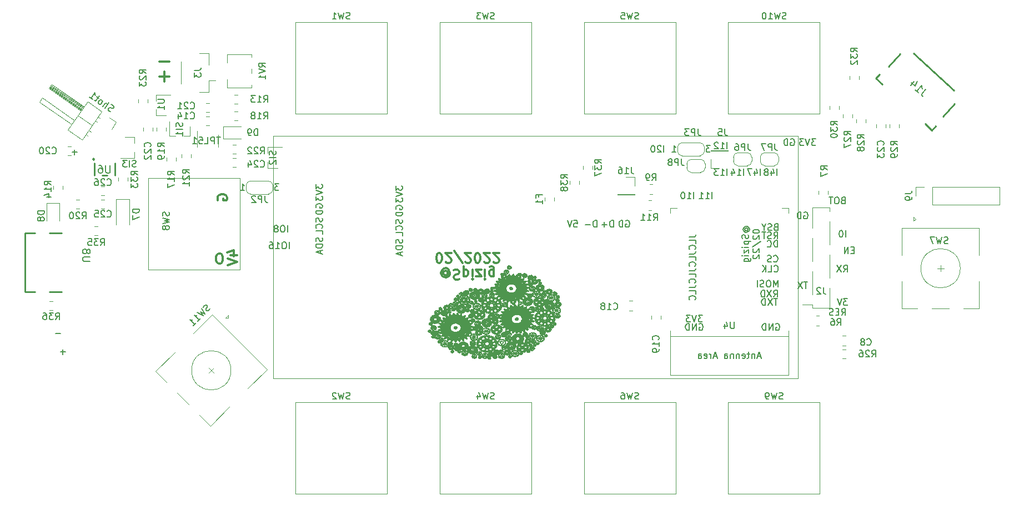
<source format=gbr>
%TF.GenerationSoftware,KiCad,Pcbnew,(5.1.10)-1*%
%TF.CreationDate,2022-02-17T21:55:52+01:00*%
%TF.ProjectId,keyboardEink,6b657962-6f61-4726-9445-696e6b2e6b69,rev?*%
%TF.SameCoordinates,Original*%
%TF.FileFunction,Legend,Bot*%
%TF.FilePolarity,Positive*%
%FSLAX46Y46*%
G04 Gerber Fmt 4.6, Leading zero omitted, Abs format (unit mm)*
G04 Created by KiCad (PCBNEW (5.1.10)-1) date 2022-02-17 21:55:52*
%MOMM*%
%LPD*%
G01*
G04 APERTURE LIST*
%ADD10C,0.300000*%
%ADD11C,0.150000*%
%ADD12C,0.010000*%
%ADD13C,0.120000*%
%ADD14C,0.254000*%
%ADD15C,0.152000*%
G04 APERTURE END LIST*
D10*
X138758571Y-104608714D02*
X138687142Y-104680142D01*
X138544285Y-104751571D01*
X138401428Y-104751571D01*
X138258571Y-104680142D01*
X138187142Y-104608714D01*
X138115714Y-104465857D01*
X138115714Y-104323000D01*
X138187142Y-104180142D01*
X138258571Y-104108714D01*
X138401428Y-104037285D01*
X138544285Y-104037285D01*
X138687142Y-104108714D01*
X138758571Y-104180142D01*
X138758571Y-104751571D02*
X138758571Y-104180142D01*
X138830000Y-104108714D01*
X138901428Y-104108714D01*
X139044285Y-104180142D01*
X139115714Y-104323000D01*
X139115714Y-104680142D01*
X138972857Y-104894428D01*
X138758571Y-105037285D01*
X138472857Y-105108714D01*
X138187142Y-105037285D01*
X137972857Y-104894428D01*
X137830000Y-104680142D01*
X137758571Y-104394428D01*
X137830000Y-104108714D01*
X137972857Y-103894428D01*
X138187142Y-103751571D01*
X138472857Y-103680142D01*
X138758571Y-103751571D01*
X138972857Y-103894428D01*
X139687142Y-103965857D02*
X139901428Y-103894428D01*
X140258571Y-103894428D01*
X140401428Y-103965857D01*
X140472857Y-104037285D01*
X140544285Y-104180142D01*
X140544285Y-104323000D01*
X140472857Y-104465857D01*
X140401428Y-104537285D01*
X140258571Y-104608714D01*
X139972857Y-104680142D01*
X139830000Y-104751571D01*
X139758571Y-104823000D01*
X139687142Y-104965857D01*
X139687142Y-105108714D01*
X139758571Y-105251571D01*
X139830000Y-105323000D01*
X139972857Y-105394428D01*
X140330000Y-105394428D01*
X140544285Y-105323000D01*
X141187142Y-104894428D02*
X141187142Y-103394428D01*
X141187142Y-104823000D02*
X141330000Y-104894428D01*
X141615714Y-104894428D01*
X141758571Y-104823000D01*
X141830000Y-104751571D01*
X141901428Y-104608714D01*
X141901428Y-104180142D01*
X141830000Y-104037285D01*
X141758571Y-103965857D01*
X141615714Y-103894428D01*
X141330000Y-103894428D01*
X141187142Y-103965857D01*
X142544285Y-103894428D02*
X142544285Y-104894428D01*
X142544285Y-105394428D02*
X142472857Y-105323000D01*
X142544285Y-105251571D01*
X142615714Y-105323000D01*
X142544285Y-105394428D01*
X142544285Y-105251571D01*
X143115714Y-104894428D02*
X143901428Y-104894428D01*
X143115714Y-103894428D01*
X143901428Y-103894428D01*
X144472857Y-103894428D02*
X144472857Y-104894428D01*
X144472857Y-105394428D02*
X144401428Y-105323000D01*
X144472857Y-105251571D01*
X144544285Y-105323000D01*
X144472857Y-105394428D01*
X144472857Y-105251571D01*
X145830000Y-104894428D02*
X145830000Y-103680142D01*
X145758571Y-103537285D01*
X145687142Y-103465857D01*
X145544285Y-103394428D01*
X145330000Y-103394428D01*
X145187142Y-103465857D01*
X145830000Y-103965857D02*
X145687142Y-103894428D01*
X145401428Y-103894428D01*
X145258571Y-103965857D01*
X145187142Y-104037285D01*
X145115714Y-104180142D01*
X145115714Y-104608714D01*
X145187142Y-104751571D01*
X145258571Y-104823000D01*
X145401428Y-104894428D01*
X145687142Y-104894428D01*
X145830000Y-104823000D01*
X137401428Y-102844428D02*
X137544285Y-102844428D01*
X137687142Y-102773000D01*
X137758571Y-102701571D01*
X137830000Y-102558714D01*
X137901428Y-102273000D01*
X137901428Y-101915857D01*
X137830000Y-101630142D01*
X137758571Y-101487285D01*
X137687142Y-101415857D01*
X137544285Y-101344428D01*
X137401428Y-101344428D01*
X137258571Y-101415857D01*
X137187142Y-101487285D01*
X137115714Y-101630142D01*
X137044285Y-101915857D01*
X137044285Y-102273000D01*
X137115714Y-102558714D01*
X137187142Y-102701571D01*
X137258571Y-102773000D01*
X137401428Y-102844428D01*
X138472857Y-102701571D02*
X138544285Y-102773000D01*
X138687142Y-102844428D01*
X139044285Y-102844428D01*
X139187142Y-102773000D01*
X139258571Y-102701571D01*
X139330000Y-102558714D01*
X139330000Y-102415857D01*
X139258571Y-102201571D01*
X138401428Y-101344428D01*
X139330000Y-101344428D01*
X141044285Y-102915857D02*
X139758571Y-100987285D01*
X141472857Y-102701571D02*
X141544285Y-102773000D01*
X141687142Y-102844428D01*
X142044285Y-102844428D01*
X142187142Y-102773000D01*
X142258571Y-102701571D01*
X142330000Y-102558714D01*
X142330000Y-102415857D01*
X142258571Y-102201571D01*
X141401428Y-101344428D01*
X142330000Y-101344428D01*
X143258571Y-102844428D02*
X143401428Y-102844428D01*
X143544285Y-102773000D01*
X143615714Y-102701571D01*
X143687142Y-102558714D01*
X143758571Y-102273000D01*
X143758571Y-101915857D01*
X143687142Y-101630142D01*
X143615714Y-101487285D01*
X143544285Y-101415857D01*
X143401428Y-101344428D01*
X143258571Y-101344428D01*
X143115714Y-101415857D01*
X143044285Y-101487285D01*
X142972857Y-101630142D01*
X142901428Y-101915857D01*
X142901428Y-102273000D01*
X142972857Y-102558714D01*
X143044285Y-102701571D01*
X143115714Y-102773000D01*
X143258571Y-102844428D01*
X144330000Y-102701571D02*
X144401428Y-102773000D01*
X144544285Y-102844428D01*
X144901428Y-102844428D01*
X145044285Y-102773000D01*
X145115714Y-102701571D01*
X145187142Y-102558714D01*
X145187142Y-102415857D01*
X145115714Y-102201571D01*
X144258571Y-101344428D01*
X145187142Y-101344428D01*
X145758571Y-102701571D02*
X145830000Y-102773000D01*
X145972857Y-102844428D01*
X146330000Y-102844428D01*
X146472857Y-102773000D01*
X146544285Y-102701571D01*
X146615714Y-102558714D01*
X146615714Y-102415857D01*
X146544285Y-102201571D01*
X145687142Y-101344428D01*
X146615714Y-101344428D01*
X103742000Y-93276857D02*
X103670571Y-93134000D01*
X103670571Y-92919714D01*
X103742000Y-92705428D01*
X103884857Y-92562571D01*
X104027714Y-92491142D01*
X104313428Y-92419714D01*
X104527714Y-92419714D01*
X104813428Y-92491142D01*
X104956285Y-92562571D01*
X105099142Y-92705428D01*
X105170571Y-92919714D01*
X105170571Y-93062571D01*
X105099142Y-93276857D01*
X105027714Y-93348285D01*
X104527714Y-93348285D01*
X104527714Y-93062571D01*
X104126857Y-101460571D02*
X103841142Y-101460571D01*
X103698285Y-101532000D01*
X103555428Y-101674857D01*
X103484000Y-101960571D01*
X103484000Y-102460571D01*
X103555428Y-102746285D01*
X103698285Y-102889142D01*
X103841142Y-102960571D01*
X104126857Y-102960571D01*
X104269714Y-102889142D01*
X104412571Y-102746285D01*
X104484000Y-102460571D01*
X104484000Y-101960571D01*
X104412571Y-101674857D01*
X104269714Y-101532000D01*
X104126857Y-101460571D01*
X105694571Y-101670857D02*
X106694571Y-101670857D01*
X105123142Y-101313714D02*
X106194571Y-100956571D01*
X106194571Y-101885142D01*
X105194571Y-102242285D02*
X106694571Y-102742285D01*
X105194571Y-103242285D01*
D11*
X179104380Y-93082380D02*
X179104380Y-92082380D01*
X178104380Y-93082380D02*
X178675809Y-93082380D01*
X178390095Y-93082380D02*
X178390095Y-92082380D01*
X178485333Y-92225238D01*
X178580571Y-92320476D01*
X178675809Y-92368095D01*
X177152000Y-93082380D02*
X177723428Y-93082380D01*
X177437714Y-93082380D02*
X177437714Y-92082380D01*
X177532952Y-92225238D01*
X177628190Y-92320476D01*
X177723428Y-92368095D01*
X176310380Y-93082380D02*
X176310380Y-92082380D01*
X175310380Y-93082380D02*
X175881809Y-93082380D01*
X175596095Y-93082380D02*
X175596095Y-92082380D01*
X175691333Y-92225238D01*
X175786571Y-92320476D01*
X175881809Y-92368095D01*
X174691333Y-92082380D02*
X174596095Y-92082380D01*
X174500857Y-92130000D01*
X174453238Y-92177619D01*
X174405619Y-92272857D01*
X174358000Y-92463333D01*
X174358000Y-92701428D01*
X174405619Y-92891904D01*
X174453238Y-92987142D01*
X174500857Y-93034761D01*
X174596095Y-93082380D01*
X174691333Y-93082380D01*
X174786571Y-93034761D01*
X174834190Y-92987142D01*
X174881809Y-92891904D01*
X174929428Y-92701428D01*
X174929428Y-92463333D01*
X174881809Y-92272857D01*
X174834190Y-92177619D01*
X174786571Y-92130000D01*
X174691333Y-92082380D01*
D10*
X94840095Y-72167142D02*
X96363904Y-72167142D01*
X94840095Y-74453142D02*
X96363904Y-74453142D01*
X95602000Y-73691238D02*
X95602000Y-75215047D01*
D11*
X78965047Y-113640571D02*
X79726952Y-113640571D01*
X79727047Y-116434571D02*
X80488952Y-116434571D01*
X80108000Y-116053619D02*
X80108000Y-116815523D01*
X81505047Y-85954571D02*
X82266952Y-85954571D01*
X81886000Y-85573619D02*
X81886000Y-86335523D01*
X194884095Y-83954380D02*
X194265047Y-83954380D01*
X194598380Y-84335333D01*
X194455523Y-84335333D01*
X194360285Y-84382952D01*
X194312666Y-84430571D01*
X194265047Y-84525809D01*
X194265047Y-84763904D01*
X194312666Y-84859142D01*
X194360285Y-84906761D01*
X194455523Y-84954380D01*
X194741238Y-84954380D01*
X194836476Y-84906761D01*
X194884095Y-84859142D01*
X193979333Y-83954380D02*
X193646000Y-84954380D01*
X193312666Y-83954380D01*
X193074571Y-83954380D02*
X192455523Y-83954380D01*
X192788857Y-84335333D01*
X192646000Y-84335333D01*
X192550761Y-84382952D01*
X192503142Y-84430571D01*
X192455523Y-84525809D01*
X192455523Y-84763904D01*
X192503142Y-84859142D01*
X192550761Y-84906761D01*
X192646000Y-84954380D01*
X192931714Y-84954380D01*
X193026952Y-84906761D01*
X193074571Y-84859142D01*
X114382000Y-98162380D02*
X114382000Y-97162380D01*
X113715333Y-97162380D02*
X113524857Y-97162380D01*
X113429619Y-97210000D01*
X113334380Y-97305238D01*
X113286761Y-97495714D01*
X113286761Y-97829047D01*
X113334380Y-98019523D01*
X113429619Y-98114761D01*
X113524857Y-98162380D01*
X113715333Y-98162380D01*
X113810571Y-98114761D01*
X113905809Y-98019523D01*
X113953428Y-97829047D01*
X113953428Y-97495714D01*
X113905809Y-97305238D01*
X113810571Y-97210000D01*
X113715333Y-97162380D01*
X112715333Y-97590952D02*
X112810571Y-97543333D01*
X112858190Y-97495714D01*
X112905809Y-97400476D01*
X112905809Y-97352857D01*
X112858190Y-97257619D01*
X112810571Y-97210000D01*
X112715333Y-97162380D01*
X112524857Y-97162380D01*
X112429619Y-97210000D01*
X112382000Y-97257619D01*
X112334380Y-97352857D01*
X112334380Y-97400476D01*
X112382000Y-97495714D01*
X112429619Y-97543333D01*
X112524857Y-97590952D01*
X112715333Y-97590952D01*
X112810571Y-97638571D01*
X112858190Y-97686190D01*
X112905809Y-97781428D01*
X112905809Y-97971904D01*
X112858190Y-98067142D01*
X112810571Y-98114761D01*
X112715333Y-98162380D01*
X112524857Y-98162380D01*
X112429619Y-98114761D01*
X112382000Y-98067142D01*
X112334380Y-97971904D01*
X112334380Y-97781428D01*
X112382000Y-97686190D01*
X112429619Y-97638571D01*
X112524857Y-97590952D01*
X114604190Y-100702380D02*
X114604190Y-99702380D01*
X113937523Y-99702380D02*
X113747047Y-99702380D01*
X113651809Y-99750000D01*
X113556571Y-99845238D01*
X113508952Y-100035714D01*
X113508952Y-100369047D01*
X113556571Y-100559523D01*
X113651809Y-100654761D01*
X113747047Y-100702380D01*
X113937523Y-100702380D01*
X114032761Y-100654761D01*
X114128000Y-100559523D01*
X114175619Y-100369047D01*
X114175619Y-100035714D01*
X114128000Y-99845238D01*
X114032761Y-99750000D01*
X113937523Y-99702380D01*
X112556571Y-100702380D02*
X113128000Y-100702380D01*
X112842285Y-100702380D02*
X112842285Y-99702380D01*
X112937523Y-99845238D01*
X113032761Y-99940476D01*
X113128000Y-99988095D01*
X111699428Y-99702380D02*
X111889904Y-99702380D01*
X111985142Y-99750000D01*
X112032761Y-99797619D01*
X112128000Y-99940476D01*
X112175619Y-100130952D01*
X112175619Y-100511904D01*
X112128000Y-100607142D01*
X112080380Y-100654761D01*
X111985142Y-100702380D01*
X111794666Y-100702380D01*
X111699428Y-100654761D01*
X111651809Y-100607142D01*
X111604190Y-100511904D01*
X111604190Y-100273809D01*
X111651809Y-100178571D01*
X111699428Y-100130952D01*
X111794666Y-100083333D01*
X111985142Y-100083333D01*
X112080380Y-100130952D01*
X112128000Y-100178571D01*
X112175619Y-100273809D01*
X118676380Y-90883904D02*
X118676380Y-91502952D01*
X119057333Y-91169619D01*
X119057333Y-91312476D01*
X119104952Y-91407714D01*
X119152571Y-91455333D01*
X119247809Y-91502952D01*
X119485904Y-91502952D01*
X119581142Y-91455333D01*
X119628761Y-91407714D01*
X119676380Y-91312476D01*
X119676380Y-91026761D01*
X119628761Y-90931523D01*
X119581142Y-90883904D01*
X118676380Y-91788666D02*
X119676380Y-92122000D01*
X118676380Y-92455333D01*
X118676380Y-92693428D02*
X118676380Y-93312476D01*
X119057333Y-92979142D01*
X119057333Y-93122000D01*
X119104952Y-93217238D01*
X119152571Y-93264857D01*
X119247809Y-93312476D01*
X119485904Y-93312476D01*
X119581142Y-93264857D01*
X119628761Y-93217238D01*
X119676380Y-93122000D01*
X119676380Y-92836285D01*
X119628761Y-92741047D01*
X119581142Y-92693428D01*
X118724000Y-94423904D02*
X118676380Y-94328666D01*
X118676380Y-94185809D01*
X118724000Y-94042952D01*
X118819238Y-93947714D01*
X118914476Y-93900095D01*
X119104952Y-93852476D01*
X119247809Y-93852476D01*
X119438285Y-93900095D01*
X119533523Y-93947714D01*
X119628761Y-94042952D01*
X119676380Y-94185809D01*
X119676380Y-94281047D01*
X119628761Y-94423904D01*
X119581142Y-94471523D01*
X119247809Y-94471523D01*
X119247809Y-94281047D01*
X119676380Y-94900095D02*
X118676380Y-94900095D01*
X118676380Y-95138190D01*
X118724000Y-95281047D01*
X118819238Y-95376285D01*
X118914476Y-95423904D01*
X119104952Y-95471523D01*
X119247809Y-95471523D01*
X119438285Y-95423904D01*
X119533523Y-95376285D01*
X119628761Y-95281047D01*
X119676380Y-95138190D01*
X119676380Y-94900095D01*
X119628761Y-96011523D02*
X119676380Y-96154380D01*
X119676380Y-96392476D01*
X119628761Y-96487714D01*
X119581142Y-96535333D01*
X119485904Y-96582952D01*
X119390666Y-96582952D01*
X119295428Y-96535333D01*
X119247809Y-96487714D01*
X119200190Y-96392476D01*
X119152571Y-96202000D01*
X119104952Y-96106761D01*
X119057333Y-96059142D01*
X118962095Y-96011523D01*
X118866857Y-96011523D01*
X118771619Y-96059142D01*
X118724000Y-96106761D01*
X118676380Y-96202000D01*
X118676380Y-96440095D01*
X118724000Y-96582952D01*
X119581142Y-97582952D02*
X119628761Y-97535333D01*
X119676380Y-97392476D01*
X119676380Y-97297238D01*
X119628761Y-97154380D01*
X119533523Y-97059142D01*
X119438285Y-97011523D01*
X119247809Y-96963904D01*
X119104952Y-96963904D01*
X118914476Y-97011523D01*
X118819238Y-97059142D01*
X118724000Y-97154380D01*
X118676380Y-97297238D01*
X118676380Y-97392476D01*
X118724000Y-97535333D01*
X118771619Y-97582952D01*
X119676380Y-98487714D02*
X119676380Y-98011523D01*
X118676380Y-98011523D01*
X119628761Y-99035714D02*
X119676380Y-99178571D01*
X119676380Y-99416666D01*
X119628761Y-99511904D01*
X119581142Y-99559523D01*
X119485904Y-99607142D01*
X119390666Y-99607142D01*
X119295428Y-99559523D01*
X119247809Y-99511904D01*
X119200190Y-99416666D01*
X119152571Y-99226190D01*
X119104952Y-99130952D01*
X119057333Y-99083333D01*
X118962095Y-99035714D01*
X118866857Y-99035714D01*
X118771619Y-99083333D01*
X118724000Y-99130952D01*
X118676380Y-99226190D01*
X118676380Y-99464285D01*
X118724000Y-99607142D01*
X119676380Y-100035714D02*
X118676380Y-100035714D01*
X118676380Y-100273809D01*
X118724000Y-100416666D01*
X118819238Y-100511904D01*
X118914476Y-100559523D01*
X119104952Y-100607142D01*
X119247809Y-100607142D01*
X119438285Y-100559523D01*
X119533523Y-100511904D01*
X119628761Y-100416666D01*
X119676380Y-100273809D01*
X119676380Y-100035714D01*
X119390666Y-100988095D02*
X119390666Y-101464285D01*
X119676380Y-100892857D02*
X118676380Y-101226190D01*
X119676380Y-101559523D01*
X131820761Y-96265523D02*
X131868380Y-96408380D01*
X131868380Y-96646476D01*
X131820761Y-96741714D01*
X131773142Y-96789333D01*
X131677904Y-96836952D01*
X131582666Y-96836952D01*
X131487428Y-96789333D01*
X131439809Y-96741714D01*
X131392190Y-96646476D01*
X131344571Y-96456000D01*
X131296952Y-96360761D01*
X131249333Y-96313142D01*
X131154095Y-96265523D01*
X131058857Y-96265523D01*
X130963619Y-96313142D01*
X130916000Y-96360761D01*
X130868380Y-96456000D01*
X130868380Y-96694095D01*
X130916000Y-96836952D01*
X131773142Y-97836952D02*
X131820761Y-97789333D01*
X131868380Y-97646476D01*
X131868380Y-97551238D01*
X131820761Y-97408380D01*
X131725523Y-97313142D01*
X131630285Y-97265523D01*
X131439809Y-97217904D01*
X131296952Y-97217904D01*
X131106476Y-97265523D01*
X131011238Y-97313142D01*
X130916000Y-97408380D01*
X130868380Y-97551238D01*
X130868380Y-97646476D01*
X130916000Y-97789333D01*
X130963619Y-97836952D01*
X131868380Y-98741714D02*
X131868380Y-98265523D01*
X130868380Y-98265523D01*
X131820761Y-99289714D02*
X131868380Y-99432571D01*
X131868380Y-99670666D01*
X131820761Y-99765904D01*
X131773142Y-99813523D01*
X131677904Y-99861142D01*
X131582666Y-99861142D01*
X131487428Y-99813523D01*
X131439809Y-99765904D01*
X131392190Y-99670666D01*
X131344571Y-99480190D01*
X131296952Y-99384952D01*
X131249333Y-99337333D01*
X131154095Y-99289714D01*
X131058857Y-99289714D01*
X130963619Y-99337333D01*
X130916000Y-99384952D01*
X130868380Y-99480190D01*
X130868380Y-99718285D01*
X130916000Y-99861142D01*
X131868380Y-100289714D02*
X130868380Y-100289714D01*
X130868380Y-100527809D01*
X130916000Y-100670666D01*
X131011238Y-100765904D01*
X131106476Y-100813523D01*
X131296952Y-100861142D01*
X131439809Y-100861142D01*
X131630285Y-100813523D01*
X131725523Y-100765904D01*
X131820761Y-100670666D01*
X131868380Y-100527809D01*
X131868380Y-100289714D01*
X131582666Y-101242095D02*
X131582666Y-101718285D01*
X131868380Y-101146857D02*
X130868380Y-101480190D01*
X131868380Y-101813523D01*
X130868380Y-91137904D02*
X130868380Y-91756952D01*
X131249333Y-91423619D01*
X131249333Y-91566476D01*
X131296952Y-91661714D01*
X131344571Y-91709333D01*
X131439809Y-91756952D01*
X131677904Y-91756952D01*
X131773142Y-91709333D01*
X131820761Y-91661714D01*
X131868380Y-91566476D01*
X131868380Y-91280761D01*
X131820761Y-91185523D01*
X131773142Y-91137904D01*
X130868380Y-92042666D02*
X131868380Y-92376000D01*
X130868380Y-92709333D01*
X130868380Y-92947428D02*
X130868380Y-93566476D01*
X131249333Y-93233142D01*
X131249333Y-93376000D01*
X131296952Y-93471238D01*
X131344571Y-93518857D01*
X131439809Y-93566476D01*
X131677904Y-93566476D01*
X131773142Y-93518857D01*
X131820761Y-93471238D01*
X131868380Y-93376000D01*
X131868380Y-93090285D01*
X131820761Y-92995047D01*
X131773142Y-92947428D01*
X130916000Y-94677904D02*
X130868380Y-94582666D01*
X130868380Y-94439809D01*
X130916000Y-94296952D01*
X131011238Y-94201714D01*
X131106476Y-94154095D01*
X131296952Y-94106476D01*
X131439809Y-94106476D01*
X131630285Y-94154095D01*
X131725523Y-94201714D01*
X131820761Y-94296952D01*
X131868380Y-94439809D01*
X131868380Y-94535047D01*
X131820761Y-94677904D01*
X131773142Y-94725523D01*
X131439809Y-94725523D01*
X131439809Y-94535047D01*
X131868380Y-95154095D02*
X130868380Y-95154095D01*
X130868380Y-95392190D01*
X130916000Y-95535047D01*
X131011238Y-95630285D01*
X131106476Y-95677904D01*
X131296952Y-95725523D01*
X131439809Y-95725523D01*
X131630285Y-95677904D01*
X131725523Y-95630285D01*
X131820761Y-95535047D01*
X131868380Y-95392190D01*
X131868380Y-95154095D01*
X171738380Y-85970380D02*
X171738380Y-84970380D01*
X171309809Y-85065619D02*
X171262190Y-85018000D01*
X171166952Y-84970380D01*
X170928857Y-84970380D01*
X170833619Y-85018000D01*
X170786000Y-85065619D01*
X170738380Y-85160857D01*
X170738380Y-85256095D01*
X170786000Y-85398952D01*
X171357428Y-85970380D01*
X170738380Y-85970380D01*
X170119333Y-84970380D02*
X170024095Y-84970380D01*
X169928857Y-85018000D01*
X169881238Y-85065619D01*
X169833619Y-85160857D01*
X169786000Y-85351333D01*
X169786000Y-85589428D01*
X169833619Y-85779904D01*
X169881238Y-85875142D01*
X169928857Y-85922761D01*
X170024095Y-85970380D01*
X170119333Y-85970380D01*
X170214571Y-85922761D01*
X170262190Y-85875142D01*
X170309809Y-85779904D01*
X170357428Y-85589428D01*
X170357428Y-85351333D01*
X170309809Y-85160857D01*
X170262190Y-85065619D01*
X170214571Y-85018000D01*
X170119333Y-84970380D01*
X181390380Y-85462380D02*
X181390380Y-84462380D01*
X180390380Y-85462380D02*
X180961809Y-85462380D01*
X180676095Y-85462380D02*
X180676095Y-84462380D01*
X180771333Y-84605238D01*
X180866571Y-84700476D01*
X180961809Y-84748095D01*
X180009428Y-84557619D02*
X179961809Y-84510000D01*
X179866571Y-84462380D01*
X179628476Y-84462380D01*
X179533238Y-84510000D01*
X179485619Y-84557619D01*
X179438000Y-84652857D01*
X179438000Y-84748095D01*
X179485619Y-84890952D01*
X180057047Y-85462380D01*
X179438000Y-85462380D01*
X177612095Y-110878380D02*
X176993047Y-110878380D01*
X177326380Y-111259333D01*
X177183523Y-111259333D01*
X177088285Y-111306952D01*
X177040666Y-111354571D01*
X176993047Y-111449809D01*
X176993047Y-111687904D01*
X177040666Y-111783142D01*
X177088285Y-111830761D01*
X177183523Y-111878380D01*
X177469238Y-111878380D01*
X177564476Y-111830761D01*
X177612095Y-111783142D01*
X176707333Y-110878380D02*
X176374000Y-111878380D01*
X176040666Y-110878380D01*
X175802571Y-110878380D02*
X175183523Y-110878380D01*
X175516857Y-111259333D01*
X175374000Y-111259333D01*
X175278761Y-111306952D01*
X175231142Y-111354571D01*
X175183523Y-111449809D01*
X175183523Y-111687904D01*
X175231142Y-111783142D01*
X175278761Y-111830761D01*
X175374000Y-111878380D01*
X175659714Y-111878380D01*
X175754952Y-111830761D01*
X175802571Y-111783142D01*
X189065904Y-108338380D02*
X188494476Y-108338380D01*
X188780190Y-109338380D02*
X188780190Y-108338380D01*
X188256380Y-108338380D02*
X187589714Y-109338380D01*
X187589714Y-108338380D02*
X188256380Y-109338380D01*
X187208761Y-109338380D02*
X187208761Y-108338380D01*
X186970666Y-108338380D01*
X186827809Y-108386000D01*
X186732571Y-108481238D01*
X186684952Y-108576476D01*
X186637333Y-108766952D01*
X186637333Y-108909809D01*
X186684952Y-109100285D01*
X186732571Y-109195523D01*
X186827809Y-109290761D01*
X186970666Y-109338380D01*
X187208761Y-109338380D01*
X188470666Y-108068380D02*
X188804000Y-107592190D01*
X189042095Y-108068380D02*
X189042095Y-107068380D01*
X188661142Y-107068380D01*
X188565904Y-107116000D01*
X188518285Y-107163619D01*
X188470666Y-107258857D01*
X188470666Y-107401714D01*
X188518285Y-107496952D01*
X188565904Y-107544571D01*
X188661142Y-107592190D01*
X189042095Y-107592190D01*
X188137333Y-107068380D02*
X187470666Y-108068380D01*
X187470666Y-107068380D02*
X188137333Y-108068380D01*
X187089714Y-108068380D02*
X187089714Y-107068380D01*
X186851619Y-107068380D01*
X186708761Y-107116000D01*
X186613523Y-107211238D01*
X186565904Y-107306476D01*
X186518285Y-107496952D01*
X186518285Y-107639809D01*
X186565904Y-107830285D01*
X186613523Y-107925523D01*
X186708761Y-108020761D01*
X186851619Y-108068380D01*
X187089714Y-108068380D01*
X189121428Y-106544380D02*
X189121428Y-105544380D01*
X188788095Y-106258666D01*
X188454761Y-105544380D01*
X188454761Y-106544380D01*
X187788095Y-105544380D02*
X187597619Y-105544380D01*
X187502380Y-105592000D01*
X187407142Y-105687238D01*
X187359523Y-105877714D01*
X187359523Y-106211047D01*
X187407142Y-106401523D01*
X187502380Y-106496761D01*
X187597619Y-106544380D01*
X187788095Y-106544380D01*
X187883333Y-106496761D01*
X187978571Y-106401523D01*
X188026190Y-106211047D01*
X188026190Y-105877714D01*
X187978571Y-105687238D01*
X187883333Y-105592000D01*
X187788095Y-105544380D01*
X186978571Y-106496761D02*
X186835714Y-106544380D01*
X186597619Y-106544380D01*
X186502380Y-106496761D01*
X186454761Y-106449142D01*
X186407142Y-106353904D01*
X186407142Y-106258666D01*
X186454761Y-106163428D01*
X186502380Y-106115809D01*
X186597619Y-106068190D01*
X186788095Y-106020571D01*
X186883333Y-105972952D01*
X186930952Y-105925333D01*
X186978571Y-105830095D01*
X186978571Y-105734857D01*
X186930952Y-105639619D01*
X186883333Y-105592000D01*
X186788095Y-105544380D01*
X186550000Y-105544380D01*
X186407142Y-105592000D01*
X185978571Y-106544380D02*
X185978571Y-105544380D01*
X188555238Y-104163142D02*
X188602857Y-104210761D01*
X188745714Y-104258380D01*
X188840952Y-104258380D01*
X188983809Y-104210761D01*
X189079047Y-104115523D01*
X189126666Y-104020285D01*
X189174285Y-103829809D01*
X189174285Y-103686952D01*
X189126666Y-103496476D01*
X189079047Y-103401238D01*
X188983809Y-103306000D01*
X188840952Y-103258380D01*
X188745714Y-103258380D01*
X188602857Y-103306000D01*
X188555238Y-103353619D01*
X187650476Y-104258380D02*
X188126666Y-104258380D01*
X188126666Y-103258380D01*
X187317142Y-104258380D02*
X187317142Y-103258380D01*
X186745714Y-104258380D02*
X187174285Y-103686952D01*
X186745714Y-103258380D02*
X187317142Y-103829809D01*
X188478666Y-102639142D02*
X188526285Y-102686761D01*
X188669142Y-102734380D01*
X188764380Y-102734380D01*
X188907238Y-102686761D01*
X189002476Y-102591523D01*
X189050095Y-102496285D01*
X189097714Y-102305809D01*
X189097714Y-102162952D01*
X189050095Y-101972476D01*
X189002476Y-101877238D01*
X188907238Y-101782000D01*
X188764380Y-101734380D01*
X188669142Y-101734380D01*
X188526285Y-101782000D01*
X188478666Y-101829619D01*
X188097714Y-102686761D02*
X187954857Y-102734380D01*
X187716761Y-102734380D01*
X187621523Y-102686761D01*
X187573904Y-102639142D01*
X187526285Y-102543904D01*
X187526285Y-102448666D01*
X187573904Y-102353428D01*
X187621523Y-102305809D01*
X187716761Y-102258190D01*
X187907238Y-102210571D01*
X188002476Y-102162952D01*
X188050095Y-102115333D01*
X188097714Y-102020095D01*
X188097714Y-101924857D01*
X188050095Y-101829619D01*
X188002476Y-101782000D01*
X187907238Y-101734380D01*
X187669142Y-101734380D01*
X187526285Y-101782000D01*
X189073904Y-100448380D02*
X189073904Y-99448380D01*
X188835809Y-99448380D01*
X188692952Y-99496000D01*
X188597714Y-99591238D01*
X188550095Y-99686476D01*
X188502476Y-99876952D01*
X188502476Y-100019809D01*
X188550095Y-100210285D01*
X188597714Y-100305523D01*
X188692952Y-100400761D01*
X188835809Y-100448380D01*
X189073904Y-100448380D01*
X187502476Y-100353142D02*
X187550095Y-100400761D01*
X187692952Y-100448380D01*
X187788190Y-100448380D01*
X187931047Y-100400761D01*
X188026285Y-100305523D01*
X188073904Y-100210285D01*
X188121523Y-100019809D01*
X188121523Y-99876952D01*
X188073904Y-99686476D01*
X188026285Y-99591238D01*
X187931047Y-99496000D01*
X187788190Y-99448380D01*
X187692952Y-99448380D01*
X187550095Y-99496000D01*
X187502476Y-99543619D01*
X188507619Y-99178380D02*
X188840952Y-98702190D01*
X189079047Y-99178380D02*
X189079047Y-98178380D01*
X188698095Y-98178380D01*
X188602857Y-98226000D01*
X188555238Y-98273619D01*
X188507619Y-98368857D01*
X188507619Y-98511714D01*
X188555238Y-98606952D01*
X188602857Y-98654571D01*
X188698095Y-98702190D01*
X189079047Y-98702190D01*
X188126666Y-99130761D02*
X187983809Y-99178380D01*
X187745714Y-99178380D01*
X187650476Y-99130761D01*
X187602857Y-99083142D01*
X187555238Y-98987904D01*
X187555238Y-98892666D01*
X187602857Y-98797428D01*
X187650476Y-98749809D01*
X187745714Y-98702190D01*
X187936190Y-98654571D01*
X188031428Y-98606952D01*
X188079047Y-98559333D01*
X188126666Y-98464095D01*
X188126666Y-98368857D01*
X188079047Y-98273619D01*
X188031428Y-98226000D01*
X187936190Y-98178380D01*
X187698095Y-98178380D01*
X187555238Y-98226000D01*
X187269523Y-98178380D02*
X186698095Y-98178380D01*
X186983809Y-99178380D02*
X186983809Y-98178380D01*
X188793333Y-97384571D02*
X188650476Y-97432190D01*
X188602857Y-97479809D01*
X188555238Y-97575047D01*
X188555238Y-97717904D01*
X188602857Y-97813142D01*
X188650476Y-97860761D01*
X188745714Y-97908380D01*
X189126666Y-97908380D01*
X189126666Y-96908380D01*
X188793333Y-96908380D01*
X188698095Y-96956000D01*
X188650476Y-97003619D01*
X188602857Y-97098857D01*
X188602857Y-97194095D01*
X188650476Y-97289333D01*
X188698095Y-97336952D01*
X188793333Y-97384571D01*
X189126666Y-97384571D01*
X188174285Y-97860761D02*
X188031428Y-97908380D01*
X187793333Y-97908380D01*
X187698095Y-97860761D01*
X187650476Y-97813142D01*
X187602857Y-97717904D01*
X187602857Y-97622666D01*
X187650476Y-97527428D01*
X187698095Y-97479809D01*
X187793333Y-97432190D01*
X187983809Y-97384571D01*
X188079047Y-97336952D01*
X188126666Y-97289333D01*
X188174285Y-97194095D01*
X188174285Y-97098857D01*
X188126666Y-97003619D01*
X188079047Y-96956000D01*
X187983809Y-96908380D01*
X187745714Y-96908380D01*
X187602857Y-96956000D01*
X186983809Y-97432190D02*
X186983809Y-97908380D01*
X187317142Y-96908380D02*
X186983809Y-97432190D01*
X186650476Y-96908380D01*
X188819904Y-112196000D02*
X188915142Y-112148380D01*
X189058000Y-112148380D01*
X189200857Y-112196000D01*
X189296095Y-112291238D01*
X189343714Y-112386476D01*
X189391333Y-112576952D01*
X189391333Y-112719809D01*
X189343714Y-112910285D01*
X189296095Y-113005523D01*
X189200857Y-113100761D01*
X189058000Y-113148380D01*
X188962761Y-113148380D01*
X188819904Y-113100761D01*
X188772285Y-113053142D01*
X188772285Y-112719809D01*
X188962761Y-112719809D01*
X188343714Y-113148380D02*
X188343714Y-112148380D01*
X187772285Y-113148380D01*
X187772285Y-112148380D01*
X187296095Y-113148380D02*
X187296095Y-112148380D01*
X187058000Y-112148380D01*
X186915142Y-112196000D01*
X186819904Y-112291238D01*
X186772285Y-112386476D01*
X186724666Y-112576952D01*
X186724666Y-112719809D01*
X186772285Y-112910285D01*
X186819904Y-113005523D01*
X186915142Y-113100761D01*
X187058000Y-113148380D01*
X187296095Y-113148380D01*
X177135904Y-112196000D02*
X177231142Y-112148380D01*
X177374000Y-112148380D01*
X177516857Y-112196000D01*
X177612095Y-112291238D01*
X177659714Y-112386476D01*
X177707333Y-112576952D01*
X177707333Y-112719809D01*
X177659714Y-112910285D01*
X177612095Y-113005523D01*
X177516857Y-113100761D01*
X177374000Y-113148380D01*
X177278761Y-113148380D01*
X177135904Y-113100761D01*
X177088285Y-113053142D01*
X177088285Y-112719809D01*
X177278761Y-112719809D01*
X176659714Y-113148380D02*
X176659714Y-112148380D01*
X176088285Y-113148380D01*
X176088285Y-112148380D01*
X175612095Y-113148380D02*
X175612095Y-112148380D01*
X175374000Y-112148380D01*
X175231142Y-112196000D01*
X175135904Y-112291238D01*
X175088285Y-112386476D01*
X175040666Y-112576952D01*
X175040666Y-112719809D01*
X175088285Y-112910285D01*
X175135904Y-113005523D01*
X175231142Y-113100761D01*
X175374000Y-113148380D01*
X175612095Y-113148380D01*
X191090095Y-84002000D02*
X191185333Y-83954380D01*
X191328190Y-83954380D01*
X191471047Y-84002000D01*
X191566285Y-84097238D01*
X191613904Y-84192476D01*
X191661523Y-84382952D01*
X191661523Y-84525809D01*
X191613904Y-84716285D01*
X191566285Y-84811523D01*
X191471047Y-84906761D01*
X191328190Y-84954380D01*
X191232952Y-84954380D01*
X191090095Y-84906761D01*
X191042476Y-84859142D01*
X191042476Y-84525809D01*
X191232952Y-84525809D01*
X190613904Y-84954380D02*
X190613904Y-83954380D01*
X190375809Y-83954380D01*
X190232952Y-84002000D01*
X190137714Y-84097238D01*
X190090095Y-84192476D01*
X190042476Y-84382952D01*
X190042476Y-84525809D01*
X190090095Y-84716285D01*
X190137714Y-84811523D01*
X190232952Y-84906761D01*
X190375809Y-84954380D01*
X190613904Y-84954380D01*
X189010380Y-89526380D02*
X189010380Y-88526380D01*
X188105619Y-88859714D02*
X188105619Y-89526380D01*
X188343714Y-88478761D02*
X188581809Y-89193047D01*
X187962761Y-89193047D01*
X187438952Y-88954952D02*
X187534190Y-88907333D01*
X187581809Y-88859714D01*
X187629428Y-88764476D01*
X187629428Y-88716857D01*
X187581809Y-88621619D01*
X187534190Y-88574000D01*
X187438952Y-88526380D01*
X187248476Y-88526380D01*
X187153238Y-88574000D01*
X187105619Y-88621619D01*
X187058000Y-88716857D01*
X187058000Y-88764476D01*
X187105619Y-88859714D01*
X187153238Y-88907333D01*
X187248476Y-88954952D01*
X187438952Y-88954952D01*
X187534190Y-89002571D01*
X187581809Y-89050190D01*
X187629428Y-89145428D01*
X187629428Y-89335904D01*
X187581809Y-89431142D01*
X187534190Y-89478761D01*
X187438952Y-89526380D01*
X187248476Y-89526380D01*
X187153238Y-89478761D01*
X187105619Y-89431142D01*
X187058000Y-89335904D01*
X187058000Y-89145428D01*
X187105619Y-89050190D01*
X187153238Y-89002571D01*
X187248476Y-88954952D01*
X186470380Y-89526380D02*
X186470380Y-88526380D01*
X185565619Y-88859714D02*
X185565619Y-89526380D01*
X185803714Y-88478761D02*
X186041809Y-89193047D01*
X185422761Y-89193047D01*
X185137047Y-88526380D02*
X184470380Y-88526380D01*
X184898952Y-89526380D01*
X183930380Y-89526380D02*
X183930380Y-88526380D01*
X182930380Y-89526380D02*
X183501809Y-89526380D01*
X183216095Y-89526380D02*
X183216095Y-88526380D01*
X183311333Y-88669238D01*
X183406571Y-88764476D01*
X183501809Y-88812095D01*
X182073238Y-88859714D02*
X182073238Y-89526380D01*
X182311333Y-88478761D02*
X182549428Y-89193047D01*
X181930380Y-89193047D01*
X181390380Y-89526380D02*
X181390380Y-88526380D01*
X180390380Y-89526380D02*
X180961809Y-89526380D01*
X180676095Y-89526380D02*
X180676095Y-88526380D01*
X180771333Y-88669238D01*
X180866571Y-88764476D01*
X180961809Y-88812095D01*
X180057047Y-88526380D02*
X179438000Y-88526380D01*
X179771333Y-88907333D01*
X179628476Y-88907333D01*
X179533238Y-88954952D01*
X179485619Y-89002571D01*
X179438000Y-89097809D01*
X179438000Y-89335904D01*
X179485619Y-89431142D01*
X179533238Y-89478761D01*
X179628476Y-89526380D01*
X179914190Y-89526380D01*
X180009428Y-89478761D01*
X180057047Y-89431142D01*
X198837047Y-110862380D02*
X199170380Y-110386190D01*
X199408476Y-110862380D02*
X199408476Y-109862380D01*
X199027523Y-109862380D01*
X198932285Y-109910000D01*
X198884666Y-109957619D01*
X198837047Y-110052857D01*
X198837047Y-110195714D01*
X198884666Y-110290952D01*
X198932285Y-110338571D01*
X199027523Y-110386190D01*
X199408476Y-110386190D01*
X198408476Y-110338571D02*
X198075142Y-110338571D01*
X197932285Y-110862380D02*
X198408476Y-110862380D01*
X198408476Y-109862380D01*
X197932285Y-109862380D01*
X197551333Y-110814761D02*
X197408476Y-110862380D01*
X197170380Y-110862380D01*
X197075142Y-110814761D01*
X197027523Y-110767142D01*
X196979904Y-110671904D01*
X196979904Y-110576666D01*
X197027523Y-110481428D01*
X197075142Y-110433809D01*
X197170380Y-110386190D01*
X197360857Y-110338571D01*
X197456095Y-110290952D01*
X197503714Y-110243333D01*
X197551333Y-110148095D01*
X197551333Y-110052857D01*
X197503714Y-109957619D01*
X197456095Y-109910000D01*
X197360857Y-109862380D01*
X197122761Y-109862380D01*
X196979904Y-109910000D01*
X199051333Y-93320571D02*
X198908476Y-93368190D01*
X198860857Y-93415809D01*
X198813238Y-93511047D01*
X198813238Y-93653904D01*
X198860857Y-93749142D01*
X198908476Y-93796761D01*
X199003714Y-93844380D01*
X199384666Y-93844380D01*
X199384666Y-92844380D01*
X199051333Y-92844380D01*
X198956095Y-92892000D01*
X198908476Y-92939619D01*
X198860857Y-93034857D01*
X198860857Y-93130095D01*
X198908476Y-93225333D01*
X198956095Y-93272952D01*
X199051333Y-93320571D01*
X199384666Y-93320571D01*
X198194190Y-92844380D02*
X198003714Y-92844380D01*
X197908476Y-92892000D01*
X197813238Y-92987238D01*
X197765619Y-93177714D01*
X197765619Y-93511047D01*
X197813238Y-93701523D01*
X197908476Y-93796761D01*
X198003714Y-93844380D01*
X198194190Y-93844380D01*
X198289428Y-93796761D01*
X198384666Y-93701523D01*
X198432285Y-93511047D01*
X198432285Y-93177714D01*
X198384666Y-92987238D01*
X198289428Y-92892000D01*
X198194190Y-92844380D01*
X197479904Y-92844380D02*
X196908476Y-92844380D01*
X197194190Y-93844380D02*
X197194190Y-92844380D01*
X175572380Y-98932952D02*
X176286666Y-98932952D01*
X176429523Y-98885333D01*
X176524761Y-98790095D01*
X176572380Y-98647238D01*
X176572380Y-98552000D01*
X176572380Y-99885333D02*
X176572380Y-99409142D01*
X175572380Y-99409142D01*
X176477142Y-100790095D02*
X176524761Y-100742476D01*
X176572380Y-100599619D01*
X176572380Y-100504380D01*
X176524761Y-100361523D01*
X176429523Y-100266285D01*
X176334285Y-100218666D01*
X176143809Y-100171047D01*
X176000952Y-100171047D01*
X175810476Y-100218666D01*
X175715238Y-100266285D01*
X175620000Y-100361523D01*
X175572380Y-100504380D01*
X175572380Y-100599619D01*
X175620000Y-100742476D01*
X175667619Y-100790095D01*
X175572380Y-101504380D02*
X176286666Y-101504380D01*
X176429523Y-101456761D01*
X176524761Y-101361523D01*
X176572380Y-101218666D01*
X176572380Y-101123428D01*
X176572380Y-102456761D02*
X176572380Y-101980571D01*
X175572380Y-101980571D01*
X176477142Y-103361523D02*
X176524761Y-103313904D01*
X176572380Y-103171047D01*
X176572380Y-103075809D01*
X176524761Y-102932952D01*
X176429523Y-102837714D01*
X176334285Y-102790095D01*
X176143809Y-102742476D01*
X176000952Y-102742476D01*
X175810476Y-102790095D01*
X175715238Y-102837714D01*
X175620000Y-102932952D01*
X175572380Y-103075809D01*
X175572380Y-103171047D01*
X175620000Y-103313904D01*
X175667619Y-103361523D01*
X175572380Y-104075809D02*
X176286666Y-104075809D01*
X176429523Y-104028190D01*
X176524761Y-103932952D01*
X176572380Y-103790095D01*
X176572380Y-103694857D01*
X176572380Y-105028190D02*
X176572380Y-104552000D01*
X175572380Y-104552000D01*
X176477142Y-105932952D02*
X176524761Y-105885333D01*
X176572380Y-105742476D01*
X176572380Y-105647238D01*
X176524761Y-105504380D01*
X176429523Y-105409142D01*
X176334285Y-105361523D01*
X176143809Y-105313904D01*
X176000952Y-105313904D01*
X175810476Y-105361523D01*
X175715238Y-105409142D01*
X175620000Y-105504380D01*
X175572380Y-105647238D01*
X175572380Y-105742476D01*
X175620000Y-105885333D01*
X175667619Y-105932952D01*
X175572380Y-106647238D02*
X176286666Y-106647238D01*
X176429523Y-106599619D01*
X176524761Y-106504380D01*
X176572380Y-106361523D01*
X176572380Y-106266285D01*
X176572380Y-107599619D02*
X176572380Y-107123428D01*
X175572380Y-107123428D01*
X176477142Y-108504380D02*
X176524761Y-108456761D01*
X176572380Y-108313904D01*
X176572380Y-108218666D01*
X176524761Y-108075809D01*
X176429523Y-107980571D01*
X176334285Y-107932952D01*
X176143809Y-107885333D01*
X176000952Y-107885333D01*
X175810476Y-107932952D01*
X175715238Y-107980571D01*
X175620000Y-108075809D01*
X175572380Y-108218666D01*
X175572380Y-108313904D01*
X175620000Y-108456761D01*
X175667619Y-108504380D01*
X158022476Y-96400380D02*
X158498666Y-96400380D01*
X158546285Y-96876571D01*
X158498666Y-96828952D01*
X158403428Y-96781333D01*
X158165333Y-96781333D01*
X158070095Y-96828952D01*
X158022476Y-96876571D01*
X157974857Y-96971809D01*
X157974857Y-97209904D01*
X158022476Y-97305142D01*
X158070095Y-97352761D01*
X158165333Y-97400380D01*
X158403428Y-97400380D01*
X158498666Y-97352761D01*
X158546285Y-97305142D01*
X157689142Y-96400380D02*
X157355809Y-97400380D01*
X157022476Y-96400380D01*
X161506952Y-97400380D02*
X161506952Y-96400380D01*
X161268857Y-96400380D01*
X161126000Y-96448000D01*
X161030761Y-96543238D01*
X160983142Y-96638476D01*
X160935523Y-96828952D01*
X160935523Y-96971809D01*
X160983142Y-97162285D01*
X161030761Y-97257523D01*
X161126000Y-97352761D01*
X161268857Y-97400380D01*
X161506952Y-97400380D01*
X160506952Y-97019428D02*
X159745047Y-97019428D01*
X164046952Y-97400380D02*
X164046952Y-96400380D01*
X163808857Y-96400380D01*
X163666000Y-96448000D01*
X163570761Y-96543238D01*
X163523142Y-96638476D01*
X163475523Y-96828952D01*
X163475523Y-96971809D01*
X163523142Y-97162285D01*
X163570761Y-97257523D01*
X163666000Y-97352761D01*
X163808857Y-97400380D01*
X164046952Y-97400380D01*
X163046952Y-97019428D02*
X162285047Y-97019428D01*
X162666000Y-97400380D02*
X162666000Y-96638476D01*
X165944095Y-96448000D02*
X166039333Y-96400380D01*
X166182190Y-96400380D01*
X166325047Y-96448000D01*
X166420285Y-96543238D01*
X166467904Y-96638476D01*
X166515523Y-96828952D01*
X166515523Y-96971809D01*
X166467904Y-97162285D01*
X166420285Y-97257523D01*
X166325047Y-97352761D01*
X166182190Y-97400380D01*
X166086952Y-97400380D01*
X165944095Y-97352761D01*
X165896476Y-97305142D01*
X165896476Y-96971809D01*
X166086952Y-96971809D01*
X165467904Y-97400380D02*
X165467904Y-96400380D01*
X165229809Y-96400380D01*
X165086952Y-96448000D01*
X164991714Y-96543238D01*
X164944095Y-96638476D01*
X164896476Y-96828952D01*
X164896476Y-96971809D01*
X164944095Y-97162285D01*
X164991714Y-97257523D01*
X165086952Y-97352761D01*
X165229809Y-97400380D01*
X165467904Y-97400380D01*
X193122095Y-95178000D02*
X193217333Y-95130380D01*
X193360190Y-95130380D01*
X193503047Y-95178000D01*
X193598285Y-95273238D01*
X193645904Y-95368476D01*
X193693523Y-95558952D01*
X193693523Y-95701809D01*
X193645904Y-95892285D01*
X193598285Y-95987523D01*
X193503047Y-96082761D01*
X193360190Y-96130380D01*
X193264952Y-96130380D01*
X193122095Y-96082761D01*
X193074476Y-96035142D01*
X193074476Y-95701809D01*
X193264952Y-95701809D01*
X192645904Y-96130380D02*
X192645904Y-95130380D01*
X192407809Y-95130380D01*
X192264952Y-95178000D01*
X192169714Y-95273238D01*
X192122095Y-95368476D01*
X192074476Y-95558952D01*
X192074476Y-95701809D01*
X192122095Y-95892285D01*
X192169714Y-95987523D01*
X192264952Y-96082761D01*
X192407809Y-96130380D01*
X192645904Y-96130380D01*
X199456190Y-98924380D02*
X199456190Y-97924380D01*
X198789523Y-97924380D02*
X198694285Y-97924380D01*
X198599047Y-97972000D01*
X198551428Y-98019619D01*
X198503809Y-98114857D01*
X198456190Y-98305333D01*
X198456190Y-98543428D01*
X198503809Y-98733904D01*
X198551428Y-98829142D01*
X198599047Y-98876761D01*
X198694285Y-98924380D01*
X198789523Y-98924380D01*
X198884761Y-98876761D01*
X198932380Y-98829142D01*
X198980000Y-98733904D01*
X199027619Y-98543428D01*
X199027619Y-98305333D01*
X198980000Y-98114857D01*
X198932380Y-98019619D01*
X198884761Y-97972000D01*
X198789523Y-97924380D01*
X200734095Y-100940571D02*
X200400761Y-100940571D01*
X200257904Y-101464380D02*
X200734095Y-101464380D01*
X200734095Y-100464380D01*
X200257904Y-100464380D01*
X199829333Y-101464380D02*
X199829333Y-100464380D01*
X199257904Y-101464380D01*
X199257904Y-100464380D01*
X199146666Y-104258380D02*
X199480000Y-103782190D01*
X199718095Y-104258380D02*
X199718095Y-103258380D01*
X199337142Y-103258380D01*
X199241904Y-103306000D01*
X199194285Y-103353619D01*
X199146666Y-103448857D01*
X199146666Y-103591714D01*
X199194285Y-103686952D01*
X199241904Y-103734571D01*
X199337142Y-103782190D01*
X199718095Y-103782190D01*
X198813333Y-103258380D02*
X198146666Y-104258380D01*
X198146666Y-103258380D02*
X198813333Y-104258380D01*
X193645904Y-105798380D02*
X193074476Y-105798380D01*
X193360190Y-106798380D02*
X193360190Y-105798380D01*
X192836380Y-105798380D02*
X192169714Y-106798380D01*
X192169714Y-105798380D02*
X192836380Y-106798380D01*
X199741904Y-108338380D02*
X199122857Y-108338380D01*
X199456190Y-108719333D01*
X199313333Y-108719333D01*
X199218095Y-108766952D01*
X199170476Y-108814571D01*
X199122857Y-108909809D01*
X199122857Y-109147904D01*
X199170476Y-109243142D01*
X199218095Y-109290761D01*
X199313333Y-109338380D01*
X199599047Y-109338380D01*
X199694285Y-109290761D01*
X199741904Y-109243142D01*
X198837142Y-108338380D02*
X198503809Y-109338380D01*
X198170476Y-108338380D01*
X184161190Y-97948380D02*
X184113571Y-97900761D01*
X184065952Y-97805523D01*
X184065952Y-97710285D01*
X184113571Y-97615047D01*
X184161190Y-97567428D01*
X184256428Y-97519809D01*
X184351666Y-97519809D01*
X184446904Y-97567428D01*
X184494523Y-97615047D01*
X184542142Y-97710285D01*
X184542142Y-97805523D01*
X184494523Y-97900761D01*
X184446904Y-97948380D01*
X184065952Y-97948380D02*
X184446904Y-97948380D01*
X184494523Y-97996000D01*
X184494523Y-98043619D01*
X184446904Y-98138857D01*
X184351666Y-98186476D01*
X184113571Y-98186476D01*
X183970714Y-98091238D01*
X183875476Y-97948380D01*
X183827857Y-97757904D01*
X183875476Y-97567428D01*
X183970714Y-97424571D01*
X184113571Y-97329333D01*
X184304047Y-97281714D01*
X184494523Y-97329333D01*
X184637380Y-97424571D01*
X184732619Y-97567428D01*
X184780238Y-97757904D01*
X184732619Y-97948380D01*
X184637380Y-98091238D01*
X184589761Y-98567428D02*
X184637380Y-98710285D01*
X184637380Y-98948380D01*
X184589761Y-99043619D01*
X184542142Y-99091238D01*
X184446904Y-99138857D01*
X184351666Y-99138857D01*
X184256428Y-99091238D01*
X184208809Y-99043619D01*
X184161190Y-98948380D01*
X184113571Y-98757904D01*
X184065952Y-98662666D01*
X184018333Y-98615047D01*
X183923095Y-98567428D01*
X183827857Y-98567428D01*
X183732619Y-98615047D01*
X183685000Y-98662666D01*
X183637380Y-98757904D01*
X183637380Y-98996000D01*
X183685000Y-99138857D01*
X183970714Y-99567428D02*
X184970714Y-99567428D01*
X184018333Y-99567428D02*
X183970714Y-99662666D01*
X183970714Y-99853142D01*
X184018333Y-99948380D01*
X184065952Y-99996000D01*
X184161190Y-100043619D01*
X184446904Y-100043619D01*
X184542142Y-99996000D01*
X184589761Y-99948380D01*
X184637380Y-99853142D01*
X184637380Y-99662666D01*
X184589761Y-99567428D01*
X184637380Y-100472190D02*
X183970714Y-100472190D01*
X183637380Y-100472190D02*
X183685000Y-100424571D01*
X183732619Y-100472190D01*
X183685000Y-100519809D01*
X183637380Y-100472190D01*
X183732619Y-100472190D01*
X183970714Y-100853142D02*
X183970714Y-101376952D01*
X184637380Y-100853142D01*
X184637380Y-101376952D01*
X184637380Y-101757904D02*
X183970714Y-101757904D01*
X183637380Y-101757904D02*
X183685000Y-101710285D01*
X183732619Y-101757904D01*
X183685000Y-101805523D01*
X183637380Y-101757904D01*
X183732619Y-101757904D01*
X183970714Y-102662666D02*
X184780238Y-102662666D01*
X184875476Y-102615047D01*
X184923095Y-102567428D01*
X184970714Y-102472190D01*
X184970714Y-102329333D01*
X184923095Y-102234095D01*
X184589761Y-102662666D02*
X184637380Y-102567428D01*
X184637380Y-102376952D01*
X184589761Y-102281714D01*
X184542142Y-102234095D01*
X184446904Y-102186476D01*
X184161190Y-102186476D01*
X184065952Y-102234095D01*
X184018333Y-102281714D01*
X183970714Y-102376952D01*
X183970714Y-102567428D01*
X184018333Y-102662666D01*
X185287380Y-97996000D02*
X185287380Y-98091238D01*
X185335000Y-98186476D01*
X185382619Y-98234095D01*
X185477857Y-98281714D01*
X185668333Y-98329333D01*
X185906428Y-98329333D01*
X186096904Y-98281714D01*
X186192142Y-98234095D01*
X186239761Y-98186476D01*
X186287380Y-98091238D01*
X186287380Y-97996000D01*
X186239761Y-97900761D01*
X186192142Y-97853142D01*
X186096904Y-97805523D01*
X185906428Y-97757904D01*
X185668333Y-97757904D01*
X185477857Y-97805523D01*
X185382619Y-97853142D01*
X185335000Y-97900761D01*
X185287380Y-97996000D01*
X185382619Y-98710285D02*
X185335000Y-98757904D01*
X185287380Y-98853142D01*
X185287380Y-99091238D01*
X185335000Y-99186476D01*
X185382619Y-99234095D01*
X185477857Y-99281714D01*
X185573095Y-99281714D01*
X185715952Y-99234095D01*
X186287380Y-98662666D01*
X186287380Y-99281714D01*
X185239761Y-100424571D02*
X186525476Y-99567428D01*
X185382619Y-100710285D02*
X185335000Y-100757904D01*
X185287380Y-100853142D01*
X185287380Y-101091238D01*
X185335000Y-101186476D01*
X185382619Y-101234095D01*
X185477857Y-101281714D01*
X185573095Y-101281714D01*
X185715952Y-101234095D01*
X186287380Y-100662666D01*
X186287380Y-101281714D01*
X185382619Y-101662666D02*
X185335000Y-101710285D01*
X185287380Y-101805523D01*
X185287380Y-102043619D01*
X185335000Y-102138857D01*
X185382619Y-102186476D01*
X185477857Y-102234095D01*
X185573095Y-102234095D01*
X185715952Y-102186476D01*
X186287380Y-101615047D01*
X186287380Y-102234095D01*
D12*
%TO.C,G\u002A\u002A\u002A*%
G36*
X148206175Y-103832222D02*
G01*
X148350949Y-103760595D01*
X148457930Y-103650383D01*
X148482962Y-103530468D01*
X148441205Y-103416036D01*
X148347821Y-103322275D01*
X148217970Y-103264372D01*
X148066813Y-103257514D01*
X147909512Y-103316886D01*
X147908583Y-103317471D01*
X147839674Y-103399134D01*
X147799367Y-103517891D01*
X147798162Y-103527261D01*
X147799627Y-103559270D01*
X147886574Y-103559270D01*
X147898644Y-103500691D01*
X147950335Y-103427986D01*
X148014831Y-103370615D01*
X148065316Y-103358035D01*
X148068036Y-103359920D01*
X148063929Y-103382382D01*
X148228731Y-103382382D01*
X148256456Y-103359710D01*
X148307000Y-103382667D01*
X148369528Y-103466393D01*
X148381584Y-103525434D01*
X148376061Y-103587971D01*
X148347936Y-103578517D01*
X148305384Y-103533326D01*
X148244969Y-103446819D01*
X148228731Y-103382382D01*
X148063929Y-103382382D01*
X148060006Y-103403834D01*
X148129200Y-103403834D01*
X148154600Y-103382667D01*
X148180000Y-103403834D01*
X148154600Y-103425000D01*
X148129200Y-103403834D01*
X148060006Y-103403834D01*
X148059815Y-103404878D01*
X148007494Y-103487549D01*
X148000268Y-103496898D01*
X147929655Y-103566927D01*
X147888685Y-103563706D01*
X147886574Y-103559270D01*
X147799627Y-103559270D01*
X147802155Y-103614508D01*
X148012253Y-103614508D01*
X148023808Y-103580685D01*
X148063747Y-103542104D01*
X148143208Y-103501711D01*
X148208519Y-103511324D01*
X148224942Y-103560062D01*
X148210133Y-103587951D01*
X148138454Y-103621375D01*
X148079187Y-103625077D01*
X148012253Y-103614508D01*
X147802155Y-103614508D01*
X147803668Y-103647533D01*
X147859750Y-103721334D01*
X147976800Y-103721334D01*
X148020943Y-103691610D01*
X148127303Y-103679004D01*
X148129200Y-103679000D01*
X148236205Y-103691263D01*
X148281588Y-103720807D01*
X148281600Y-103721334D01*
X148237456Y-103751057D01*
X148131096Y-103763664D01*
X148129200Y-103763667D01*
X148022194Y-103751405D01*
X147976811Y-103721861D01*
X147976800Y-103721334D01*
X147859750Y-103721334D01*
X147867796Y-103731921D01*
X147911329Y-103763137D01*
X148064864Y-103835889D01*
X148206175Y-103832222D01*
G37*
X148206175Y-103832222D02*
X148350949Y-103760595D01*
X148457930Y-103650383D01*
X148482962Y-103530468D01*
X148441205Y-103416036D01*
X148347821Y-103322275D01*
X148217970Y-103264372D01*
X148066813Y-103257514D01*
X147909512Y-103316886D01*
X147908583Y-103317471D01*
X147839674Y-103399134D01*
X147799367Y-103517891D01*
X147798162Y-103527261D01*
X147799627Y-103559270D01*
X147886574Y-103559270D01*
X147898644Y-103500691D01*
X147950335Y-103427986D01*
X148014831Y-103370615D01*
X148065316Y-103358035D01*
X148068036Y-103359920D01*
X148063929Y-103382382D01*
X148228731Y-103382382D01*
X148256456Y-103359710D01*
X148307000Y-103382667D01*
X148369528Y-103466393D01*
X148381584Y-103525434D01*
X148376061Y-103587971D01*
X148347936Y-103578517D01*
X148305384Y-103533326D01*
X148244969Y-103446819D01*
X148228731Y-103382382D01*
X148063929Y-103382382D01*
X148060006Y-103403834D01*
X148129200Y-103403834D01*
X148154600Y-103382667D01*
X148180000Y-103403834D01*
X148154600Y-103425000D01*
X148129200Y-103403834D01*
X148060006Y-103403834D01*
X148059815Y-103404878D01*
X148007494Y-103487549D01*
X148000268Y-103496898D01*
X147929655Y-103566927D01*
X147888685Y-103563706D01*
X147886574Y-103559270D01*
X147799627Y-103559270D01*
X147802155Y-103614508D01*
X148012253Y-103614508D01*
X148023808Y-103580685D01*
X148063747Y-103542104D01*
X148143208Y-103501711D01*
X148208519Y-103511324D01*
X148224942Y-103560062D01*
X148210133Y-103587951D01*
X148138454Y-103621375D01*
X148079187Y-103625077D01*
X148012253Y-103614508D01*
X147802155Y-103614508D01*
X147803668Y-103647533D01*
X147859750Y-103721334D01*
X147976800Y-103721334D01*
X148020943Y-103691610D01*
X148127303Y-103679004D01*
X148129200Y-103679000D01*
X148236205Y-103691263D01*
X148281588Y-103720807D01*
X148281600Y-103721334D01*
X148237456Y-103751057D01*
X148131096Y-103763664D01*
X148129200Y-103763667D01*
X148022194Y-103751405D01*
X147976811Y-103721861D01*
X147976800Y-103721334D01*
X147859750Y-103721334D01*
X147867796Y-103731921D01*
X147911329Y-103763137D01*
X148064864Y-103835889D01*
X148206175Y-103832222D01*
G36*
X147886285Y-104510573D02*
G01*
X148015812Y-104425872D01*
X148084468Y-104306677D01*
X148088940Y-104250500D01*
X148066272Y-104132227D01*
X148021228Y-104018945D01*
X147979144Y-103960354D01*
X147865361Y-103916020D01*
X147703667Y-103907392D01*
X147536966Y-103932214D01*
X147408165Y-103988234D01*
X147405160Y-103990507D01*
X147370825Y-104036194D01*
X147629048Y-104036194D01*
X147641608Y-103984274D01*
X147679848Y-103984570D01*
X147695790Y-103996500D01*
X147926000Y-103996500D01*
X147951400Y-103975334D01*
X147976800Y-103996500D01*
X147951400Y-104017667D01*
X147926000Y-103996500D01*
X147695790Y-103996500D01*
X147742311Y-104031311D01*
X147748200Y-104052945D01*
X147727974Y-104088223D01*
X147841333Y-104088223D01*
X147848306Y-104063056D01*
X147875200Y-104060000D01*
X147917014Y-104075490D01*
X147909066Y-104088223D01*
X147848778Y-104093289D01*
X147841333Y-104088223D01*
X147727974Y-104088223D01*
X147720888Y-104100582D01*
X147666888Y-104091649D01*
X147629048Y-104036194D01*
X147370825Y-104036194D01*
X147337026Y-104081167D01*
X147468800Y-104081167D01*
X147494200Y-104060000D01*
X147519600Y-104081167D01*
X147494200Y-104102334D01*
X147468800Y-104081167D01*
X147337026Y-104081167D01*
X147316034Y-104109099D01*
X147290474Y-104255634D01*
X147297285Y-104280353D01*
X147403058Y-104280353D01*
X147408722Y-104220424D01*
X147423540Y-104202604D01*
X147495073Y-104165874D01*
X147537767Y-104185206D01*
X147547874Y-104211242D01*
X147839153Y-104211242D01*
X147849800Y-104187000D01*
X147905965Y-104161841D01*
X147937467Y-104179623D01*
X147962046Y-104247426D01*
X147951400Y-104271667D01*
X147895234Y-104296826D01*
X147863732Y-104279044D01*
X147839153Y-104211242D01*
X147547874Y-104211242D01*
X147560869Y-104244714D01*
X147556004Y-104250500D01*
X147672000Y-104250500D01*
X147697400Y-104229334D01*
X147722800Y-104250500D01*
X147697400Y-104271667D01*
X147672000Y-104250500D01*
X147556004Y-104250500D01*
X147534186Y-104276445D01*
X147456207Y-104306587D01*
X147403058Y-104280353D01*
X147297285Y-104280353D01*
X147324055Y-104377500D01*
X147468800Y-104377500D01*
X147494200Y-104356334D01*
X147519600Y-104377500D01*
X147494200Y-104398667D01*
X147468800Y-104377500D01*
X147324055Y-104377500D01*
X147329123Y-104395889D01*
X147342244Y-104411006D01*
X147591066Y-104411006D01*
X147597969Y-104395742D01*
X147660920Y-104361452D01*
X147737321Y-104361948D01*
X147753808Y-104377500D01*
X147824400Y-104377500D01*
X147849800Y-104356334D01*
X147875200Y-104377500D01*
X147849800Y-104398667D01*
X147824400Y-104377500D01*
X147753808Y-104377500D01*
X147773600Y-104396169D01*
X147733443Y-104455191D01*
X147650496Y-104471366D01*
X147620371Y-104461740D01*
X147591066Y-104411006D01*
X147342244Y-104411006D01*
X147396088Y-104473036D01*
X147550061Y-104542622D01*
X147722247Y-104552312D01*
X147886285Y-104510573D01*
G37*
X147886285Y-104510573D02*
X148015812Y-104425872D01*
X148084468Y-104306677D01*
X148088940Y-104250500D01*
X148066272Y-104132227D01*
X148021228Y-104018945D01*
X147979144Y-103960354D01*
X147865361Y-103916020D01*
X147703667Y-103907392D01*
X147536966Y-103932214D01*
X147408165Y-103988234D01*
X147405160Y-103990507D01*
X147370825Y-104036194D01*
X147629048Y-104036194D01*
X147641608Y-103984274D01*
X147679848Y-103984570D01*
X147695790Y-103996500D01*
X147926000Y-103996500D01*
X147951400Y-103975334D01*
X147976800Y-103996500D01*
X147951400Y-104017667D01*
X147926000Y-103996500D01*
X147695790Y-103996500D01*
X147742311Y-104031311D01*
X147748200Y-104052945D01*
X147727974Y-104088223D01*
X147841333Y-104088223D01*
X147848306Y-104063056D01*
X147875200Y-104060000D01*
X147917014Y-104075490D01*
X147909066Y-104088223D01*
X147848778Y-104093289D01*
X147841333Y-104088223D01*
X147727974Y-104088223D01*
X147720888Y-104100582D01*
X147666888Y-104091649D01*
X147629048Y-104036194D01*
X147370825Y-104036194D01*
X147337026Y-104081167D01*
X147468800Y-104081167D01*
X147494200Y-104060000D01*
X147519600Y-104081167D01*
X147494200Y-104102334D01*
X147468800Y-104081167D01*
X147337026Y-104081167D01*
X147316034Y-104109099D01*
X147290474Y-104255634D01*
X147297285Y-104280353D01*
X147403058Y-104280353D01*
X147408722Y-104220424D01*
X147423540Y-104202604D01*
X147495073Y-104165874D01*
X147537767Y-104185206D01*
X147547874Y-104211242D01*
X147839153Y-104211242D01*
X147849800Y-104187000D01*
X147905965Y-104161841D01*
X147937467Y-104179623D01*
X147962046Y-104247426D01*
X147951400Y-104271667D01*
X147895234Y-104296826D01*
X147863732Y-104279044D01*
X147839153Y-104211242D01*
X147547874Y-104211242D01*
X147560869Y-104244714D01*
X147556004Y-104250500D01*
X147672000Y-104250500D01*
X147697400Y-104229334D01*
X147722800Y-104250500D01*
X147697400Y-104271667D01*
X147672000Y-104250500D01*
X147556004Y-104250500D01*
X147534186Y-104276445D01*
X147456207Y-104306587D01*
X147403058Y-104280353D01*
X147297285Y-104280353D01*
X147324055Y-104377500D01*
X147468800Y-104377500D01*
X147494200Y-104356334D01*
X147519600Y-104377500D01*
X147494200Y-104398667D01*
X147468800Y-104377500D01*
X147324055Y-104377500D01*
X147329123Y-104395889D01*
X147342244Y-104411006D01*
X147591066Y-104411006D01*
X147597969Y-104395742D01*
X147660920Y-104361452D01*
X147737321Y-104361948D01*
X147753808Y-104377500D01*
X147824400Y-104377500D01*
X147849800Y-104356334D01*
X147875200Y-104377500D01*
X147849800Y-104398667D01*
X147824400Y-104377500D01*
X147753808Y-104377500D01*
X147773600Y-104396169D01*
X147733443Y-104455191D01*
X147650496Y-104471366D01*
X147620371Y-104461740D01*
X147591066Y-104411006D01*
X147342244Y-104411006D01*
X147396088Y-104473036D01*
X147550061Y-104542622D01*
X147722247Y-104552312D01*
X147886285Y-104510573D01*
G36*
X145245717Y-117490156D02*
G01*
X145274239Y-117471201D01*
X145329393Y-117372634D01*
X145317743Y-117253434D01*
X145255664Y-117165435D01*
X145207082Y-117116548D01*
X145243121Y-117104157D01*
X145293764Y-117106244D01*
X145439650Y-117098937D01*
X145518897Y-117083779D01*
X145596718Y-117073602D01*
X145604164Y-117098667D01*
X145741600Y-117098667D01*
X145780257Y-117057564D01*
X145792400Y-117056334D01*
X145841723Y-117088548D01*
X145843200Y-117098667D01*
X146097200Y-117098667D01*
X146135857Y-117057564D01*
X146148000Y-117056334D01*
X146197323Y-117088548D01*
X146198800Y-117098667D01*
X146160142Y-117139770D01*
X146148000Y-117141000D01*
X146098676Y-117108786D01*
X146097200Y-117098667D01*
X145843200Y-117098667D01*
X145804542Y-117139770D01*
X145792400Y-117141000D01*
X145743076Y-117108786D01*
X145741600Y-117098667D01*
X145604164Y-117098667D01*
X145610309Y-117119349D01*
X145604086Y-117151474D01*
X145621609Y-117268000D01*
X145741600Y-117268000D01*
X145758932Y-117226768D01*
X145764001Y-117225667D01*
X145807373Y-117255332D01*
X145817800Y-117268000D01*
X146097200Y-117268000D01*
X146135857Y-117226897D01*
X146148000Y-117225667D01*
X146197323Y-117257882D01*
X146198800Y-117268000D01*
X146160142Y-117309104D01*
X146148000Y-117310334D01*
X146098676Y-117278119D01*
X146097200Y-117268000D01*
X145817800Y-117268000D01*
X145813772Y-117307010D01*
X145795398Y-117310334D01*
X145743667Y-117279604D01*
X145741600Y-117268000D01*
X145621609Y-117268000D01*
X145622311Y-117272666D01*
X145699275Y-117369066D01*
X145911462Y-117369066D01*
X145919400Y-117352667D01*
X145965049Y-117312282D01*
X145973198Y-117310334D01*
X145995017Y-117343087D01*
X145995600Y-117352667D01*
X145956547Y-117393374D01*
X145941801Y-117395000D01*
X145911462Y-117369066D01*
X145699275Y-117369066D01*
X145711916Y-117384898D01*
X145844926Y-117461509D01*
X145948487Y-117479667D01*
X146118725Y-117444988D01*
X146240711Y-117355635D01*
X146304172Y-117233638D01*
X146298837Y-117101023D01*
X146214435Y-116979818D01*
X146190295Y-116961084D01*
X146049621Y-116901915D01*
X145890624Y-116890962D01*
X145758994Y-116930401D01*
X145745541Y-116939917D01*
X145702629Y-116967504D01*
X145715923Y-116931587D01*
X145729821Y-116908167D01*
X145756094Y-116780380D01*
X145708436Y-116641468D01*
X145602028Y-116520972D01*
X145501399Y-116463667D01*
X145391974Y-116407902D01*
X145337585Y-116353974D01*
X145336299Y-116347250D01*
X145366618Y-116299206D01*
X145430514Y-116308086D01*
X145462712Y-116337358D01*
X145517485Y-116363538D01*
X145568551Y-116325906D01*
X145589200Y-116249502D01*
X145609704Y-116178892D01*
X145678349Y-116179248D01*
X145730868Y-116203244D01*
X145735977Y-116209667D01*
X145944800Y-116209667D01*
X145985945Y-116172110D01*
X146021000Y-116167334D01*
X146148000Y-116167334D01*
X146165332Y-116126101D01*
X146170401Y-116125000D01*
X146213773Y-116154665D01*
X146224200Y-116167334D01*
X146220172Y-116206343D01*
X146201798Y-116209667D01*
X146300400Y-116209667D01*
X146339057Y-116168564D01*
X146351200Y-116167334D01*
X146400523Y-116199548D01*
X146402000Y-116209667D01*
X146363342Y-116250770D01*
X146351200Y-116252000D01*
X146301876Y-116219786D01*
X146300400Y-116209667D01*
X146201798Y-116209667D01*
X146150067Y-116178937D01*
X146148000Y-116167334D01*
X146021000Y-116167334D01*
X146088603Y-116190193D01*
X146097200Y-116209667D01*
X146056054Y-116247224D01*
X146021000Y-116252000D01*
X145953396Y-116229142D01*
X145944800Y-116209667D01*
X145735977Y-116209667D01*
X145770356Y-116252888D01*
X145753189Y-116322556D01*
X145860133Y-116322556D01*
X145867106Y-116297389D01*
X145894000Y-116294334D01*
X145935814Y-116309823D01*
X145932271Y-116315500D01*
X146148000Y-116315500D01*
X146173400Y-116294334D01*
X146198800Y-116315500D01*
X146197295Y-116316755D01*
X146423331Y-116316755D01*
X146427400Y-116294334D01*
X146470852Y-116253993D01*
X146478200Y-116252000D01*
X146518588Y-116281526D01*
X146529000Y-116294334D01*
X146516936Y-116330198D01*
X146509236Y-116331484D01*
X146706800Y-116331484D01*
X146724717Y-116262122D01*
X146771095Y-116268042D01*
X146809659Y-116315500D01*
X146859200Y-116315500D01*
X146899863Y-116259376D01*
X146935400Y-116252000D01*
X147002749Y-116285887D01*
X147011600Y-116315500D01*
X146970936Y-116371625D01*
X146935400Y-116379000D01*
X146868050Y-116345114D01*
X146859200Y-116315500D01*
X146809659Y-116315500D01*
X146834872Y-116346527D01*
X146845967Y-116365663D01*
X146883737Y-116452084D01*
X146885295Y-116498366D01*
X146985504Y-116498366D01*
X146986834Y-116449715D01*
X147024347Y-116367949D01*
X147077015Y-116289921D01*
X147123808Y-116252481D01*
X147125900Y-116252331D01*
X147157522Y-116287342D01*
X147164000Y-116331484D01*
X147137233Y-116404592D01*
X147076730Y-116471613D01*
X147012185Y-116504785D01*
X146985504Y-116498366D01*
X146885295Y-116498366D01*
X146831336Y-116496001D01*
X146764921Y-116444362D01*
X146715743Y-116371209D01*
X146706800Y-116331484D01*
X146509236Y-116331484D01*
X146478200Y-116336667D01*
X146423331Y-116316755D01*
X146197295Y-116316755D01*
X146173400Y-116336667D01*
X146148000Y-116315500D01*
X145932271Y-116315500D01*
X145927866Y-116322556D01*
X145867578Y-116327623D01*
X145860133Y-116322556D01*
X145753189Y-116322556D01*
X145747990Y-116343653D01*
X145743902Y-116352788D01*
X145743302Y-116357834D01*
X146046400Y-116357834D01*
X146071800Y-116336667D01*
X146097200Y-116357834D01*
X146071800Y-116379000D01*
X146046400Y-116357834D01*
X145743302Y-116357834D01*
X145730482Y-116465528D01*
X145799641Y-116465528D01*
X145816223Y-116423460D01*
X145879621Y-116397580D01*
X145901936Y-116404255D01*
X145920155Y-116442500D01*
X145995600Y-116442500D01*
X146021000Y-116421334D01*
X146046400Y-116442500D01*
X146021000Y-116463667D01*
X145995600Y-116442500D01*
X145920155Y-116442500D01*
X145923317Y-116449136D01*
X145899272Y-116476206D01*
X145887984Y-116480214D01*
X146103434Y-116480214D01*
X146116046Y-116421666D01*
X146131066Y-116407223D01*
X146205420Y-116380257D01*
X146247896Y-116424318D01*
X146249600Y-116442500D01*
X146232916Y-116465528D01*
X146460041Y-116465528D01*
X146476623Y-116423460D01*
X146540021Y-116397580D01*
X146562336Y-116404255D01*
X146583717Y-116449136D01*
X146559672Y-116476206D01*
X146491376Y-116500454D01*
X146460041Y-116465528D01*
X146232916Y-116465528D01*
X146208936Y-116498625D01*
X146173400Y-116506000D01*
X146103434Y-116480214D01*
X145887984Y-116480214D01*
X145830976Y-116500454D01*
X145799641Y-116465528D01*
X145730482Y-116465528D01*
X145727012Y-116494677D01*
X145760866Y-116590667D01*
X145843200Y-116590667D01*
X145881857Y-116549564D01*
X145894000Y-116548334D01*
X145926407Y-116569500D01*
X146148000Y-116569500D01*
X146173400Y-116548334D01*
X146198800Y-116569500D01*
X146173400Y-116590667D01*
X146452800Y-116590667D01*
X146471386Y-116555822D01*
X146486666Y-116562445D01*
X146492450Y-116610242D01*
X146641149Y-116610242D01*
X146643547Y-116534272D01*
X146663589Y-116473899D01*
X146679451Y-116463667D01*
X146717193Y-116491598D01*
X146787826Y-116555512D01*
X146843030Y-116611834D01*
X146910000Y-116611834D01*
X146935400Y-116590667D01*
X146960800Y-116611834D01*
X146935400Y-116633000D01*
X146910000Y-116611834D01*
X146843030Y-116611834D01*
X146849020Y-116617945D01*
X146842022Y-116632275D01*
X146795700Y-116620341D01*
X146722743Y-116616890D01*
X146706800Y-116636828D01*
X146676278Y-116662055D01*
X146660769Y-116656623D01*
X146641149Y-116610242D01*
X146492450Y-116610242D01*
X146492746Y-116612685D01*
X146486666Y-116618889D01*
X146456466Y-116613078D01*
X146452800Y-116590667D01*
X146173400Y-116590667D01*
X146148000Y-116569500D01*
X145926407Y-116569500D01*
X145943323Y-116580548D01*
X145944800Y-116590667D01*
X145906142Y-116631770D01*
X145894000Y-116633000D01*
X145844676Y-116600786D01*
X145843200Y-116590667D01*
X145760866Y-116590667D01*
X145780010Y-116644945D01*
X145815055Y-116685206D01*
X145966092Y-116685206D01*
X145972881Y-116671718D01*
X146034553Y-116650744D01*
X146050738Y-116656402D01*
X146075907Y-116707795D01*
X146070939Y-116717667D01*
X146148000Y-116717667D01*
X146165332Y-116676434D01*
X146170401Y-116675334D01*
X146201347Y-116696500D01*
X146300400Y-116696500D01*
X146327830Y-116640165D01*
X146351200Y-116633000D01*
X146396268Y-116667289D01*
X146402000Y-116696500D01*
X146554400Y-116696500D01*
X146579800Y-116675334D01*
X146605200Y-116696500D01*
X146579800Y-116717667D01*
X146554400Y-116696500D01*
X146402000Y-116696500D01*
X146374569Y-116752836D01*
X146351200Y-116760000D01*
X146306131Y-116725712D01*
X146300400Y-116696500D01*
X146201347Y-116696500D01*
X146213773Y-116704998D01*
X146224200Y-116717667D01*
X146220172Y-116756677D01*
X146201798Y-116760000D01*
X146150067Y-116729270D01*
X146148000Y-116717667D01*
X146070939Y-116717667D01*
X146069118Y-116721283D01*
X146007446Y-116742257D01*
X145991261Y-116736599D01*
X145966092Y-116685206D01*
X145815055Y-116685206D01*
X145886494Y-116767276D01*
X145947466Y-116803523D01*
X146107127Y-116833887D01*
X146323302Y-116816347D01*
X146478200Y-116780775D01*
X146540681Y-116767650D01*
X146514656Y-116790690D01*
X146509791Y-116793607D01*
X146466756Y-116852265D01*
X146474689Y-116882267D01*
X146481434Y-116924820D01*
X146466361Y-116929334D01*
X146436593Y-116966114D01*
X146426926Y-117040852D01*
X146550766Y-117040852D01*
X146567723Y-116967553D01*
X146620750Y-116875645D01*
X146659687Y-116829210D01*
X146750819Y-116750306D01*
X146824719Y-116715671D01*
X146858842Y-116735280D01*
X146859066Y-116738834D01*
X146910000Y-116738834D01*
X146935400Y-116717667D01*
X146960800Y-116738834D01*
X146958278Y-116740936D01*
X147011600Y-116740936D01*
X147040196Y-116715006D01*
X147110955Y-116744374D01*
X147201331Y-116819067D01*
X147211112Y-116829210D01*
X147281183Y-116923150D01*
X147316282Y-117008090D01*
X147314190Y-117064630D01*
X147272685Y-117073367D01*
X147236850Y-117054017D01*
X147166009Y-116985854D01*
X147088289Y-116886341D01*
X147028925Y-116790556D01*
X147011600Y-116740936D01*
X146958278Y-116740936D01*
X146935400Y-116760000D01*
X146910000Y-116738834D01*
X146859066Y-116738834D01*
X146859200Y-116740936D01*
X146831748Y-116809391D01*
X146822465Y-116823500D01*
X146910000Y-116823500D01*
X146935400Y-116802334D01*
X146960800Y-116823500D01*
X146935400Y-116844667D01*
X146910000Y-116823500D01*
X146822465Y-116823500D01*
X146766218Y-116908985D01*
X146687847Y-117004643D01*
X146654618Y-117035083D01*
X146816439Y-117035083D01*
X146850775Y-116965615D01*
X146930632Y-116935730D01*
X146947363Y-116937275D01*
X147032144Y-116986092D01*
X147052871Y-117025198D01*
X147029631Y-117096463D01*
X146979312Y-117119834D01*
X147113200Y-117119834D01*
X147138600Y-117098667D01*
X147164000Y-117119834D01*
X147138600Y-117141000D01*
X147113200Y-117119834D01*
X146979312Y-117119834D01*
X146951267Y-117132859D01*
X146862181Y-117116539D01*
X146849040Y-117107134D01*
X146816439Y-117035083D01*
X146654618Y-117035083D01*
X146633949Y-117054017D01*
X146572101Y-117076140D01*
X146550766Y-117040852D01*
X146426926Y-117040852D01*
X146425130Y-117054736D01*
X146425152Y-117056334D01*
X146434672Y-117119834D01*
X146706800Y-117119834D01*
X146732200Y-117098667D01*
X146757600Y-117119834D01*
X146732200Y-117141000D01*
X146706800Y-117119834D01*
X146434672Y-117119834D01*
X146438530Y-117145561D01*
X146451457Y-117162167D01*
X146605200Y-117162167D01*
X146630600Y-117141000D01*
X146656000Y-117162167D01*
X146630600Y-117183334D01*
X146605200Y-117162167D01*
X146451457Y-117162167D01*
X146467929Y-117183326D01*
X146468387Y-117183334D01*
X146491390Y-117208759D01*
X146487894Y-117215084D01*
X146495821Y-117246217D01*
X146677194Y-117246217D01*
X146732200Y-117223792D01*
X146956096Y-117191187D01*
X147138600Y-117224099D01*
X147203548Y-117254778D01*
X147176128Y-117278624D01*
X147164000Y-117282612D01*
X146992993Y-117316676D01*
X146818289Y-117300716D01*
X146783000Y-117293095D01*
X146685274Y-117266902D01*
X146677194Y-117246217D01*
X146495821Y-117246217D01*
X146501540Y-117268673D01*
X146576736Y-117333969D01*
X146681263Y-117390081D01*
X146782905Y-117416119D01*
X146797826Y-117416037D01*
X146885943Y-117428050D01*
X146910777Y-117454992D01*
X146929065Y-117476033D01*
X146948877Y-117458500D01*
X147025887Y-117423545D01*
X147087800Y-117417028D01*
X147196542Y-117397927D01*
X147272841Y-117352220D01*
X147282988Y-117300195D01*
X147282669Y-117299750D01*
X147302493Y-117272648D01*
X147341800Y-117268000D01*
X147396668Y-117248088D01*
X147392600Y-117225667D01*
X147389330Y-117186400D01*
X147402412Y-117183334D01*
X147431952Y-117146492D01*
X147445622Y-117057743D01*
X147445647Y-117056334D01*
X147435874Y-116967152D01*
X147409501Y-116929343D01*
X147409031Y-116929334D01*
X147390182Y-116897954D01*
X147399629Y-116865834D01*
X147396007Y-116811528D01*
X147369636Y-116802334D01*
X147329163Y-116782392D01*
X147333469Y-116770584D01*
X147323719Y-116722010D01*
X147267461Y-116673674D01*
X147206765Y-116657986D01*
X147194813Y-116663767D01*
X147166218Y-116657396D01*
X147164000Y-116641385D01*
X147127106Y-116612056D01*
X147087800Y-116617692D01*
X147020195Y-116627162D01*
X147033798Y-116586791D01*
X147128323Y-116497299D01*
X147138600Y-116488682D01*
X147241968Y-116375718D01*
X147251126Y-116274693D01*
X147166206Y-116166118D01*
X147140909Y-116144243D01*
X147005616Y-116059081D01*
X146883845Y-116052904D01*
X146752864Y-116125604D01*
X146732242Y-116142283D01*
X146645866Y-116203636D01*
X146768584Y-116203636D01*
X146777529Y-116174938D01*
X146784799Y-116164908D01*
X146849516Y-116136819D01*
X146949078Y-116134811D01*
X147035832Y-116155218D01*
X147063979Y-116186384D01*
X147019359Y-116215157D01*
X146935400Y-116222367D01*
X146813209Y-116216394D01*
X146768584Y-116203636D01*
X146645866Y-116203636D01*
X146641762Y-116206551D01*
X146583685Y-116210330D01*
X146552688Y-116186782D01*
X146467306Y-116134951D01*
X146335835Y-116085556D01*
X146322000Y-116081622D01*
X146171251Y-116055695D01*
X146040439Y-116080020D01*
X145998915Y-116096110D01*
X145867590Y-116135858D01*
X145802491Y-116116050D01*
X145792400Y-116075612D01*
X145835243Y-116047436D01*
X145899507Y-116040334D01*
X145974691Y-116026389D01*
X145983629Y-115968327D01*
X145974739Y-115934501D01*
X145965255Y-115856011D01*
X146016021Y-115829910D01*
X146048855Y-115828667D01*
X146125039Y-115812662D01*
X146124813Y-115750179D01*
X146121468Y-115741030D01*
X146119144Y-115666182D01*
X146196276Y-115629817D01*
X146269996Y-115607347D01*
X146263703Y-115571541D01*
X146216383Y-115525137D01*
X146158872Y-115464119D01*
X146178604Y-115435382D01*
X146239753Y-115419746D01*
X146334270Y-115379232D01*
X146338849Y-115329112D01*
X146275000Y-115293643D01*
X146205601Y-115253392D01*
X146232147Y-115202640D01*
X146298520Y-115162136D01*
X146369450Y-115131623D01*
X146376945Y-115154870D01*
X146369285Y-115173120D01*
X146373316Y-115227047D01*
X146399563Y-115236000D01*
X146434949Y-115261669D01*
X146427400Y-115278334D01*
X146431427Y-115317343D01*
X146449801Y-115320667D01*
X146497789Y-115354819D01*
X146503600Y-115382839D01*
X146537258Y-115425547D01*
X146579800Y-115420643D01*
X146644967Y-115423661D01*
X146652353Y-115438374D01*
X147316400Y-115438374D01*
X147348005Y-115419450D01*
X147367200Y-115426500D01*
X147410237Y-115416448D01*
X147418000Y-115384167D01*
X147443490Y-115339022D01*
X147477432Y-115346280D01*
X147515885Y-115348354D01*
X147505686Y-115309180D01*
X147503642Y-115244706D01*
X147525834Y-115227213D01*
X147556492Y-115183119D01*
X147579258Y-115089792D01*
X147591436Y-114977572D01*
X147590330Y-114876803D01*
X147573247Y-114817825D01*
X147562654Y-114812667D01*
X147543407Y-114781083D01*
X147553663Y-114745618D01*
X147588107Y-114702912D01*
X147627491Y-114735034D01*
X147664624Y-114762957D01*
X147672000Y-114749167D01*
X147693455Y-114739480D01*
X147715448Y-114761871D01*
X147796280Y-114809751D01*
X147867070Y-114823797D01*
X147954433Y-114846520D01*
X147977577Y-114874593D01*
X147999122Y-114883487D01*
X148027600Y-114855000D01*
X148064788Y-114821434D01*
X148077089Y-114863361D01*
X148077622Y-114885422D01*
X148070479Y-114912426D01*
X148183492Y-114912426D01*
X148200190Y-114847371D01*
X148256200Y-114785453D01*
X148316064Y-114745472D01*
X148332400Y-114747812D01*
X148362126Y-114745809D01*
X148402234Y-114719309D01*
X148449790Y-114648696D01*
X148447599Y-114611807D01*
X148469266Y-114570465D01*
X148563438Y-114558667D01*
X148659265Y-114563083D01*
X148661323Y-114571006D01*
X149013466Y-114571006D01*
X149020369Y-114555742D01*
X149069409Y-114518205D01*
X149093406Y-114560959D01*
X149094400Y-114582332D01*
X149069406Y-114625934D01*
X149042771Y-114621740D01*
X149013466Y-114571006D01*
X148661323Y-114571006D01*
X148666110Y-114589427D01*
X148615493Y-114639933D01*
X148592048Y-114664500D01*
X148840400Y-114664500D01*
X148865800Y-114643334D01*
X148891200Y-114664500D01*
X148865800Y-114685667D01*
X148840400Y-114664500D01*
X148592048Y-114664500D01*
X148557868Y-114700314D01*
X148562924Y-114706834D01*
X149958000Y-114706834D01*
X149983400Y-114685667D01*
X150008800Y-114706834D01*
X149983400Y-114728000D01*
X149958000Y-114706834D01*
X148562924Y-114706834D01*
X148577225Y-114725273D01*
X148639196Y-114735183D01*
X148751153Y-114749167D01*
X148744026Y-114756277D01*
X148901122Y-114756277D01*
X148901465Y-114728696D01*
X148910379Y-114728000D01*
X148952784Y-114756930D01*
X148999279Y-114802084D01*
X149043214Y-114852227D01*
X149016907Y-114841715D01*
X148980100Y-114818067D01*
X148901122Y-114756277D01*
X148744026Y-114756277D01*
X148645066Y-114855000D01*
X148576857Y-114918376D01*
X148701103Y-114918376D01*
X148749529Y-114867771D01*
X148792598Y-114855000D01*
X148823651Y-114876167D01*
X149094400Y-114876167D01*
X149119800Y-114855000D01*
X149145200Y-114876167D01*
X149120187Y-114897012D01*
X149758127Y-114897012D01*
X149770742Y-114875090D01*
X149799120Y-114844417D01*
X149873268Y-114778602D01*
X149906365Y-114778889D01*
X149907200Y-114786317D01*
X149872484Y-114821654D01*
X149818300Y-114860400D01*
X149785586Y-114880305D01*
X150030581Y-114880305D01*
X150048102Y-114857479D01*
X150108571Y-114866868D01*
X150196558Y-114870474D01*
X150200347Y-114829820D01*
X150151039Y-114778800D01*
X150124827Y-114740063D01*
X150186745Y-114728131D01*
X150201839Y-114728000D01*
X150289754Y-114711728D01*
X150313600Y-114685667D01*
X150274942Y-114644564D01*
X150262800Y-114643334D01*
X150213476Y-114611119D01*
X150212000Y-114601000D01*
X150253145Y-114563443D01*
X150288200Y-114558667D01*
X150356466Y-114534744D01*
X150347747Y-114485379D01*
X150300900Y-114456362D01*
X150263541Y-114428560D01*
X150300900Y-114406973D01*
X150361277Y-114357643D01*
X150333341Y-114313882D01*
X150275500Y-114303321D01*
X150214397Y-114297834D01*
X150235736Y-114271564D01*
X150275500Y-114245737D01*
X150354566Y-114180465D01*
X150338440Y-114144170D01*
X150256579Y-114135334D01*
X150182957Y-114126344D01*
X150197722Y-114086868D01*
X150213918Y-114069907D01*
X150305897Y-114027046D01*
X150359838Y-114033018D01*
X150476355Y-114065597D01*
X150554307Y-114082119D01*
X150631733Y-114111073D01*
X150640858Y-114139300D01*
X150640276Y-114170067D01*
X150724757Y-114170067D01*
X150737769Y-114106793D01*
X150776235Y-114093000D01*
X150810908Y-114123568D01*
X150808407Y-114135334D01*
X150872400Y-114135334D01*
X150889732Y-114094101D01*
X150894801Y-114093000D01*
X150938173Y-114122665D01*
X150948600Y-114135334D01*
X150944572Y-114174343D01*
X150926198Y-114177667D01*
X150874467Y-114146937D01*
X150872400Y-114135334D01*
X150808407Y-114135334D01*
X150804488Y-114153765D01*
X150811669Y-114216631D01*
X150837153Y-114232636D01*
X150868429Y-114270222D01*
X150856937Y-114287062D01*
X150801017Y-114289034D01*
X150768815Y-114261108D01*
X150724757Y-114170067D01*
X150640276Y-114170067D01*
X150639538Y-114209047D01*
X150694618Y-114288493D01*
X150776870Y-114341768D01*
X150810687Y-114347714D01*
X150839291Y-114364438D01*
X150774275Y-114413481D01*
X150734250Y-114435720D01*
X150638388Y-114516334D01*
X150770800Y-114516334D01*
X150809457Y-114475231D01*
X150821600Y-114474000D01*
X150974000Y-114474000D01*
X150992586Y-114439155D01*
X151007866Y-114445778D01*
X151013946Y-114496018D01*
X151007866Y-114502223D01*
X150977666Y-114496412D01*
X150974000Y-114474000D01*
X150821600Y-114474000D01*
X150870923Y-114506215D01*
X150872400Y-114516334D01*
X151126400Y-114516334D01*
X151165057Y-114475231D01*
X151177200Y-114474000D01*
X151226523Y-114506215D01*
X151228000Y-114516334D01*
X151189342Y-114557437D01*
X151177200Y-114558667D01*
X151127876Y-114526453D01*
X151126400Y-114516334D01*
X150872400Y-114516334D01*
X150833742Y-114557437D01*
X150821600Y-114558667D01*
X150772276Y-114526453D01*
X150770800Y-114516334D01*
X150638388Y-114516334D01*
X150588847Y-114557994D01*
X150572502Y-114601000D01*
X150669200Y-114601000D01*
X150686532Y-114559768D01*
X150691601Y-114558667D01*
X150734973Y-114588332D01*
X150745400Y-114601000D01*
X150743215Y-114622167D01*
X150974000Y-114622167D01*
X150999400Y-114601000D01*
X151019078Y-114617399D01*
X151245462Y-114617399D01*
X151253400Y-114601000D01*
X151299049Y-114560615D01*
X151307198Y-114558667D01*
X151329017Y-114591420D01*
X151329600Y-114601000D01*
X151290547Y-114641707D01*
X151275801Y-114643334D01*
X151245462Y-114617399D01*
X151019078Y-114617399D01*
X151024800Y-114622167D01*
X150999400Y-114643334D01*
X150974000Y-114622167D01*
X150743215Y-114622167D01*
X150741372Y-114640010D01*
X150722998Y-114643334D01*
X150671267Y-114612604D01*
X150669200Y-114601000D01*
X150572502Y-114601000D01*
X150529746Y-114713494D01*
X150537014Y-114751666D01*
X150618400Y-114751666D01*
X150644922Y-114693744D01*
X150669200Y-114685667D01*
X150718545Y-114716051D01*
X150720000Y-114725502D01*
X150704759Y-114749167D01*
X150821600Y-114749167D01*
X150847000Y-114728000D01*
X150872400Y-114749167D01*
X150897800Y-114749167D01*
X150933721Y-114678415D01*
X150999400Y-114664500D01*
X151084302Y-114694435D01*
X151101000Y-114749167D01*
X151126400Y-114749167D01*
X151151800Y-114728000D01*
X151177200Y-114749167D01*
X151278800Y-114749167D01*
X151306230Y-114692831D01*
X151329600Y-114685667D01*
X151374668Y-114719955D01*
X151380400Y-114749167D01*
X151352969Y-114805503D01*
X151329600Y-114812667D01*
X151284531Y-114778379D01*
X151278800Y-114749167D01*
X151177200Y-114749167D01*
X151151800Y-114770334D01*
X151126400Y-114749167D01*
X151101000Y-114749167D01*
X151065078Y-114819919D01*
X151054397Y-114822182D01*
X151545198Y-114822182D01*
X151547343Y-114761390D01*
X151616873Y-114678417D01*
X151717065Y-114612033D01*
X151789026Y-114612970D01*
X151815828Y-114678826D01*
X151802273Y-114712109D01*
X151888270Y-114712109D01*
X151896465Y-114641804D01*
X151939705Y-114605548D01*
X152005831Y-114628308D01*
X152006492Y-114628855D01*
X152007974Y-114680407D01*
X151979309Y-114724105D01*
X151943163Y-114768127D01*
X151973877Y-114750380D01*
X151989909Y-114738584D01*
X152084778Y-114689377D01*
X152134557Y-114715680D01*
X152142400Y-114765630D01*
X152105076Y-114825228D01*
X152022211Y-114839044D01*
X151937468Y-114801827D01*
X151927277Y-114791500D01*
X151888270Y-114712109D01*
X151802273Y-114712109D01*
X151773375Y-114783058D01*
X151654546Y-114836108D01*
X151621700Y-114839713D01*
X151545198Y-114822182D01*
X151054397Y-114822182D01*
X150999400Y-114833834D01*
X150914497Y-114803900D01*
X150897800Y-114749167D01*
X150872400Y-114749167D01*
X150847000Y-114770334D01*
X150821600Y-114749167D01*
X150704759Y-114749167D01*
X150683073Y-114782836D01*
X150669200Y-114791500D01*
X150625710Y-114781904D01*
X150618400Y-114751666D01*
X150537014Y-114751666D01*
X150562274Y-114884312D01*
X150570680Y-114899832D01*
X150669200Y-114899832D01*
X150706076Y-114856723D01*
X150720000Y-114855000D01*
X150769479Y-114869444D01*
X150770800Y-114873669D01*
X150768340Y-114876167D01*
X150974000Y-114876167D01*
X150999400Y-114855000D01*
X151024800Y-114876167D01*
X150999400Y-114897334D01*
X150974000Y-114876167D01*
X150768340Y-114876167D01*
X150735202Y-114909812D01*
X150720000Y-114918500D01*
X150673188Y-114915144D01*
X150669200Y-114899832D01*
X150570680Y-114899832D01*
X150587166Y-114930266D01*
X150614584Y-114982000D01*
X150770800Y-114982000D01*
X150809457Y-114940897D01*
X150821600Y-114939667D01*
X150870923Y-114971882D01*
X150872400Y-114982000D01*
X150833742Y-115023104D01*
X150821600Y-115024334D01*
X150974000Y-115024334D01*
X150992586Y-114989489D01*
X151007866Y-114996112D01*
X151008467Y-115001084D01*
X151101877Y-115001084D01*
X151155611Y-114942183D01*
X151254272Y-114873687D01*
X151316950Y-114858275D01*
X151327771Y-114876167D01*
X151837600Y-114876167D01*
X151863000Y-114855000D01*
X151888400Y-114876167D01*
X151863000Y-114897334D01*
X151837600Y-114876167D01*
X151327771Y-114876167D01*
X151329600Y-114879191D01*
X151292778Y-114933106D01*
X151532800Y-114933106D01*
X151573234Y-114903969D01*
X151662366Y-114900856D01*
X151751940Y-114924478D01*
X151761400Y-114929732D01*
X151813016Y-114990390D01*
X151815128Y-115002137D01*
X151887587Y-115002137D01*
X151916284Y-114931032D01*
X151922266Y-114925556D01*
X152004538Y-114897127D01*
X152094410Y-114909517D01*
X152141905Y-114954717D01*
X152142400Y-114960834D01*
X152113960Y-115018857D01*
X152029764Y-115006667D01*
X152000160Y-114992584D01*
X151968005Y-114981013D01*
X151990000Y-115001050D01*
X152038517Y-115066845D01*
X152001143Y-115105282D01*
X151964600Y-115109000D01*
X151906896Y-115075343D01*
X151887587Y-115002137D01*
X151815128Y-115002137D01*
X151825873Y-115061890D01*
X151795985Y-115106474D01*
X151780326Y-115109000D01*
X151696657Y-115081716D01*
X151602250Y-115019958D01*
X151539521Y-114953865D01*
X151532800Y-114933106D01*
X151292778Y-114933106D01*
X151291331Y-114935224D01*
X151207697Y-114994409D01*
X151125454Y-115024191D01*
X151121140Y-115024334D01*
X151101877Y-115001084D01*
X151008467Y-115001084D01*
X151013946Y-115046351D01*
X151007866Y-115052556D01*
X150977666Y-115046745D01*
X150974000Y-115024334D01*
X150821600Y-115024334D01*
X150772276Y-114992119D01*
X150770800Y-114982000D01*
X150614584Y-114982000D01*
X150635878Y-115022178D01*
X150630909Y-115075315D01*
X150591662Y-115109926D01*
X150534270Y-115136018D01*
X150517165Y-115090878D01*
X150516800Y-115071851D01*
X150496631Y-115000294D01*
X150466000Y-114982000D01*
X150416676Y-115014215D01*
X150415200Y-115024334D01*
X150376542Y-115065437D01*
X150364400Y-115066667D01*
X150319331Y-115032379D01*
X150313600Y-115003167D01*
X150292533Y-114945152D01*
X150235324Y-114962729D01*
X150189661Y-115006838D01*
X150142889Y-115044014D01*
X150102647Y-115016911D01*
X150067932Y-114959168D01*
X150030581Y-114880305D01*
X149785586Y-114880305D01*
X149758127Y-114897012D01*
X149120187Y-114897012D01*
X149119800Y-114897334D01*
X149094400Y-114876167D01*
X148823651Y-114876167D01*
X148839448Y-114886934D01*
X148840400Y-114894835D01*
X148825454Y-114918500D01*
X149196000Y-114918500D01*
X149221400Y-114897334D01*
X149246800Y-114918500D01*
X149653200Y-114918500D01*
X149678600Y-114897334D01*
X149704000Y-114918500D01*
X149678600Y-114939667D01*
X149653200Y-114918500D01*
X149246800Y-114918500D01*
X149221400Y-114939667D01*
X149196000Y-114918500D01*
X148825454Y-114918500D01*
X148806652Y-114948268D01*
X148740385Y-114976398D01*
X148704933Y-114967889D01*
X148701103Y-114918376D01*
X148576857Y-114918376D01*
X148572816Y-114922130D01*
X148542967Y-114926330D01*
X148535674Y-114876167D01*
X148526613Y-114818108D01*
X148491949Y-114836615D01*
X148467751Y-114862316D01*
X148411908Y-114910751D01*
X148367696Y-114888520D01*
X148345354Y-114862316D01*
X148299947Y-114814477D01*
X148286066Y-114839742D01*
X148284587Y-114865584D01*
X148258012Y-114928478D01*
X148230800Y-114939667D01*
X148183492Y-114912426D01*
X148070479Y-114912426D01*
X148059800Y-114952789D01*
X147994039Y-114952366D01*
X147993380Y-114952156D01*
X147933385Y-114946479D01*
X147942261Y-114998586D01*
X147951511Y-115049964D01*
X147892627Y-115049692D01*
X147867195Y-115043383D01*
X147789644Y-115032973D01*
X147786995Y-115052795D01*
X148854572Y-115052795D01*
X148877958Y-115016676D01*
X148890234Y-115004136D01*
X148961831Y-114945425D01*
X148991185Y-114958957D01*
X148992759Y-114977004D01*
X149856400Y-114977004D01*
X149887699Y-114954052D01*
X149907200Y-114960834D01*
X149956103Y-115016913D01*
X149958000Y-115029331D01*
X149926700Y-115052282D01*
X149907200Y-115045500D01*
X149858296Y-114989421D01*
X149856400Y-114977004D01*
X148992759Y-114977004D01*
X148992800Y-114977471D01*
X148952083Y-115022935D01*
X148909414Y-115041940D01*
X148854572Y-115052795D01*
X147786995Y-115052795D01*
X147784571Y-115070927D01*
X147789721Y-115082949D01*
X147786463Y-115140629D01*
X147761843Y-115146349D01*
X148954066Y-115146349D01*
X148974264Y-115119832D01*
X149021190Y-115089180D01*
X149130004Y-115033396D01*
X149184287Y-115042609D01*
X149196000Y-115096300D01*
X149209755Y-115143000D01*
X149256960Y-115117467D01*
X149342735Y-115069826D01*
X149390019Y-115100442D01*
X149398434Y-115158732D01*
X149472993Y-115158732D01*
X149502370Y-115104141D01*
X149551543Y-115088287D01*
X149556351Y-115090332D01*
X149704000Y-115090332D01*
X149720741Y-115029168D01*
X149764728Y-115047503D01*
X149778030Y-115063742D01*
X149771660Y-115118112D01*
X149755628Y-115129740D01*
X149711450Y-115120543D01*
X149704000Y-115090332D01*
X149556351Y-115090332D01*
X149556923Y-115090575D01*
X149598684Y-115149003D01*
X149602400Y-115174999D01*
X149570436Y-115231375D01*
X149500478Y-115220341D01*
X149487366Y-115210695D01*
X149472993Y-115158732D01*
X149398434Y-115158732D01*
X149399200Y-115164034D01*
X149424294Y-115263551D01*
X149444088Y-115290401D01*
X149967684Y-115290401D01*
X149981615Y-115238407D01*
X150061377Y-115199675D01*
X150179981Y-115199710D01*
X150287510Y-115236077D01*
X150310905Y-115254461D01*
X150342509Y-115339978D01*
X150331918Y-115360502D01*
X150516800Y-115360502D01*
X150555547Y-115321807D01*
X150567600Y-115320667D01*
X150612182Y-115355125D01*
X150618400Y-115386666D01*
X150593772Y-115430483D01*
X150567600Y-115426500D01*
X150518737Y-115372379D01*
X150516800Y-115360502D01*
X150331918Y-115360502D01*
X150298713Y-115424847D01*
X150200324Y-115481207D01*
X150134980Y-115490000D01*
X150026604Y-115462229D01*
X149979585Y-115386573D01*
X149967684Y-115290401D01*
X149444088Y-115290401D01*
X149460160Y-115312200D01*
X149486372Y-115350938D01*
X149424454Y-115362870D01*
X149409360Y-115363000D01*
X149357348Y-115372872D01*
X149674492Y-115372872D01*
X149681281Y-115359385D01*
X149742953Y-115338411D01*
X149759138Y-115344068D01*
X149784307Y-115395462D01*
X149777518Y-115408950D01*
X149715846Y-115429923D01*
X149699661Y-115424266D01*
X149674492Y-115372872D01*
X149357348Y-115372872D01*
X149313512Y-115381192D01*
X149310643Y-115432858D01*
X149352119Y-115476167D01*
X149363647Y-115516189D01*
X149281637Y-115547659D01*
X149269925Y-115550194D01*
X149154308Y-115562025D01*
X149096269Y-115545184D01*
X149114505Y-115507863D01*
X149139394Y-115492990D01*
X149178026Y-115453542D01*
X149148156Y-115428023D01*
X149115774Y-115385543D01*
X149148953Y-115338065D01*
X149179705Y-115290187D01*
X149127614Y-115278334D01*
X149070655Y-115252060D01*
X149076029Y-115214834D01*
X149067508Y-115161668D01*
X149013925Y-115151334D01*
X148954066Y-115146349D01*
X147761843Y-115146349D01*
X147740385Y-115151334D01*
X147687781Y-115162570D01*
X147717131Y-115209075D01*
X147722800Y-115214834D01*
X147758218Y-115264909D01*
X147711548Y-115278275D01*
X147703620Y-115278334D01*
X147630419Y-115302111D01*
X147636470Y-115349576D01*
X147684700Y-115375711D01*
X147707558Y-115401808D01*
X147657806Y-115426578D01*
X147601153Y-115452129D01*
X148189914Y-115452129D01*
X148240960Y-115371467D01*
X148357752Y-115325610D01*
X148494534Y-115334452D01*
X148585852Y-115383617D01*
X148630998Y-115481099D01*
X148600325Y-115578376D01*
X148516995Y-115656149D01*
X148404170Y-115695114D01*
X148285012Y-115675971D01*
X148255540Y-115658878D01*
X148190888Y-115566514D01*
X148189914Y-115452129D01*
X147601153Y-115452129D01*
X147595448Y-115454702D01*
X147616005Y-115487326D01*
X147657806Y-115514827D01*
X147718538Y-115558395D01*
X147697031Y-115572051D01*
X147661690Y-115573321D01*
X147550041Y-115557593D01*
X147429439Y-115517847D01*
X147339647Y-115469623D01*
X147316400Y-115438374D01*
X146652353Y-115438374D01*
X146656000Y-115445636D01*
X146686801Y-115475125D01*
X146706800Y-115468834D01*
X146753474Y-115474724D01*
X146757115Y-115490000D01*
X147164000Y-115490000D01*
X147182586Y-115455155D01*
X147197866Y-115461778D01*
X147203946Y-115512018D01*
X147197866Y-115518223D01*
X147167666Y-115512412D01*
X147164000Y-115490000D01*
X146757115Y-115490000D01*
X146757600Y-115492031D01*
X146793890Y-115523644D01*
X146827609Y-115519004D01*
X146921476Y-115525167D01*
X146954609Y-115544109D01*
X147002170Y-115566977D01*
X147011600Y-115533745D01*
X147028210Y-115496163D01*
X147042181Y-115501374D01*
X147040038Y-115550705D01*
X147000027Y-115613396D01*
X146962648Y-115699860D01*
X147061969Y-115699860D01*
X147097325Y-115644341D01*
X147170874Y-115627191D01*
X147230703Y-115668856D01*
X147240200Y-115704615D01*
X147197972Y-115761881D01*
X147177569Y-115769048D01*
X147281538Y-115769048D01*
X147311306Y-115712250D01*
X147387113Y-115631685D01*
X147457885Y-115627565D01*
X147500295Y-115678473D01*
X147501306Y-115687556D01*
X147638133Y-115687556D01*
X147645106Y-115662389D01*
X147672000Y-115659334D01*
X147713814Y-115674823D01*
X147705866Y-115687556D01*
X147645578Y-115692623D01*
X147638133Y-115687556D01*
X147501306Y-115687556D01*
X147509367Y-115759930D01*
X147467002Y-115804582D01*
X147396103Y-115788757D01*
X147320092Y-115766427D01*
X147292144Y-115776118D01*
X147281538Y-115769048D01*
X147177569Y-115769048D01*
X147151300Y-115778275D01*
X147079986Y-115760108D01*
X147061969Y-115699860D01*
X146962648Y-115699860D01*
X146943774Y-115743518D01*
X146968237Y-115876010D01*
X146985834Y-115897793D01*
X147178125Y-115897793D01*
X147188402Y-115872345D01*
X147262633Y-115837156D01*
X147354400Y-115853483D01*
X147405314Y-115902728D01*
X147387384Y-115957546D01*
X147313569Y-115987642D01*
X147228770Y-115979017D01*
X147205651Y-115964977D01*
X147178125Y-115897793D01*
X146985834Y-115897793D01*
X147058042Y-115987175D01*
X147197817Y-116053319D01*
X147291000Y-116061904D01*
X147442823Y-116031969D01*
X147563537Y-115965424D01*
X147620241Y-115881438D01*
X147621200Y-115869511D01*
X147656920Y-115800637D01*
X147729020Y-115786334D01*
X147802406Y-115795602D01*
X147787667Y-115835115D01*
X147773600Y-115849834D01*
X147738181Y-115899909D01*
X147784851Y-115913275D01*
X147792779Y-115913334D01*
X147858210Y-115946942D01*
X147874422Y-116029750D01*
X147870907Y-116063999D01*
X147926000Y-116063999D01*
X147952522Y-116006078D01*
X147976800Y-115998000D01*
X148026145Y-116028384D01*
X148027600Y-116037835D01*
X147990673Y-116095169D01*
X147976800Y-116103834D01*
X147933310Y-116094237D01*
X147926000Y-116063999D01*
X147870907Y-116063999D01*
X147866836Y-116103657D01*
X147840559Y-116101422D01*
X147824400Y-116082667D01*
X147784170Y-116046133D01*
X147774377Y-116074582D01*
X147747649Y-116110991D01*
X147727384Y-116106195D01*
X147649028Y-116096420D01*
X147574783Y-116122904D01*
X147556453Y-116153462D01*
X148041772Y-116153462D01*
X148065158Y-116117343D01*
X148077434Y-116104803D01*
X148149031Y-116046091D01*
X148178385Y-116059624D01*
X148180000Y-116078138D01*
X148139283Y-116123602D01*
X148096614Y-116142607D01*
X148041772Y-116153462D01*
X147556453Y-116153462D01*
X147548051Y-116167467D01*
X147553625Y-116178964D01*
X147553549Y-116179519D01*
X148152577Y-116179519D01*
X148197261Y-116167369D01*
X148203397Y-116167334D01*
X148272614Y-116139488D01*
X148282377Y-116114417D01*
X148300051Y-116092234D01*
X148333177Y-116125000D01*
X148381226Y-116167165D01*
X148429094Y-116135009D01*
X148437867Y-116125000D01*
X148489135Y-116086651D01*
X148518300Y-116114417D01*
X148572957Y-116164400D01*
X148624763Y-116144674D01*
X148637200Y-116098650D01*
X148650561Y-116053729D01*
X148706015Y-116077624D01*
X148713400Y-116082667D01*
X148773542Y-116112344D01*
X148789537Y-116074077D01*
X148789600Y-116068013D01*
X148819874Y-116020883D01*
X148871662Y-116026900D01*
X148928238Y-116031579D01*
X148924947Y-115978348D01*
X148919140Y-115962337D01*
X148906266Y-115897866D01*
X148952325Y-115893720D01*
X148972897Y-115899783D01*
X149035795Y-115906896D01*
X149028613Y-115857183D01*
X149029354Y-115797870D01*
X149076814Y-115786334D01*
X149129160Y-115773905D01*
X149097922Y-115726371D01*
X149068995Y-115674107D01*
X149129802Y-115646615D01*
X149241149Y-115625495D01*
X149293664Y-115630305D01*
X149323221Y-115659633D01*
X149320487Y-115671401D01*
X149510484Y-115671401D01*
X149524415Y-115619407D01*
X149606469Y-115577500D01*
X149722400Y-115582451D01*
X149826560Y-115628429D01*
X149858137Y-115662040D01*
X149870780Y-115720335D01*
X150110400Y-115720335D01*
X150135027Y-115676518D01*
X150161200Y-115680500D01*
X150210062Y-115734622D01*
X150212000Y-115746499D01*
X150193920Y-115764555D01*
X150430548Y-115764555D01*
X150442871Y-115653370D01*
X150511012Y-115591314D01*
X150622671Y-115577168D01*
X150736425Y-115612386D01*
X150774333Y-115641716D01*
X150809600Y-115728125D01*
X150760777Y-115807080D01*
X150644005Y-115857256D01*
X150607065Y-115862707D01*
X150488234Y-115842791D01*
X150430548Y-115764555D01*
X150193920Y-115764555D01*
X150173252Y-115785194D01*
X150161200Y-115786334D01*
X150116617Y-115751876D01*
X150110400Y-115720335D01*
X149870780Y-115720335D01*
X149880205Y-115763787D01*
X149816781Y-115839273D01*
X149683443Y-115870884D01*
X149673347Y-115871000D01*
X149567260Y-115841398D01*
X149522385Y-115767573D01*
X149510484Y-115671401D01*
X149320487Y-115671401D01*
X149312015Y-115707864D01*
X149273926Y-115728139D01*
X149222209Y-115754291D01*
X149250549Y-115792029D01*
X149283406Y-115815167D01*
X149339045Y-115868678D01*
X149310300Y-115898354D01*
X149249298Y-115942513D01*
X149275427Y-115983618D01*
X149356273Y-115998000D01*
X149431126Y-116003656D01*
X149423374Y-116035004D01*
X149381562Y-116075519D01*
X149376061Y-116083358D01*
X149679112Y-116083358D01*
X149690149Y-116046543D01*
X149726401Y-116040334D01*
X149796070Y-116050151D01*
X149798492Y-116052401D01*
X149967684Y-116052401D01*
X149981615Y-116000407D01*
X150061377Y-115961675D01*
X150179981Y-115961710D01*
X150287510Y-115998077D01*
X150310905Y-116016461D01*
X150314512Y-116026223D01*
X150889333Y-116026223D01*
X150896306Y-116001056D01*
X150923200Y-115998000D01*
X150965014Y-116013490D01*
X150957066Y-116026223D01*
X150896778Y-116031289D01*
X150889333Y-116026223D01*
X150314512Y-116026223D01*
X150335372Y-116082667D01*
X150516800Y-116082667D01*
X150555457Y-116041564D01*
X150567600Y-116040334D01*
X150616923Y-116072548D01*
X150618400Y-116082667D01*
X150586472Y-116116615D01*
X151109061Y-116116615D01*
X151131952Y-116107080D01*
X151185078Y-116152313D01*
X151229514Y-116212025D01*
X151254047Y-116275847D01*
X151237941Y-116294334D01*
X151186899Y-116260091D01*
X151134168Y-116185804D01*
X151109061Y-116116615D01*
X150586472Y-116116615D01*
X150579742Y-116123770D01*
X150567600Y-116125000D01*
X150518276Y-116092786D01*
X150516800Y-116082667D01*
X150335372Y-116082667D01*
X150342509Y-116101978D01*
X150298713Y-116186847D01*
X150217564Y-116233332D01*
X150821600Y-116233332D01*
X150848122Y-116175411D01*
X150872400Y-116167334D01*
X150921745Y-116197718D01*
X150923200Y-116207169D01*
X150895689Y-116249884D01*
X150981620Y-116249884D01*
X150997598Y-116213769D01*
X151022260Y-116216017D01*
X151076769Y-116251634D01*
X151079410Y-116263642D01*
X151046269Y-116296600D01*
X150995459Y-116272742D01*
X150981620Y-116249884D01*
X150895689Y-116249884D01*
X150886273Y-116264502D01*
X150872400Y-116273167D01*
X150828910Y-116263570D01*
X150821600Y-116233332D01*
X150217564Y-116233332D01*
X150200324Y-116243207D01*
X150134980Y-116252000D01*
X150026604Y-116224229D01*
X149979585Y-116148573D01*
X149967684Y-116052401D01*
X149798492Y-116052401D01*
X149805600Y-116059002D01*
X149768375Y-116098517D01*
X149701394Y-116099397D01*
X149679112Y-116083358D01*
X149376061Y-116083358D01*
X149331089Y-116147442D01*
X149335589Y-116190540D01*
X149333504Y-116199157D01*
X149284900Y-116171338D01*
X149216018Y-116139058D01*
X149196000Y-116146167D01*
X149164450Y-116153749D01*
X149132500Y-116138170D01*
X149034582Y-116108464D01*
X148939816Y-116117253D01*
X148929300Y-116122855D01*
X148875653Y-116136346D01*
X148805401Y-116148653D01*
X148702153Y-116187397D01*
X148584131Y-116260942D01*
X148541676Y-116296646D01*
X148671649Y-116296646D01*
X148794124Y-116255840D01*
X148915831Y-116221145D01*
X148973837Y-116234309D01*
X148991636Y-116309896D01*
X148992800Y-116379000D01*
X148992632Y-116384068D01*
X149043600Y-116384068D01*
X149048267Y-116272531D01*
X149071981Y-116226290D01*
X149129311Y-116226056D01*
X149157900Y-116232739D01*
X149263910Y-116267212D01*
X149310634Y-116290904D01*
X149301756Y-116334940D01*
X149233673Y-116410468D01*
X149196334Y-116442233D01*
X149043600Y-116564174D01*
X149043600Y-116384068D01*
X148992632Y-116384068D01*
X148989269Y-116485098D01*
X148980452Y-116544052D01*
X148976904Y-116548334D01*
X148935390Y-116520828D01*
X148850692Y-116451993D01*
X148816329Y-116422490D01*
X148671649Y-116296646D01*
X148541676Y-116296646D01*
X148484135Y-116345036D01*
X148434964Y-116415429D01*
X148434000Y-116423258D01*
X148397984Y-116462798D01*
X148388635Y-116463667D01*
X148332147Y-116428835D01*
X148301686Y-116353842D01*
X148314684Y-116283973D01*
X148319027Y-116256568D01*
X148302149Y-116262183D01*
X148234531Y-116255093D01*
X148190697Y-116226391D01*
X148152577Y-116179519D01*
X147553549Y-116179519D01*
X147549878Y-116206314D01*
X147505120Y-116197851D01*
X147447107Y-116194270D01*
X147454620Y-116239934D01*
X147461853Y-116285674D01*
X147418000Y-116273167D01*
X147371734Y-116263052D01*
X147379047Y-116294334D01*
X147824400Y-116294334D01*
X147842986Y-116259489D01*
X147858266Y-116266112D01*
X147864346Y-116316351D01*
X147858266Y-116322556D01*
X147828066Y-116316745D01*
X147824400Y-116294334D01*
X147379047Y-116294334D01*
X147382372Y-116308556D01*
X147391826Y-116367392D01*
X147375765Y-116379000D01*
X147346396Y-116415282D01*
X147336720Y-116484834D01*
X147344332Y-116528335D01*
X147691332Y-116528335D01*
X147705460Y-116440262D01*
X147769617Y-116385462D01*
X147856779Y-116388501D01*
X147929272Y-116439310D01*
X147951400Y-116506000D01*
X147942137Y-116534223D01*
X148349333Y-116534223D01*
X148356306Y-116509056D01*
X148383200Y-116506000D01*
X148425014Y-116521490D01*
X148417066Y-116534223D01*
X148356778Y-116539289D01*
X148349333Y-116534223D01*
X147942137Y-116534223D01*
X147940446Y-116539375D01*
X148517107Y-116539375D01*
X148550468Y-116455746D01*
X148599405Y-116391367D01*
X148626707Y-116379000D01*
X148688482Y-116407060D01*
X148778507Y-116475031D01*
X148783500Y-116479423D01*
X148854736Y-116550340D01*
X148855816Y-116574310D01*
X149169469Y-116574310D01*
X149215869Y-116513372D01*
X149246800Y-116484834D01*
X149352525Y-116402171D01*
X149418541Y-116385730D01*
X149463282Y-116432300D01*
X149469964Y-116445963D01*
X149499444Y-116555389D01*
X149457683Y-116607095D01*
X149386500Y-116611457D01*
X149261313Y-116600918D01*
X149199844Y-116596070D01*
X149169469Y-116574310D01*
X148855816Y-116574310D01*
X148856390Y-116587045D01*
X148813600Y-116606423D01*
X148684873Y-116630411D01*
X148570401Y-116625659D01*
X148519162Y-116601250D01*
X148517107Y-116539375D01*
X147940446Y-116539375D01*
X147922415Y-116594307D01*
X147876877Y-116611834D01*
X148027600Y-116611834D01*
X148053000Y-116590667D01*
X148078400Y-116611834D01*
X148053000Y-116633000D01*
X148027600Y-116611834D01*
X147876877Y-116611834D01*
X147843565Y-116624655D01*
X147740311Y-116603913D01*
X147691332Y-116528335D01*
X147344332Y-116528335D01*
X147350649Y-116564433D01*
X147377360Y-116590667D01*
X147403363Y-116611834D01*
X147621200Y-116611834D01*
X147646600Y-116590667D01*
X147672000Y-116611834D01*
X147646600Y-116633000D01*
X147621200Y-116611834D01*
X147403363Y-116611834D01*
X147412386Y-116619178D01*
X147411984Y-116622417D01*
X147409679Y-116722052D01*
X147439629Y-116777628D01*
X147476649Y-116777125D01*
X147511809Y-116772133D01*
X147502109Y-116791669D01*
X147520341Y-116834657D01*
X147612674Y-116878100D01*
X147621260Y-116880675D01*
X147725545Y-116902889D01*
X147773969Y-116897300D01*
X147774377Y-116895382D01*
X147796574Y-116898777D01*
X147824400Y-116929334D01*
X147865476Y-116963778D01*
X147874422Y-116939917D01*
X147898667Y-116896226D01*
X147913300Y-116895388D01*
X147999640Y-116889644D01*
X148101644Y-116856575D01*
X148171626Y-116813774D01*
X148180000Y-116796983D01*
X148212347Y-116776306D01*
X148239432Y-116785613D01*
X148277581Y-116787665D01*
X148266427Y-116745778D01*
X148262745Y-116687206D01*
X148286192Y-116675334D01*
X148312913Y-116647610D01*
X148301853Y-116622417D01*
X148291696Y-116593042D01*
X148308631Y-116602341D01*
X148342819Y-116655422D01*
X148963331Y-116655422D01*
X148967400Y-116633000D01*
X149010852Y-116592659D01*
X149018200Y-116590667D01*
X149058588Y-116620193D01*
X149069000Y-116633000D01*
X149056936Y-116668865D01*
X149018200Y-116675334D01*
X149127489Y-116675334D01*
X149337907Y-116675334D01*
X149468953Y-116679221D01*
X149520846Y-116699085D01*
X149515941Y-116747228D01*
X149507011Y-116768404D01*
X149447495Y-116855536D01*
X149371867Y-116865284D01*
X149266628Y-116798356D01*
X149247716Y-116781980D01*
X149127489Y-116675334D01*
X149018200Y-116675334D01*
X148963331Y-116655422D01*
X148342819Y-116655422D01*
X148350584Y-116667478D01*
X148352928Y-116675334D01*
X148490085Y-116675334D01*
X148690642Y-116675334D01*
X148816981Y-116678312D01*
X148886524Y-116685739D01*
X148891200Y-116688580D01*
X148858247Y-116723243D01*
X148776090Y-116793425D01*
X148745009Y-116818543D01*
X148598818Y-116935260D01*
X148544451Y-116805297D01*
X148490085Y-116675334D01*
X148352928Y-116675334D01*
X148369044Y-116729341D01*
X148402169Y-116809693D01*
X148435785Y-116837700D01*
X148464385Y-116876870D01*
X148458866Y-116887720D01*
X148474443Y-116935727D01*
X148497771Y-116954171D01*
X148722345Y-116954171D01*
X148768990Y-116885410D01*
X148798810Y-116857664D01*
X148903802Y-116778508D01*
X148964497Y-116773704D01*
X148990180Y-116845670D01*
X148992800Y-116908167D01*
X149043600Y-116908167D01*
X149055781Y-116798506D01*
X149098517Y-116766775D01*
X149181094Y-116810556D01*
X149237589Y-116857664D01*
X149282884Y-116908167D01*
X149500800Y-116908167D01*
X149526200Y-116887000D01*
X149551600Y-116908167D01*
X149526200Y-116929334D01*
X149500800Y-116908167D01*
X149282884Y-116908167D01*
X149308066Y-116936244D01*
X149302545Y-116990593D01*
X149287084Y-117005830D01*
X149185518Y-117050294D01*
X149135040Y-117056334D01*
X149070939Y-117035732D01*
X149045625Y-116960640D01*
X149043600Y-116908167D01*
X148992800Y-116908167D01*
X148980085Y-117012034D01*
X148933742Y-117053052D01*
X148901360Y-117056334D01*
X148788903Y-117029707D01*
X148749315Y-117005830D01*
X148722345Y-116954171D01*
X148497771Y-116954171D01*
X148534426Y-116983151D01*
X148598348Y-117039992D01*
X148598776Y-117077501D01*
X148596691Y-117093095D01*
X148620989Y-117083597D01*
X148694652Y-117083201D01*
X148713400Y-117098667D01*
X148772065Y-117124963D01*
X148789600Y-117119834D01*
X148851996Y-117126265D01*
X148863116Y-117137382D01*
X148904684Y-117158253D01*
X148996218Y-117157714D01*
X149157515Y-117134818D01*
X149246800Y-117119043D01*
X149330221Y-117101754D01*
X149348400Y-117096893D01*
X149415733Y-117095868D01*
X149424599Y-117097182D01*
X149447766Y-117084950D01*
X149437623Y-117074242D01*
X149444221Y-117030125D01*
X149501973Y-116983151D01*
X149569931Y-116925187D01*
X149577021Y-116887029D01*
X149584637Y-116834977D01*
X149597697Y-116825923D01*
X149622565Y-116772860D01*
X149632920Y-116664889D01*
X149630815Y-116591016D01*
X149605675Y-116439084D01*
X149547812Y-116341463D01*
X149499606Y-116302041D01*
X149425913Y-116230084D01*
X149419515Y-116174190D01*
X149485403Y-116125512D01*
X149529538Y-116147844D01*
X149524608Y-116213846D01*
X149512476Y-116276963D01*
X149563968Y-116282383D01*
X149602400Y-116273167D01*
X149682088Y-116261567D01*
X149690637Y-116301931D01*
X149680191Y-116332488D01*
X149674392Y-116406458D01*
X149725043Y-116415328D01*
X149789706Y-116375312D01*
X149851438Y-116353228D01*
X149881469Y-116378554D01*
X149877467Y-116416337D01*
X150008800Y-116416337D01*
X150040099Y-116393385D01*
X150059600Y-116400167D01*
X150108503Y-116456247D01*
X150110400Y-116468664D01*
X150079100Y-116491616D01*
X150059600Y-116484834D01*
X150010696Y-116428754D01*
X150008800Y-116416337D01*
X149877467Y-116416337D01*
X149874993Y-116439690D01*
X149811002Y-116510892D01*
X149717939Y-116623900D01*
X149718386Y-116631821D01*
X149817950Y-116631821D01*
X149835213Y-116584985D01*
X149874170Y-116552932D01*
X149896392Y-116584815D01*
X149896532Y-116609335D01*
X150008800Y-116609335D01*
X150033427Y-116565518D01*
X150059600Y-116569500D01*
X150108462Y-116623622D01*
X150110400Y-116635499D01*
X150071652Y-116674194D01*
X150059600Y-116675334D01*
X150015017Y-116640876D01*
X150008800Y-116609335D01*
X149896532Y-116609335D01*
X149896772Y-116650903D01*
X149887091Y-116663869D01*
X149838235Y-116673732D01*
X149817950Y-116631821D01*
X149718386Y-116631821D01*
X149724275Y-116736160D01*
X149745708Y-116760000D01*
X149881800Y-116760000D01*
X149944409Y-116719317D01*
X149958000Y-116717667D01*
X150023787Y-116748316D01*
X150034200Y-116760000D01*
X150018245Y-116793015D01*
X149958000Y-116802334D01*
X149885890Y-116786423D01*
X149881800Y-116760000D01*
X149745708Y-116760000D01*
X149796900Y-116816939D01*
X149931137Y-116877949D01*
X150053180Y-116864052D01*
X150146553Y-116784932D01*
X150194779Y-116650274D01*
X150197680Y-116581381D01*
X150206196Y-116447158D01*
X150243296Y-116391458D01*
X150307430Y-116415780D01*
X150337909Y-116445591D01*
X150393346Y-116500671D01*
X150411335Y-116483320D01*
X150413584Y-116431917D01*
X150435906Y-116350801D01*
X150497527Y-116347665D01*
X150557439Y-116387467D01*
X150603925Y-116409311D01*
X150618243Y-116357713D01*
X150618400Y-116345134D01*
X150634879Y-116266500D01*
X150682259Y-116267006D01*
X150757449Y-116346004D01*
X150781137Y-116379268D01*
X150797825Y-116396280D01*
X150893969Y-116396280D01*
X150933385Y-116383788D01*
X151024800Y-116381575D01*
X151133671Y-116385622D01*
X151152568Y-116401433D01*
X151113700Y-116424725D01*
X150990888Y-116443457D01*
X150935900Y-116424725D01*
X150893969Y-116396280D01*
X150797825Y-116396280D01*
X150874856Y-116474804D01*
X150996661Y-116505699D01*
X151014563Y-116506000D01*
X151172735Y-116470894D01*
X151287464Y-116380610D01*
X151329600Y-116262928D01*
X151339178Y-116205562D01*
X151387184Y-116196769D01*
X151483945Y-116223237D01*
X151621417Y-116249792D01*
X151743277Y-116221938D01*
X151776045Y-116207439D01*
X151911501Y-116110850D01*
X151999983Y-115983928D01*
X152022431Y-115857103D01*
X152014595Y-115826554D01*
X151940524Y-115718292D01*
X151824418Y-115625919D01*
X151703130Y-115576920D01*
X151676878Y-115574667D01*
X151615580Y-115560501D01*
X151619730Y-115502856D01*
X151631476Y-115475243D01*
X151641843Y-115344512D01*
X151573091Y-115215626D01*
X151468861Y-115134322D01*
X151356990Y-115119509D01*
X151227722Y-115156740D01*
X151122310Y-115228923D01*
X151118144Y-115236000D01*
X151329600Y-115236000D01*
X151348186Y-115201155D01*
X151363466Y-115207778D01*
X151369546Y-115258018D01*
X151363466Y-115264223D01*
X151333266Y-115258412D01*
X151329600Y-115236000D01*
X151118144Y-115236000D01*
X151084160Y-115293721D01*
X151084350Y-115306556D01*
X151194133Y-115306556D01*
X151201106Y-115281389D01*
X151228000Y-115278334D01*
X151269814Y-115293823D01*
X151261866Y-115306556D01*
X151448133Y-115306556D01*
X151455106Y-115281389D01*
X151482000Y-115278334D01*
X151523814Y-115293823D01*
X151515866Y-115306556D01*
X151455578Y-115311623D01*
X151448133Y-115306556D01*
X151261866Y-115306556D01*
X151201578Y-115311623D01*
X151194133Y-115306556D01*
X151084350Y-115306556D01*
X151085504Y-115384167D01*
X151329600Y-115384167D01*
X151355000Y-115363000D01*
X151380400Y-115384167D01*
X151355000Y-115405334D01*
X151329600Y-115384167D01*
X151085504Y-115384167D01*
X151086308Y-115438129D01*
X151093712Y-115450166D01*
X151177200Y-115450166D01*
X151214076Y-115407057D01*
X151228000Y-115405334D01*
X151277479Y-115419777D01*
X151278800Y-115424002D01*
X151255492Y-115447667D01*
X151456600Y-115447667D01*
X151460627Y-115408658D01*
X151479001Y-115405334D01*
X151530732Y-115436064D01*
X151532800Y-115447667D01*
X151515467Y-115488900D01*
X151510398Y-115490000D01*
X151467026Y-115460336D01*
X151456600Y-115447667D01*
X151255492Y-115447667D01*
X151243202Y-115460145D01*
X151228000Y-115468834D01*
X151181188Y-115465477D01*
X151177200Y-115450166D01*
X151093712Y-115450166D01*
X151118214Y-115490000D01*
X151329600Y-115490000D01*
X151348186Y-115455155D01*
X151363466Y-115461778D01*
X151369546Y-115512018D01*
X151363466Y-115518223D01*
X151333266Y-115512412D01*
X151329600Y-115490000D01*
X151118214Y-115490000D01*
X151154674Y-115549274D01*
X151256528Y-115600271D01*
X151343978Y-115625619D01*
X151343919Y-115661721D01*
X151306554Y-115699499D01*
X151249960Y-115792993D01*
X151242924Y-115829229D01*
X151303176Y-115829229D01*
X151311256Y-115807442D01*
X151355087Y-115764011D01*
X151397305Y-115783488D01*
X151477007Y-115824756D01*
X151502320Y-115828667D01*
X151517481Y-115805936D01*
X151492160Y-115777867D01*
X151435048Y-115705682D01*
X151464962Y-115664774D01*
X151510933Y-115659334D01*
X151571249Y-115690957D01*
X151574162Y-115749184D01*
X151634400Y-115749184D01*
X151664734Y-115676192D01*
X151710600Y-115659334D01*
X151778250Y-115679438D01*
X151786800Y-115696484D01*
X151752044Y-115751655D01*
X151710600Y-115786334D01*
X151652211Y-115813601D01*
X151634817Y-115769722D01*
X151634400Y-115749184D01*
X151574162Y-115749184D01*
X151574433Y-115754584D01*
X151525571Y-115833585D01*
X151424377Y-115861660D01*
X151758049Y-115861660D01*
X151772792Y-115822132D01*
X151786335Y-115807967D01*
X151864453Y-115767759D01*
X151926277Y-115790085D01*
X151939200Y-115831166D01*
X151896369Y-115862897D01*
X151831379Y-115871000D01*
X151758049Y-115861660D01*
X151424377Y-115861660D01*
X151418811Y-115863204D01*
X151322103Y-115863233D01*
X151303176Y-115829229D01*
X151242924Y-115829229D01*
X151228000Y-115906084D01*
X151227190Y-115913334D01*
X151583600Y-115913334D01*
X151602186Y-115878489D01*
X151617466Y-115885112D01*
X151623546Y-115935351D01*
X151617466Y-115941556D01*
X151587266Y-115935745D01*
X151583600Y-115913334D01*
X151227190Y-115913334D01*
X151219510Y-115981996D01*
X151321187Y-115981996D01*
X151394623Y-115952712D01*
X151513010Y-115956990D01*
X151574412Y-116030764D01*
X151580258Y-116074200D01*
X151634400Y-116074200D01*
X151645458Y-116012396D01*
X151687041Y-116025174D01*
X151695360Y-116031867D01*
X151776058Y-116076672D01*
X151807120Y-116082667D01*
X151822281Y-116059936D01*
X151796960Y-116031867D01*
X151739772Y-115964435D01*
X151768801Y-115936148D01*
X151837600Y-115943401D01*
X151919775Y-115971022D01*
X151939200Y-115989021D01*
X151901900Y-116047780D01*
X151818107Y-116116112D01*
X151729978Y-116162228D01*
X151702726Y-116167334D01*
X151649054Y-116131668D01*
X151634400Y-116074200D01*
X151580258Y-116074200D01*
X151582822Y-116093250D01*
X151547909Y-116155847D01*
X151507400Y-116167334D01*
X151438227Y-116145163D01*
X151454055Y-116086437D01*
X151492160Y-116048800D01*
X151525231Y-116006223D01*
X151495158Y-115998000D01*
X151417196Y-116029376D01*
X151402448Y-116044853D01*
X151356818Y-116064146D01*
X151324773Y-116034270D01*
X151321187Y-115981996D01*
X151219510Y-115981996D01*
X151216795Y-116006271D01*
X151175792Y-116032134D01*
X151093907Y-115985459D01*
X151035939Y-115937035D01*
X150920079Y-115835198D01*
X151026745Y-115806986D01*
X151100683Y-115781306D01*
X151086569Y-115748712D01*
X151041005Y-115716394D01*
X150984047Y-115662092D01*
X151012100Y-115631980D01*
X151071483Y-115586375D01*
X151051381Y-115542850D01*
X150999400Y-115532334D01*
X150931796Y-115509475D01*
X150923200Y-115490000D01*
X150961857Y-115448897D01*
X150974000Y-115447667D01*
X151023323Y-115415453D01*
X151024800Y-115405334D01*
X150982468Y-115370394D01*
X150927955Y-115363000D01*
X150856574Y-115341594D01*
X150856780Y-115281202D01*
X150858988Y-115222344D01*
X150794566Y-115218850D01*
X150775069Y-115222804D01*
X150698442Y-115228156D01*
X150695908Y-115185362D01*
X150699739Y-115176606D01*
X150750063Y-115130249D01*
X150855858Y-115127186D01*
X150897522Y-115132917D01*
X151037147Y-115133105D01*
X151186252Y-115102377D01*
X151310857Y-115051746D01*
X151376979Y-114992224D01*
X151380400Y-114976436D01*
X151410151Y-114975512D01*
X151485291Y-115026234D01*
X151527781Y-115062190D01*
X151636811Y-115144336D01*
X151730590Y-115190203D01*
X151751968Y-115193667D01*
X151799522Y-115206518D01*
X151796323Y-115259763D01*
X151788677Y-115278334D01*
X151990000Y-115278334D01*
X152008586Y-115243489D01*
X152023866Y-115250112D01*
X152029946Y-115300351D01*
X152023866Y-115306556D01*
X151993666Y-115300745D01*
X151990000Y-115278334D01*
X151788677Y-115278334D01*
X151771208Y-115320759D01*
X151764641Y-115341834D01*
X151837600Y-115341834D01*
X151863000Y-115320667D01*
X151888400Y-115341834D01*
X152091600Y-115341834D01*
X152117000Y-115320667D01*
X152142400Y-115341834D01*
X152117000Y-115363000D01*
X152091600Y-115341834D01*
X151888400Y-115341834D01*
X151863000Y-115363000D01*
X151837600Y-115341834D01*
X151764641Y-115341834D01*
X151740437Y-115419508D01*
X151761827Y-115468834D01*
X151837600Y-115468834D01*
X151863000Y-115447667D01*
X151888400Y-115468834D01*
X152091600Y-115468834D01*
X152117000Y-115447667D01*
X152142400Y-115468834D01*
X152117000Y-115490000D01*
X152091600Y-115468834D01*
X151888400Y-115468834D01*
X151863000Y-115490000D01*
X151837600Y-115468834D01*
X151761827Y-115468834D01*
X151771470Y-115491070D01*
X151793181Y-115511167D01*
X151990000Y-115511167D01*
X152015400Y-115490000D01*
X152040800Y-115511167D01*
X152015400Y-115532334D01*
X151990000Y-115511167D01*
X151793181Y-115511167D01*
X151825324Y-115540919D01*
X151924841Y-115603944D01*
X152026568Y-115605991D01*
X152077803Y-115592980D01*
X152188655Y-115524677D01*
X152241126Y-115420660D01*
X152229156Y-115311666D01*
X152149417Y-115229828D01*
X152083196Y-115189346D01*
X152081815Y-115148944D01*
X152144635Y-115075851D01*
X152146373Y-115074009D01*
X152232803Y-114923071D01*
X152229614Y-114767110D01*
X152142130Y-114628655D01*
X152022274Y-114548878D01*
X151904702Y-114495167D01*
X152066853Y-114362607D01*
X152229003Y-114230046D01*
X152225247Y-114286827D01*
X152350489Y-114286827D01*
X152387428Y-114192288D01*
X152400742Y-114170905D01*
X152442433Y-114115612D01*
X152485272Y-114114367D01*
X152563253Y-114169112D01*
X152578542Y-114181067D01*
X152662718Y-114256555D01*
X152700138Y-114308625D01*
X153014836Y-114308625D01*
X153061425Y-114242307D01*
X153119000Y-114188721D01*
X153200050Y-114124033D01*
X153249445Y-114118700D01*
X153296800Y-114162334D01*
X153350149Y-114247187D01*
X153361600Y-114291592D01*
X153314807Y-114332501D01*
X153183800Y-114347000D01*
X153053958Y-114339445D01*
X153014836Y-114308625D01*
X152700138Y-114308625D01*
X152700984Y-114309801D01*
X152701200Y-114312046D01*
X152656516Y-114335156D01*
X152546650Y-114346701D01*
X152523400Y-114347000D01*
X152392822Y-114334104D01*
X152350489Y-114286827D01*
X152225247Y-114286827D01*
X152220232Y-114362607D01*
X152237401Y-114461707D01*
X152351394Y-114461707D01*
X152379814Y-114407406D01*
X152494974Y-114389646D01*
X152523400Y-114389334D01*
X152802800Y-114389334D01*
X152841457Y-114348231D01*
X152853600Y-114347000D01*
X152902923Y-114379215D01*
X152904400Y-114389334D01*
X152880932Y-114414287D01*
X153021025Y-114414287D01*
X153102425Y-114391967D01*
X153183800Y-114389334D01*
X153301307Y-114400663D01*
X153360059Y-114428520D01*
X153361600Y-114434450D01*
X153339332Y-114505284D01*
X153306457Y-114565430D01*
X153264766Y-114620722D01*
X153221927Y-114621967D01*
X153143946Y-114567223D01*
X153128657Y-114555267D01*
X153030657Y-114466049D01*
X153021025Y-114414287D01*
X152880932Y-114414287D01*
X152865742Y-114430437D01*
X152853600Y-114431667D01*
X152804276Y-114399453D01*
X152802800Y-114389334D01*
X152523400Y-114389334D01*
X152640950Y-114398118D01*
X152699675Y-114419717D01*
X152701200Y-114424288D01*
X152667553Y-114474617D01*
X152585828Y-114549502D01*
X152578542Y-114555267D01*
X152493107Y-114617826D01*
X152447467Y-114624128D01*
X152407627Y-114576118D01*
X152400742Y-114565430D01*
X152351394Y-114461707D01*
X152237401Y-114461707D01*
X152243396Y-114496303D01*
X152302430Y-114605779D01*
X152343186Y-114672276D01*
X152574533Y-114672276D01*
X152653282Y-114577277D01*
X152653932Y-114576700D01*
X152736951Y-114506983D01*
X152784539Y-114474336D01*
X152786255Y-114474000D01*
X152796722Y-114511549D01*
X152802439Y-114605080D01*
X152802749Y-114634590D01*
X152904400Y-114634590D01*
X152904400Y-114459242D01*
X153032375Y-114559431D01*
X153114088Y-114637350D01*
X153145053Y-114695715D01*
X153144059Y-114700351D01*
X153088292Y-114745637D01*
X153016083Y-114775510D01*
X152945612Y-114789910D01*
X152913388Y-114762419D01*
X152904649Y-114674409D01*
X152904400Y-114634590D01*
X152802749Y-114634590D01*
X152802800Y-114639371D01*
X152796243Y-114745029D01*
X152767102Y-114786155D01*
X152701175Y-114782594D01*
X152700408Y-114782427D01*
X152589779Y-114738612D01*
X152574533Y-114672276D01*
X152343186Y-114672276D01*
X152355151Y-114691796D01*
X152358256Y-114748634D01*
X152356799Y-114750149D01*
X152355363Y-114765233D01*
X152378376Y-114756197D01*
X152442464Y-114764116D01*
X152464556Y-114791500D01*
X153158400Y-114791500D01*
X153183800Y-114770334D01*
X153209200Y-114791500D01*
X153183800Y-114812667D01*
X153158400Y-114791500D01*
X152464556Y-114791500D01*
X152466918Y-114794427D01*
X152515680Y-114838903D01*
X152544931Y-114835826D01*
X152610067Y-114838952D01*
X152620665Y-114849156D01*
X152679346Y-114865744D01*
X152797822Y-114874795D01*
X152934636Y-114875767D01*
X153048331Y-114868121D01*
X153094900Y-114855337D01*
X153148619Y-114840089D01*
X153156420Y-114839125D01*
X153212428Y-114804380D01*
X153300491Y-114721813D01*
X153353142Y-114664500D01*
X153452113Y-114528203D01*
X153487802Y-114403362D01*
X153486569Y-114327069D01*
X153464727Y-114217009D01*
X153428193Y-114150245D01*
X153416530Y-114143537D01*
X153381620Y-114105891D01*
X153387280Y-114092622D01*
X153364879Y-114053578D01*
X153290011Y-113990022D01*
X153194375Y-113924071D01*
X153109674Y-113877842D01*
X153069500Y-113870915D01*
X153044100Y-113875828D01*
X152948736Y-113861581D01*
X152812662Y-113865479D01*
X152691900Y-113884206D01*
X152653348Y-113898954D01*
X152604353Y-113923046D01*
X152622730Y-113885937D01*
X152624421Y-113883592D01*
X152618537Y-113865348D01*
X152549213Y-113894313D01*
X152512030Y-113915342D01*
X152387370Y-113984815D01*
X152326084Y-114001952D01*
X152312408Y-113967511D01*
X152319994Y-113924557D01*
X152314924Y-113844854D01*
X152290848Y-113815799D01*
X152260786Y-113770289D01*
X152265548Y-113759528D01*
X152254550Y-113704272D01*
X152188296Y-113624195D01*
X152093694Y-113544275D01*
X151997655Y-113489492D01*
X151964600Y-113480171D01*
X151882242Y-113463811D01*
X151863000Y-113455733D01*
X151819557Y-113440633D01*
X151715662Y-113438248D01*
X151590963Y-113446804D01*
X151485109Y-113464525D01*
X151456600Y-113473924D01*
X151361865Y-113505975D01*
X151319695Y-113510104D01*
X151270253Y-113535601D01*
X151240676Y-113563834D01*
X151278800Y-113563834D01*
X151304200Y-113542667D01*
X151329600Y-113563834D01*
X151304200Y-113585000D01*
X151278800Y-113563834D01*
X151240676Y-113563834D01*
X151193343Y-113609016D01*
X151178296Y-113626111D01*
X151356062Y-113626111D01*
X151413892Y-113590547D01*
X151414250Y-113590373D01*
X151540172Y-113546643D01*
X151609848Y-113571470D01*
X151634031Y-113669759D01*
X151634400Y-113690834D01*
X151633594Y-113698213D01*
X151736000Y-113698213D01*
X151758353Y-113583646D01*
X151817846Y-113540078D01*
X151831597Y-113545423D01*
X152053255Y-113545423D01*
X152060203Y-113542667D01*
X152106563Y-113572469D01*
X152117000Y-113585000D01*
X152129944Y-113624578D01*
X152122996Y-113627334D01*
X152076636Y-113597532D01*
X152066200Y-113585000D01*
X152053255Y-113545423D01*
X151831597Y-113545423D01*
X151903131Y-113573228D01*
X151932345Y-113599284D01*
X151953366Y-113654672D01*
X151899536Y-113724129D01*
X151862365Y-113754830D01*
X151736000Y-113853759D01*
X151736000Y-113698213D01*
X151633594Y-113698213D01*
X151622471Y-113800010D01*
X151580296Y-113832052D01*
X151498290Y-113789202D01*
X151435805Y-113737253D01*
X151362003Y-113665725D01*
X151356062Y-113626111D01*
X151178296Y-113626111D01*
X151176536Y-113628110D01*
X151115432Y-113709303D01*
X151099218Y-113752285D01*
X151103761Y-113754334D01*
X151110418Y-113780738D01*
X151091403Y-113807250D01*
X151064178Y-113876205D01*
X151182390Y-113876205D01*
X151201248Y-113794130D01*
X151208035Y-113778963D01*
X151251021Y-113722202D01*
X151312212Y-113727918D01*
X151410038Y-113799321D01*
X151431200Y-113817834D01*
X151550510Y-113923667D01*
X151363855Y-113923667D01*
X151231149Y-113914329D01*
X151182390Y-113876205D01*
X151064178Y-113876205D01*
X151051109Y-113909303D01*
X151057395Y-113966000D01*
X151634400Y-113966000D01*
X151673057Y-113924897D01*
X151685200Y-113923667D01*
X151767791Y-113923667D01*
X152061615Y-113668095D01*
X152125607Y-113764131D01*
X152174794Y-113848128D01*
X152191399Y-113891917D01*
X152147358Y-113911418D01*
X152034621Y-113922617D01*
X151980495Y-113923667D01*
X151767791Y-113923667D01*
X151685200Y-113923667D01*
X151734523Y-113955882D01*
X151736000Y-113966000D01*
X151697342Y-114007104D01*
X151685200Y-114008334D01*
X151767791Y-114008334D01*
X151980495Y-114008334D01*
X152110757Y-114015073D01*
X152184820Y-114031996D01*
X152191399Y-114040084D01*
X152187415Y-114049757D01*
X152548800Y-114049757D01*
X152587864Y-114015741D01*
X152676109Y-113969062D01*
X152770116Y-113931892D01*
X152790100Y-113926532D01*
X152797907Y-113962351D01*
X152802384Y-114055689D01*
X152802800Y-114100380D01*
X152802800Y-114101287D01*
X152904400Y-114101287D01*
X152907917Y-113991735D01*
X152929909Y-113949602D01*
X152987538Y-113957648D01*
X153031400Y-113973703D01*
X153109794Y-114011090D01*
X153272455Y-114011090D01*
X153279403Y-114008334D01*
X153325763Y-114038136D01*
X153336200Y-114050667D01*
X153349144Y-114090244D01*
X153342196Y-114093000D01*
X153295836Y-114063199D01*
X153285400Y-114050667D01*
X153272455Y-114011090D01*
X153109794Y-114011090D01*
X153124456Y-114018082D01*
X153158400Y-114050083D01*
X153124931Y-114095283D01*
X153043175Y-114168328D01*
X153031400Y-114177667D01*
X152904400Y-114277092D01*
X152904400Y-114101287D01*
X152802800Y-114101287D01*
X152802800Y-114277092D01*
X152675800Y-114177667D01*
X152590101Y-114103067D01*
X152549342Y-114052815D01*
X152548800Y-114049757D01*
X152187415Y-114049757D01*
X152178319Y-114071834D01*
X152345600Y-114071834D01*
X152371000Y-114050667D01*
X152396400Y-114071834D01*
X152371000Y-114093000D01*
X152345600Y-114071834D01*
X152178319Y-114071834D01*
X152167608Y-114097830D01*
X152125607Y-114167870D01*
X152061615Y-114263906D01*
X151767791Y-114008334D01*
X151685200Y-114008334D01*
X151635876Y-113976119D01*
X151634400Y-113966000D01*
X151057395Y-113966000D01*
X151064529Y-114030328D01*
X151089683Y-114077895D01*
X151178274Y-114077895D01*
X151222643Y-114024780D01*
X151353405Y-114008334D01*
X151476123Y-114019652D01*
X151507344Y-114055187D01*
X151504824Y-114062161D01*
X151444976Y-114125263D01*
X151372610Y-114171896D01*
X151284540Y-114206203D01*
X151233146Y-114184435D01*
X151221969Y-114170986D01*
X151178274Y-114077895D01*
X151089683Y-114077895D01*
X151092075Y-114082417D01*
X151109358Y-114128924D01*
X151097777Y-114135334D01*
X151096916Y-114162138D01*
X151132879Y-114206960D01*
X151176278Y-114256747D01*
X151150138Y-114253373D01*
X151126400Y-114242506D01*
X151073645Y-114222120D01*
X151098738Y-114248177D01*
X151173385Y-114300907D01*
X151314915Y-114300907D01*
X151461957Y-114172497D01*
X151609000Y-114044088D01*
X151625070Y-114199791D01*
X151626454Y-114242496D01*
X151736000Y-114242496D01*
X151755479Y-114140690D01*
X151808741Y-114117081D01*
X151888023Y-114172599D01*
X151927078Y-114219558D01*
X151960634Y-114289531D01*
X151913061Y-114335458D01*
X151891225Y-114345740D01*
X151793296Y-114382313D01*
X151748518Y-114365766D01*
X151736357Y-114282442D01*
X151736000Y-114242496D01*
X151626454Y-114242496D01*
X151628569Y-114307717D01*
X151616589Y-114374135D01*
X151612585Y-114379291D01*
X151551201Y-114380802D01*
X151449472Y-114351997D01*
X151314915Y-114300907D01*
X151173385Y-114300907D01*
X151203325Y-114322056D01*
X151293740Y-114382523D01*
X151465191Y-114472872D01*
X151603339Y-114492253D01*
X151611240Y-114491197D01*
X151708052Y-114481149D01*
X151720785Y-114495167D01*
X151786800Y-114495167D01*
X151812200Y-114474000D01*
X151837600Y-114495167D01*
X151812200Y-114516334D01*
X151786800Y-114495167D01*
X151720785Y-114495167D01*
X151724398Y-114499144D01*
X151660453Y-114555239D01*
X151612959Y-114590218D01*
X151489918Y-114679370D01*
X151371659Y-114534598D01*
X151223003Y-114408601D01*
X151084505Y-114363109D01*
X150975144Y-114336165D01*
X150959261Y-114302164D01*
X150970205Y-114290896D01*
X151021856Y-114196092D01*
X150992334Y-114093029D01*
X150947973Y-114050234D01*
X150900644Y-113986654D01*
X150922516Y-113945520D01*
X150967432Y-113850364D01*
X150977253Y-113712842D01*
X150962067Y-113616759D01*
X150890565Y-113516484D01*
X150758371Y-113441919D01*
X150628101Y-113417014D01*
X150550001Y-113401385D01*
X150541778Y-113373903D01*
X150549957Y-113308376D01*
X150529466Y-113202383D01*
X150524104Y-113185316D01*
X150503800Y-113054270D01*
X150543318Y-112985376D01*
X150634174Y-112984743D01*
X150733531Y-113034450D01*
X150884588Y-113111720D01*
X150988041Y-113121353D01*
X151034349Y-113067689D01*
X151013970Y-112955071D01*
X150995793Y-112915111D01*
X150940727Y-112775544D01*
X150950571Y-112699492D01*
X151028363Y-112683316D01*
X151160665Y-112717526D01*
X151296044Y-112754818D01*
X151397463Y-112765668D01*
X151413213Y-112762988D01*
X151477010Y-112780141D01*
X151508239Y-112825206D01*
X151529762Y-112851223D01*
X151651333Y-112851223D01*
X151658306Y-112826056D01*
X151685200Y-112823000D01*
X151727014Y-112838490D01*
X151723023Y-112844885D01*
X151802261Y-112844885D01*
X151842577Y-112800839D01*
X151891910Y-112803642D01*
X151921562Y-112844167D01*
X152040800Y-112844167D01*
X152066200Y-112823000D01*
X152091600Y-112844167D01*
X152081398Y-112852669D01*
X152356956Y-112852669D01*
X152368489Y-112768572D01*
X152421805Y-112670756D01*
X152493690Y-112593336D01*
X152549971Y-112569000D01*
X152598259Y-112593839D01*
X152599404Y-112600719D01*
X152786875Y-112600719D01*
X152812375Y-112570790D01*
X152892742Y-112609501D01*
X152926171Y-112635524D01*
X152973760Y-112701076D01*
X153001254Y-112784832D01*
X153003968Y-112839399D01*
X153175862Y-112839399D01*
X153183800Y-112823000D01*
X153229449Y-112782615D01*
X153237598Y-112780667D01*
X153259417Y-112813420D01*
X153260000Y-112823000D01*
X153336200Y-112823000D01*
X153338522Y-112783929D01*
X153355603Y-112780667D01*
X153427418Y-112811560D01*
X153437800Y-112823000D01*
X153435477Y-112862072D01*
X153418396Y-112865334D01*
X153346581Y-112834441D01*
X153336200Y-112823000D01*
X153260000Y-112823000D01*
X153220947Y-112863707D01*
X153206201Y-112865334D01*
X153175862Y-112839399D01*
X153003968Y-112839399D01*
X153004915Y-112858419D01*
X152981004Y-112893462D01*
X152959538Y-112888735D01*
X152899692Y-112888699D01*
X152891664Y-112896820D01*
X152881652Y-112895492D01*
X152886966Y-112873236D01*
X152876767Y-112799428D01*
X152829097Y-112697492D01*
X152826535Y-112693319D01*
X152786875Y-112600719D01*
X152599404Y-112600719D01*
X152599410Y-112600750D01*
X152574514Y-112653667D01*
X152650400Y-112653667D01*
X152668986Y-112618822D01*
X152684266Y-112625445D01*
X152690346Y-112675685D01*
X152684266Y-112681889D01*
X152654066Y-112676078D01*
X152650400Y-112653667D01*
X152574514Y-112653667D01*
X152574511Y-112653673D01*
X152512575Y-112747118D01*
X152487972Y-112780667D01*
X152448927Y-112827595D01*
X152573253Y-112827595D01*
X152584092Y-112795617D01*
X152645127Y-112749526D01*
X152727850Y-112759652D01*
X152787944Y-112817847D01*
X152793241Y-112834070D01*
X152773385Y-112895511D01*
X152713391Y-112907667D01*
X152599751Y-112888186D01*
X152573253Y-112827595D01*
X152448927Y-112827595D01*
X152415561Y-112867697D01*
X152375460Y-112886090D01*
X152356956Y-112852669D01*
X152081398Y-112852669D01*
X152066200Y-112865334D01*
X152040800Y-112844167D01*
X151921562Y-112844167D01*
X151935366Y-112863031D01*
X151939200Y-112888999D01*
X151916585Y-112928834D01*
X152498000Y-112928834D01*
X152523400Y-112907667D01*
X152548800Y-112928834D01*
X152540334Y-112935889D01*
X153276933Y-112935889D01*
X153283906Y-112910722D01*
X153310800Y-112907667D01*
X153352614Y-112923156D01*
X153344666Y-112935889D01*
X153284378Y-112940956D01*
X153276933Y-112935889D01*
X152540334Y-112935889D01*
X152523400Y-112950000D01*
X152498000Y-112928834D01*
X151916585Y-112928834D01*
X151908069Y-112943833D01*
X151843636Y-112936794D01*
X151812200Y-112907667D01*
X151802261Y-112844885D01*
X151723023Y-112844885D01*
X151719066Y-112851223D01*
X151658778Y-112856289D01*
X151651333Y-112851223D01*
X151529762Y-112851223D01*
X151597492Y-112933091D01*
X151748321Y-112995104D01*
X151932293Y-113004649D01*
X152102353Y-112963069D01*
X152203995Y-112930324D01*
X152261648Y-112949667D01*
X152300876Y-113001795D01*
X152315558Y-113019993D01*
X152470014Y-113019993D01*
X152483253Y-113001373D01*
X152575049Y-112994678D01*
X152663100Y-112993680D01*
X152803767Y-113000031D01*
X152890732Y-113017701D01*
X152904400Y-113030138D01*
X152885594Y-113055834D01*
X153006000Y-113055834D01*
X153031400Y-113034667D01*
X153056800Y-113055834D01*
X153031400Y-113077000D01*
X153006000Y-113055834D01*
X152885594Y-113055834D01*
X152862682Y-113087138D01*
X152760772Y-113111791D01*
X152633535Y-113101640D01*
X152520409Y-113057180D01*
X152470014Y-113019993D01*
X152315558Y-113019993D01*
X152401923Y-113127038D01*
X152502709Y-113178859D01*
X152562558Y-113179902D01*
X152636750Y-113188201D01*
X152648588Y-113204000D01*
X153006000Y-113204000D01*
X153044657Y-113162897D01*
X153056800Y-113161667D01*
X153158400Y-113161667D01*
X153197057Y-113120564D01*
X153209200Y-113119334D01*
X153258523Y-113151548D01*
X153260000Y-113161667D01*
X153221342Y-113202770D01*
X153209200Y-113204000D01*
X153310800Y-113204000D01*
X153347260Y-113162879D01*
X153358601Y-113161667D01*
X153405926Y-113182834D01*
X153615600Y-113182834D01*
X153641000Y-113161667D01*
X153666400Y-113182834D01*
X153641000Y-113204000D01*
X153615600Y-113182834D01*
X153405926Y-113182834D01*
X153427402Y-113192439D01*
X153437800Y-113204000D01*
X153426283Y-113240242D01*
X153389998Y-113246334D01*
X153320492Y-113224232D01*
X153310800Y-113204000D01*
X153209200Y-113204000D01*
X153159876Y-113171786D01*
X153158400Y-113161667D01*
X153056800Y-113161667D01*
X153106123Y-113193882D01*
X153107600Y-113204000D01*
X153068942Y-113245104D01*
X153056800Y-113246334D01*
X153007476Y-113214119D01*
X153006000Y-113204000D01*
X152648588Y-113204000D01*
X152650400Y-113206418D01*
X152686728Y-113228454D01*
X152713900Y-113223371D01*
X152752508Y-113237027D01*
X152772614Y-113316025D01*
X152773197Y-113331000D01*
X152879000Y-113331000D01*
X152883027Y-113291991D01*
X152901401Y-113288667D01*
X152953132Y-113319397D01*
X152955200Y-113331000D01*
X152946303Y-113352167D01*
X153056800Y-113352167D01*
X153082200Y-113331000D01*
X153107600Y-113352167D01*
X153310800Y-113352167D01*
X153336200Y-113331000D01*
X153339198Y-113333499D01*
X153463200Y-113333499D01*
X153500076Y-113290390D01*
X153514000Y-113288667D01*
X153563479Y-113303111D01*
X153564800Y-113307335D01*
X153529202Y-113343478D01*
X153514000Y-113352167D01*
X153467188Y-113348811D01*
X153463200Y-113333499D01*
X153339198Y-113333499D01*
X153361600Y-113352167D01*
X153336200Y-113373334D01*
X153310800Y-113352167D01*
X153107600Y-113352167D01*
X153082200Y-113373334D01*
X153056800Y-113352167D01*
X152946303Y-113352167D01*
X152937867Y-113372233D01*
X152932798Y-113373334D01*
X152889426Y-113343669D01*
X152879000Y-113331000D01*
X152773197Y-113331000D01*
X152777400Y-113438784D01*
X152778322Y-113458000D01*
X152802800Y-113458000D01*
X152844149Y-113420848D01*
X152881998Y-113415667D01*
X152934578Y-113436190D01*
X152930885Y-113453050D01*
X153114429Y-113453050D01*
X153130911Y-113418484D01*
X153204750Y-113375227D01*
X153279763Y-113408675D01*
X153285621Y-113415966D01*
X153275738Y-113458000D01*
X153488600Y-113458000D01*
X153500116Y-113421759D01*
X153536401Y-113415667D01*
X153605907Y-113437769D01*
X153615600Y-113458000D01*
X153579139Y-113499122D01*
X153567798Y-113500334D01*
X153498997Y-113469562D01*
X153488600Y-113458000D01*
X153275738Y-113458000D01*
X153274299Y-113464120D01*
X153235628Y-113484696D01*
X153143546Y-113493056D01*
X153114429Y-113453050D01*
X152930885Y-113453050D01*
X152929800Y-113458000D01*
X152864854Y-113498719D01*
X152850601Y-113500334D01*
X152804168Y-113468044D01*
X152802800Y-113458000D01*
X152778322Y-113458000D01*
X152784335Y-113583173D01*
X152790171Y-113601399D01*
X152871062Y-113601399D01*
X152879000Y-113585000D01*
X152924649Y-113544615D01*
X152932798Y-113542667D01*
X152946898Y-113563834D01*
X153056800Y-113563834D01*
X153082200Y-113542667D01*
X153107600Y-113563834D01*
X153310800Y-113563834D01*
X153336200Y-113542667D01*
X153361600Y-113563834D01*
X153336200Y-113585000D01*
X153463200Y-113585000D01*
X153480532Y-113543768D01*
X153485601Y-113542667D01*
X153528973Y-113572332D01*
X153539400Y-113585000D01*
X153535372Y-113624010D01*
X153516998Y-113627334D01*
X153465267Y-113596604D01*
X153463200Y-113585000D01*
X153336200Y-113585000D01*
X153310800Y-113563834D01*
X153107600Y-113563834D01*
X153082200Y-113585000D01*
X153056800Y-113563834D01*
X152946898Y-113563834D01*
X152954617Y-113575420D01*
X152955200Y-113585000D01*
X152916147Y-113625707D01*
X152901401Y-113627334D01*
X152871062Y-113601399D01*
X152790171Y-113601399D01*
X152812924Y-113672450D01*
X152819856Y-113679539D01*
X152976492Y-113679539D01*
X152983281Y-113666051D01*
X153044953Y-113645078D01*
X153061138Y-113650735D01*
X153086307Y-113702129D01*
X153079518Y-113715616D01*
X153017846Y-113736590D01*
X153001661Y-113730933D01*
X152976492Y-113679539D01*
X152819856Y-113679539D01*
X152874843Y-113735763D01*
X152881418Y-113740223D01*
X153175333Y-113740223D01*
X153182306Y-113715056D01*
X153209200Y-113712000D01*
X153214223Y-113713861D01*
X153318041Y-113713861D01*
X153334623Y-113671793D01*
X153398021Y-113645913D01*
X153420336Y-113652588D01*
X153441717Y-113697469D01*
X153417672Y-113724540D01*
X153349376Y-113748787D01*
X153318041Y-113713861D01*
X153214223Y-113713861D01*
X153251014Y-113727490D01*
X153243066Y-113740223D01*
X153182778Y-113745289D01*
X153175333Y-113740223D01*
X152881418Y-113740223D01*
X152904400Y-113755811D01*
X153079967Y-113821715D01*
X153282442Y-113830749D01*
X153466943Y-113782524D01*
X153505736Y-113761005D01*
X153593026Y-113673056D01*
X153648561Y-113531848D01*
X153664498Y-113455030D01*
X153687020Y-113339346D01*
X153704141Y-113276374D01*
X153710862Y-113275231D01*
X153758402Y-113323053D01*
X153857283Y-113365706D01*
X153958622Y-113384127D01*
X153983900Y-113381721D01*
X154019566Y-113406651D01*
X154022777Y-113426250D01*
X154040340Y-113448288D01*
X154072800Y-113415667D01*
X154113804Y-113376164D01*
X154122822Y-113381715D01*
X154164755Y-113389738D01*
X154265954Y-113369810D01*
X154278593Y-113366237D01*
X154376720Y-113330098D01*
X154409643Y-113301907D01*
X154408012Y-113299900D01*
X154417707Y-113257536D01*
X154456685Y-113216715D01*
X154504862Y-113150349D01*
X154502068Y-113115921D01*
X154505410Y-113079271D01*
X154519156Y-113077000D01*
X154551663Y-113042354D01*
X154556178Y-112962072D01*
X154533804Y-112871640D01*
X154511539Y-112831887D01*
X154503873Y-112796196D01*
X154573962Y-112799144D01*
X154597541Y-112803806D01*
X154734428Y-112793861D01*
X154854481Y-112722450D01*
X154927220Y-112612007D01*
X154936400Y-112554395D01*
X154901724Y-112456380D01*
X154819506Y-112366090D01*
X154722462Y-112316964D01*
X154702179Y-112315000D01*
X154662117Y-112278641D01*
X154643248Y-112209167D01*
X154659609Y-112124973D01*
X154716918Y-112105703D01*
X154748713Y-112124376D01*
X154898703Y-112124376D01*
X154947129Y-112073771D01*
X154990198Y-112061000D01*
X155037048Y-112092934D01*
X155038000Y-112100835D01*
X155037759Y-112101217D01*
X155096420Y-112101217D01*
X155112398Y-112065102D01*
X155137060Y-112067350D01*
X155191569Y-112102968D01*
X155194210Y-112114975D01*
X155161069Y-112147933D01*
X155110259Y-112124075D01*
X155096420Y-112101217D01*
X155037759Y-112101217D01*
X155004252Y-112154268D01*
X154937985Y-112182398D01*
X154902533Y-112173889D01*
X154898703Y-112124376D01*
X154748713Y-112124376D01*
X154792644Y-112150176D01*
X154845203Y-112219750D01*
X154865258Y-112240206D01*
X155008492Y-112240206D01*
X155015281Y-112226718D01*
X155076953Y-112205744D01*
X155093138Y-112211402D01*
X155118307Y-112262795D01*
X155111518Y-112276283D01*
X155049846Y-112297257D01*
X155033661Y-112291599D01*
X155008492Y-112240206D01*
X154865258Y-112240206D01*
X154944312Y-112320836D01*
X155066630Y-112355103D01*
X155183892Y-112327625D01*
X155267833Y-112243474D01*
X155292000Y-112139576D01*
X155250319Y-112024384D01*
X155145194Y-111957128D01*
X155006500Y-111952267D01*
X154945908Y-111972093D01*
X154843875Y-111995545D01*
X154809484Y-111976448D01*
X154824551Y-111942726D01*
X154879603Y-111934000D01*
X154977714Y-111914895D01*
X155020060Y-111871970D01*
X154988028Y-111828594D01*
X154938350Y-111775869D01*
X154983988Y-111727956D01*
X155047846Y-111707922D01*
X155123840Y-111685299D01*
X155119518Y-111650145D01*
X155069537Y-111600985D01*
X155010338Y-111538971D01*
X155025790Y-111508773D01*
X155085090Y-111490482D01*
X155176846Y-111447071D01*
X155171903Y-111398243D01*
X155106674Y-111365952D01*
X155053791Y-111339831D01*
X155073691Y-111300452D01*
X155119374Y-111261607D01*
X155203023Y-111210232D01*
X155278458Y-111221685D01*
X155316003Y-111241518D01*
X155483120Y-111296218D01*
X155643900Y-111280979D01*
X155781276Y-111210053D01*
X155878177Y-111097694D01*
X155917536Y-110958155D01*
X155882283Y-110805688D01*
X155868196Y-110780417D01*
X155783038Y-110683039D01*
X155675888Y-110655667D01*
X155634900Y-110658987D01*
X155592723Y-110648961D01*
X155621508Y-110607481D01*
X155707554Y-110549905D01*
X155752812Y-110526812D01*
X155847247Y-110467637D01*
X155879378Y-110416983D01*
X155876492Y-110410395D01*
X155881748Y-110371166D01*
X155901600Y-110367667D01*
X155935900Y-110342659D01*
X155929169Y-110328259D01*
X155932115Y-110274695D01*
X155943670Y-110266330D01*
X155985202Y-110200298D01*
X155985926Y-110085876D01*
X155951461Y-109949984D01*
X155887424Y-109819543D01*
X155836946Y-109754886D01*
X155739650Y-109645238D01*
X155699571Y-109581449D01*
X155720986Y-109571243D01*
X155739946Y-109579735D01*
X155796022Y-109565876D01*
X155854246Y-109513546D01*
X155931991Y-109425743D01*
X155979009Y-109378230D01*
X156025222Y-109295041D01*
X156028109Y-109267000D01*
X156056527Y-109190656D01*
X156077700Y-109172399D01*
X156094111Y-109144978D01*
X156063701Y-109140649D01*
X156020285Y-109118045D01*
X156026247Y-109100839D01*
X156030502Y-109040547D01*
X155998227Y-108959376D01*
X155948242Y-108890410D01*
X155899367Y-108866735D01*
X155894171Y-108868660D01*
X155853715Y-108859184D01*
X155850800Y-108843667D01*
X155819854Y-108816061D01*
X155800000Y-108822500D01*
X155753263Y-108817740D01*
X155749200Y-108801334D01*
X155718254Y-108773728D01*
X155698400Y-108780167D01*
X155651513Y-108778232D01*
X155647600Y-108763997D01*
X155684671Y-108704152D01*
X155698400Y-108695500D01*
X155743653Y-108628855D01*
X155744974Y-108523606D01*
X155707330Y-108415365D01*
X155650016Y-108348736D01*
X155582646Y-108294196D01*
X155596707Y-108261396D01*
X155662716Y-108231483D01*
X155740807Y-108176605D01*
X155771901Y-108081347D01*
X155774600Y-108018540D01*
X155760306Y-107897747D01*
X155703893Y-107824907D01*
X155640753Y-107789475D01*
X155534767Y-107750737D01*
X155448546Y-107762733D01*
X155374053Y-107799411D01*
X155302433Y-107870000D01*
X155495200Y-107870000D01*
X155513786Y-107835155D01*
X155529066Y-107841778D01*
X155535146Y-107892018D01*
X155529066Y-107898223D01*
X155498866Y-107892412D01*
X155495200Y-107870000D01*
X155302433Y-107870000D01*
X155271346Y-107900639D01*
X155258216Y-107954667D01*
X155342800Y-107954667D01*
X155361386Y-107919822D01*
X155376666Y-107926445D01*
X155380081Y-107954667D01*
X155596800Y-107954667D01*
X155635457Y-107913564D01*
X155647600Y-107912334D01*
X155696923Y-107944548D01*
X155698400Y-107954667D01*
X155659742Y-107995770D01*
X155647600Y-107997000D01*
X155598276Y-107964786D01*
X155596800Y-107954667D01*
X155380081Y-107954667D01*
X155382746Y-107976685D01*
X155376666Y-107982889D01*
X155346466Y-107977078D01*
X155342800Y-107954667D01*
X155258216Y-107954667D01*
X155242783Y-108018167D01*
X155495200Y-108018167D01*
X155520600Y-107997000D01*
X155546000Y-108018167D01*
X155520600Y-108039334D01*
X155495200Y-108018167D01*
X155242783Y-108018167D01*
X155239038Y-108033573D01*
X155255218Y-108084166D01*
X155342800Y-108084166D01*
X155379676Y-108041057D01*
X155393600Y-108039334D01*
X155443079Y-108053777D01*
X155444400Y-108058002D01*
X155421092Y-108081667D01*
X155596800Y-108081667D01*
X155635457Y-108040564D01*
X155647600Y-108039334D01*
X155696923Y-108071548D01*
X155698400Y-108081667D01*
X155659742Y-108122770D01*
X155647600Y-108124000D01*
X155598276Y-108091786D01*
X155596800Y-108081667D01*
X155421092Y-108081667D01*
X155408802Y-108094145D01*
X155393600Y-108102834D01*
X155346788Y-108099477D01*
X155342800Y-108084166D01*
X155255218Y-108084166D01*
X155281300Y-108165717D01*
X155281829Y-108166334D01*
X155495200Y-108166334D01*
X155513786Y-108131489D01*
X155529066Y-108138112D01*
X155535146Y-108188351D01*
X155529066Y-108194556D01*
X155498866Y-108188745D01*
X155495200Y-108166334D01*
X155281829Y-108166334D01*
X155321109Y-108212083D01*
X155372054Y-108269975D01*
X155342564Y-108299785D01*
X155299240Y-108312586D01*
X155200808Y-108377207D01*
X155193912Y-108394399D01*
X155411062Y-108394399D01*
X155419000Y-108378000D01*
X155464649Y-108337615D01*
X155472798Y-108335667D01*
X155494617Y-108368420D01*
X155495200Y-108378000D01*
X155456147Y-108418707D01*
X155441401Y-108420334D01*
X155411062Y-108394399D01*
X155193912Y-108394399D01*
X155166524Y-108462667D01*
X155266600Y-108462667D01*
X155270627Y-108423658D01*
X155289001Y-108420334D01*
X155340732Y-108451064D01*
X155342800Y-108462667D01*
X155546000Y-108462667D01*
X155584657Y-108421564D01*
X155596800Y-108420334D01*
X155646123Y-108452548D01*
X155647600Y-108462667D01*
X155608942Y-108503770D01*
X155596800Y-108505000D01*
X155547476Y-108472786D01*
X155546000Y-108462667D01*
X155342800Y-108462667D01*
X155325467Y-108503900D01*
X155320398Y-108505000D01*
X155277026Y-108475336D01*
X155266600Y-108462667D01*
X155166524Y-108462667D01*
X155157585Y-108484948D01*
X155163430Y-108526167D01*
X155444400Y-108526167D01*
X155469800Y-108505000D01*
X155495200Y-108526167D01*
X155469800Y-108547334D01*
X155444400Y-108526167D01*
X155163430Y-108526167D01*
X155174650Y-108605282D01*
X155175212Y-108606066D01*
X155258662Y-108606066D01*
X155266600Y-108589667D01*
X155312249Y-108549282D01*
X155320398Y-108547334D01*
X155342217Y-108580087D01*
X155342800Y-108589667D01*
X155546000Y-108589667D01*
X155584657Y-108548564D01*
X155596800Y-108547334D01*
X155646123Y-108579548D01*
X155647600Y-108589667D01*
X155608942Y-108630770D01*
X155596800Y-108632000D01*
X155547476Y-108599786D01*
X155546000Y-108589667D01*
X155342800Y-108589667D01*
X155303747Y-108630374D01*
X155289001Y-108632000D01*
X155258662Y-108606066D01*
X155175212Y-108606066D01*
X155224209Y-108674334D01*
X155393600Y-108674334D01*
X155432257Y-108633231D01*
X155444400Y-108632000D01*
X155493723Y-108664215D01*
X155495200Y-108674334D01*
X155456542Y-108715437D01*
X155444400Y-108716667D01*
X155395076Y-108684453D01*
X155393600Y-108674334D01*
X155224209Y-108674334D01*
X155236250Y-108691110D01*
X155313220Y-108770634D01*
X155342393Y-108823445D01*
X155316819Y-108833157D01*
X155292000Y-108822500D01*
X155245263Y-108827261D01*
X155241200Y-108843667D01*
X155213423Y-108873509D01*
X155197828Y-108868660D01*
X155150448Y-108884177D01*
X155099557Y-108949206D01*
X155099429Y-108949500D01*
X155139600Y-108949500D01*
X155165000Y-108928334D01*
X155190400Y-108949500D01*
X155165000Y-108970667D01*
X155546000Y-108970667D01*
X155564586Y-108935822D01*
X155579866Y-108942445D01*
X155585946Y-108992685D01*
X155579866Y-108998889D01*
X155549666Y-108993078D01*
X155546000Y-108970667D01*
X155165000Y-108970667D01*
X155139600Y-108949500D01*
X155099429Y-108949500D01*
X155063975Y-109030661D01*
X155062523Y-109095458D01*
X155065752Y-109100839D01*
X155051435Y-109134040D01*
X155012174Y-109140000D01*
X154955116Y-109119118D01*
X154964238Y-109048930D01*
X154977076Y-108984226D01*
X154931572Y-108979841D01*
X154913540Y-108985164D01*
X154853367Y-108990932D01*
X154856747Y-108937704D01*
X154860200Y-108928334D01*
X154868991Y-108868053D01*
X154816481Y-108868450D01*
X154812721Y-108869629D01*
X154746148Y-108865074D01*
X154733200Y-108821846D01*
X154720220Y-108773253D01*
X154665885Y-108795286D01*
X154657000Y-108801334D01*
X154596910Y-108830849D01*
X154580870Y-108791958D01*
X154580800Y-108785351D01*
X154615824Y-108725911D01*
X154650779Y-108716667D01*
X154739953Y-108686806D01*
X154783535Y-108653633D01*
X154860858Y-108613581D01*
X154904055Y-108618087D01*
X154935909Y-108624644D01*
X154925860Y-108612366D01*
X154933914Y-108565280D01*
X155002060Y-108501154D01*
X155068910Y-108445995D01*
X155073747Y-108421767D01*
X155073219Y-108421742D01*
X155067432Y-108391878D01*
X155107718Y-108330531D01*
X155156478Y-108219048D01*
X155137256Y-108140031D01*
X155113222Y-108065259D01*
X155121677Y-108039334D01*
X155119140Y-108012395D01*
X155082320Y-107967708D01*
X155038952Y-107917442D01*
X155065506Y-107918990D01*
X155088800Y-107928514D01*
X155113436Y-107931527D01*
X155066390Y-107894306D01*
X154998297Y-107844751D01*
X155009441Y-107828623D01*
X155066390Y-107826726D01*
X155214275Y-107787823D01*
X155341253Y-107691692D01*
X155412692Y-107564996D01*
X155414029Y-107559082D01*
X155406907Y-107443522D01*
X155319079Y-107338390D01*
X155317215Y-107336832D01*
X155159836Y-107250516D01*
X155003657Y-107238481D01*
X154867197Y-107291579D01*
X154836472Y-107325704D01*
X155140500Y-107325704D01*
X155174295Y-107335453D01*
X155200798Y-107352804D01*
X155281899Y-107438602D01*
X155306296Y-107487653D01*
X155301372Y-107561927D01*
X155271871Y-107587290D01*
X155219407Y-107570571D01*
X155208628Y-107537108D01*
X155186364Y-107440369D01*
X155162831Y-107383167D01*
X155140500Y-107325704D01*
X154836472Y-107325704D01*
X154768978Y-107400664D01*
X154727669Y-107556022D01*
X154796803Y-107556022D01*
X154797897Y-107503423D01*
X154865381Y-107411016D01*
X154940760Y-107342286D01*
X154975983Y-107346013D01*
X154964864Y-107383167D01*
X155038000Y-107383167D01*
X155063400Y-107362000D01*
X155088800Y-107383167D01*
X155063400Y-107404334D01*
X155038000Y-107383167D01*
X154964864Y-107383167D01*
X154955312Y-107415082D01*
X154938166Y-107443916D01*
X154911016Y-107513242D01*
X155001953Y-107513242D01*
X155012600Y-107489000D01*
X155068765Y-107463841D01*
X155100267Y-107481623D01*
X155124846Y-107549426D01*
X155114200Y-107573667D01*
X155058034Y-107598826D01*
X155026532Y-107581044D01*
X155001953Y-107513242D01*
X154911016Y-107513242D01*
X154904943Y-107528747D01*
X154911289Y-107574057D01*
X154901892Y-107597134D01*
X154862838Y-107589820D01*
X154796803Y-107556022D01*
X154727669Y-107556022D01*
X154727518Y-107556589D01*
X154730543Y-107626584D01*
X154708315Y-107690567D01*
X154646518Y-107692650D01*
X154605687Y-107657643D01*
X154544806Y-107633222D01*
X154526489Y-107638975D01*
X154482252Y-107632734D01*
X154479200Y-107618499D01*
X154518811Y-107576216D01*
X154538466Y-107573667D01*
X154572910Y-107556894D01*
X154564790Y-107546215D01*
X154571453Y-107500970D01*
X154620934Y-107450965D01*
X154688798Y-107351051D01*
X154707619Y-107235000D01*
X154695101Y-107111821D01*
X154666965Y-107001045D01*
X154631431Y-106926335D01*
X154596722Y-106911356D01*
X154595514Y-106912294D01*
X154543694Y-106905048D01*
X154494456Y-106872762D01*
X154414817Y-106832615D01*
X154373504Y-106834943D01*
X154329456Y-106833730D01*
X154326800Y-106823237D01*
X154284184Y-106794165D01*
X154225200Y-106787477D01*
X154142603Y-106802476D01*
X154123600Y-106823237D01*
X154091831Y-106840017D01*
X154072800Y-106832834D01*
X154026063Y-106837595D01*
X154022000Y-106854000D01*
X153991054Y-106881607D01*
X153971200Y-106875167D01*
X153924463Y-106879928D01*
X153920400Y-106896334D01*
X153895661Y-106928162D01*
X153882300Y-106924442D01*
X153818842Y-106931185D01*
X153764650Y-106994025D01*
X153757382Y-107023334D01*
X154174400Y-107023334D01*
X154192986Y-106988489D01*
X154208266Y-106995112D01*
X154209119Y-107002167D01*
X154580800Y-107002167D01*
X154606200Y-106981000D01*
X154631600Y-107002167D01*
X154606200Y-107023334D01*
X154580800Y-107002167D01*
X154209119Y-107002167D01*
X154214346Y-107045351D01*
X154208266Y-107051556D01*
X154178066Y-107045745D01*
X154174400Y-107023334D01*
X153757382Y-107023334D01*
X153742064Y-107085098D01*
X153742700Y-107098551D01*
X153733200Y-107172131D01*
X153708710Y-107192667D01*
X153670892Y-107158380D01*
X153666400Y-107130657D01*
X153622222Y-107058502D01*
X153515544Y-107008595D01*
X153385145Y-106996483D01*
X153346981Y-107002595D01*
X153277885Y-107013610D01*
X153299120Y-106991721D01*
X153304608Y-106988507D01*
X153347842Y-106930901D01*
X153340069Y-106901552D01*
X153341566Y-106872365D01*
X153384361Y-106880181D01*
X153451200Y-106879468D01*
X153463200Y-106858530D01*
X153423130Y-106814583D01*
X153399700Y-106811019D01*
X153367763Y-106799495D01*
X153406208Y-106773419D01*
X153449319Y-106717934D01*
X153441310Y-106689400D01*
X153445520Y-106647307D01*
X153470361Y-106642334D01*
X153507143Y-106628225D01*
X153477329Y-106594842D01*
X153443002Y-106518189D01*
X153450402Y-106482064D01*
X153455608Y-106438857D01*
X153412400Y-106451834D01*
X153366134Y-106461949D01*
X153376772Y-106416445D01*
X153375825Y-106356691D01*
X153336200Y-106346000D01*
X153286915Y-106318538D01*
X153295627Y-106275556D01*
X153302785Y-106227773D01*
X153268632Y-106235721D01*
X153216014Y-106236341D01*
X153209200Y-106216970D01*
X153172370Y-106186533D01*
X153133000Y-106191976D01*
X153067404Y-106185680D01*
X153056800Y-106155500D01*
X153023528Y-106114244D01*
X152967900Y-106121674D01*
X152911946Y-106134225D01*
X152923215Y-106108578D01*
X152973920Y-106058551D01*
X153035745Y-105952392D01*
X153030933Y-105839563D01*
X152966217Y-105751097D01*
X152901016Y-105722529D01*
X152833786Y-105692861D01*
X152856200Y-105644890D01*
X152904372Y-105538753D01*
X152878088Y-105423222D01*
X152789518Y-105333146D01*
X152740036Y-105312240D01*
X152620983Y-105294720D01*
X152521542Y-105335214D01*
X152486036Y-105361188D01*
X152401220Y-105420369D01*
X152340127Y-105422869D01*
X152252886Y-105370377D01*
X152251072Y-105369144D01*
X152079104Y-105295862D01*
X151900853Y-105306880D01*
X151834623Y-105331328D01*
X151769204Y-105354991D01*
X151764662Y-105328296D01*
X151795945Y-105266680D01*
X151854768Y-105194571D01*
X151907342Y-105201852D01*
X152011827Y-105241785D01*
X152123617Y-105219539D01*
X152217544Y-105153163D01*
X152268441Y-105060705D01*
X152251141Y-104960214D01*
X152249021Y-104956820D01*
X152145242Y-104862868D01*
X152010286Y-104848566D01*
X151893942Y-104890624D01*
X151817475Y-104927834D01*
X151990000Y-104927834D01*
X152015400Y-104906667D01*
X152040800Y-104927834D01*
X152015400Y-104949000D01*
X151990000Y-104927834D01*
X151817475Y-104927834D01*
X151814324Y-104929367D01*
X151795797Y-104930353D01*
X151798673Y-104927551D01*
X151789990Y-104881898D01*
X151726061Y-104812171D01*
X151635287Y-104742350D01*
X151546070Y-104696416D01*
X151517482Y-104690126D01*
X151284466Y-104701769D01*
X151099342Y-104771794D01*
X151009027Y-104864334D01*
X151329600Y-104864334D01*
X151368257Y-104823231D01*
X151380400Y-104822000D01*
X151429723Y-104854215D01*
X151431200Y-104864334D01*
X151392542Y-104905437D01*
X151380400Y-104906667D01*
X151331076Y-104874453D01*
X151329600Y-104864334D01*
X151009027Y-104864334D01*
X150981383Y-104892658D01*
X150976673Y-104901743D01*
X150958720Y-104958872D01*
X151096892Y-104958872D01*
X151103681Y-104945385D01*
X151165353Y-104924411D01*
X151181538Y-104930068D01*
X151195644Y-104958872D01*
X151554092Y-104958872D01*
X151560881Y-104945385D01*
X151622553Y-104924411D01*
X151638738Y-104930068D01*
X151658375Y-104970167D01*
X151888400Y-104970167D01*
X151913800Y-104949000D01*
X151939200Y-104970167D01*
X152142400Y-104970167D01*
X152167800Y-104949000D01*
X152193200Y-104970167D01*
X152167800Y-104991334D01*
X152142400Y-104970167D01*
X151939200Y-104970167D01*
X151913800Y-104991334D01*
X151888400Y-104970167D01*
X151658375Y-104970167D01*
X151663907Y-104981462D01*
X151657118Y-104994950D01*
X151595446Y-105015923D01*
X151579261Y-105010266D01*
X151554092Y-104958872D01*
X151195644Y-104958872D01*
X151206707Y-104981462D01*
X151199918Y-104994950D01*
X151138246Y-105015923D01*
X151122061Y-105010266D01*
X151096892Y-104958872D01*
X150958720Y-104958872D01*
X150943260Y-105008062D01*
X150939725Y-105054834D01*
X151380400Y-105054834D01*
X151405800Y-105033667D01*
X151431200Y-105054834D01*
X151405800Y-105076000D01*
X151380400Y-105054834D01*
X150939725Y-105054834D01*
X150936526Y-105097167D01*
X151888400Y-105097167D01*
X151913800Y-105076000D01*
X151939200Y-105097167D01*
X152142400Y-105097167D01*
X152167800Y-105076000D01*
X152193200Y-105097167D01*
X152167800Y-105118334D01*
X152142400Y-105097167D01*
X151939200Y-105097167D01*
X151913800Y-105118334D01*
X151888400Y-105097167D01*
X150936526Y-105097167D01*
X150934756Y-105120572D01*
X150943411Y-105170539D01*
X151096892Y-105170539D01*
X151103681Y-105157051D01*
X151165353Y-105136078D01*
X151181538Y-105141735D01*
X151202398Y-105184332D01*
X151583600Y-105184332D01*
X151600341Y-105123168D01*
X151644328Y-105141503D01*
X151657630Y-105157742D01*
X151651260Y-105212112D01*
X151635228Y-105223740D01*
X151591050Y-105214543D01*
X151583600Y-105184332D01*
X151202398Y-105184332D01*
X151206707Y-105193129D01*
X151199918Y-105206616D01*
X151138246Y-105227590D01*
X151122061Y-105221933D01*
X151096892Y-105170539D01*
X150943411Y-105170539D01*
X150950172Y-105209564D01*
X150988077Y-105245334D01*
X151009391Y-105271205D01*
X151002689Y-105283231D01*
X151004027Y-105287667D01*
X151329600Y-105287667D01*
X151368257Y-105246564D01*
X151380400Y-105245334D01*
X151429723Y-105277548D01*
X151431200Y-105287667D01*
X151392542Y-105328770D01*
X151380400Y-105330000D01*
X151331076Y-105297786D01*
X151329600Y-105287667D01*
X151004027Y-105287667D01*
X151016214Y-105328065D01*
X151050491Y-105345403D01*
X151117493Y-105390793D01*
X151113121Y-105435834D01*
X151177200Y-105435834D01*
X151202600Y-105414667D01*
X151228000Y-105435834D01*
X151202600Y-105457000D01*
X151177200Y-105435834D01*
X151113121Y-105435834D01*
X151112819Y-105438942D01*
X151051987Y-105457000D01*
X150999490Y-105479041D01*
X151302162Y-105479041D01*
X151348023Y-105457768D01*
X151391312Y-105456352D01*
X151519080Y-105438238D01*
X151583600Y-105414667D01*
X151652537Y-105379485D01*
X151668606Y-105372982D01*
X151654638Y-105405679D01*
X151625659Y-105457000D01*
X151786800Y-105457000D01*
X151825457Y-105415897D01*
X151837600Y-105414667D01*
X151964600Y-105414667D01*
X151968627Y-105375658D01*
X151987001Y-105372334D01*
X152038732Y-105403064D01*
X152040800Y-105414667D01*
X152028840Y-105443120D01*
X152126104Y-105443120D01*
X152131571Y-105414960D01*
X152136449Y-105414667D01*
X152221657Y-105442250D01*
X152279076Y-105480183D01*
X152291004Y-105493689D01*
X152498000Y-105493689D01*
X152516871Y-105421672D01*
X152556646Y-105389103D01*
X152591556Y-105415725D01*
X152588540Y-105430837D01*
X152701200Y-105430837D01*
X152726607Y-105388982D01*
X152752000Y-105393500D01*
X152798232Y-105454570D01*
X152802800Y-105483164D01*
X152777392Y-105525019D01*
X152752000Y-105520500D01*
X152705767Y-105459431D01*
X152701200Y-105430837D01*
X152588540Y-105430837D01*
X152577655Y-105485370D01*
X152554515Y-105511505D01*
X152507723Y-105531985D01*
X152498000Y-105493689D01*
X152291004Y-105493689D01*
X152336022Y-105544660D01*
X152320596Y-105568508D01*
X152252613Y-105546689D01*
X152186979Y-105503590D01*
X152126104Y-105443120D01*
X152028840Y-105443120D01*
X152023467Y-105455900D01*
X152018398Y-105457000D01*
X151975026Y-105427336D01*
X151964600Y-105414667D01*
X151837600Y-105414667D01*
X151886923Y-105446882D01*
X151888400Y-105457000D01*
X151849742Y-105498104D01*
X151837600Y-105499334D01*
X151788276Y-105467119D01*
X151786800Y-105457000D01*
X151625659Y-105457000D01*
X151608866Y-105486739D01*
X151599794Y-105501992D01*
X151584168Y-105541667D01*
X151685200Y-105541667D01*
X151702532Y-105500434D01*
X151707601Y-105499334D01*
X151750973Y-105528998D01*
X151761400Y-105541667D01*
X151759215Y-105562834D01*
X151990000Y-105562834D01*
X152015400Y-105541667D01*
X152040800Y-105562834D01*
X152015400Y-105584000D01*
X152574200Y-105584000D01*
X152636809Y-105543317D01*
X152650400Y-105541667D01*
X152716187Y-105572316D01*
X152726600Y-105584000D01*
X152710645Y-105617015D01*
X152650400Y-105626334D01*
X152578290Y-105610423D01*
X152574200Y-105584000D01*
X152015400Y-105584000D01*
X151990000Y-105562834D01*
X151759215Y-105562834D01*
X151757372Y-105580677D01*
X151738998Y-105584000D01*
X151687267Y-105553270D01*
X151685200Y-105541667D01*
X151584168Y-105541667D01*
X151552125Y-105623024D01*
X151548030Y-105692332D01*
X151634400Y-105692332D01*
X151651141Y-105631168D01*
X151695128Y-105649503D01*
X151708430Y-105665742D01*
X151705608Y-105689834D01*
X151837600Y-105689834D01*
X151863000Y-105668667D01*
X151888400Y-105689834D01*
X151913800Y-105689834D01*
X151949721Y-105619082D01*
X152015400Y-105605167D01*
X152100302Y-105635101D01*
X152117000Y-105689834D01*
X152142400Y-105689834D01*
X152167800Y-105668667D01*
X152170635Y-105671030D01*
X152266376Y-105671030D01*
X152279247Y-105653405D01*
X152352989Y-105627653D01*
X152394925Y-105672963D01*
X152396400Y-105689834D01*
X152370560Y-105746189D01*
X152348598Y-105753334D01*
X152282262Y-105725324D01*
X152266376Y-105671030D01*
X152170635Y-105671030D01*
X152193200Y-105689834D01*
X152167800Y-105711000D01*
X152142400Y-105689834D01*
X152117000Y-105689834D01*
X152081078Y-105760586D01*
X152015400Y-105774500D01*
X151930497Y-105744566D01*
X151913800Y-105689834D01*
X151888400Y-105689834D01*
X151863000Y-105711000D01*
X151837600Y-105689834D01*
X151705608Y-105689834D01*
X151702060Y-105720112D01*
X151686028Y-105731740D01*
X151641850Y-105722543D01*
X151634400Y-105692332D01*
X151548030Y-105692332D01*
X151545586Y-105733680D01*
X151545843Y-105734826D01*
X151540210Y-105817960D01*
X151474389Y-105834296D01*
X151391379Y-105802218D01*
X151350507Y-105739123D01*
X151357191Y-105700341D01*
X151359443Y-105611614D01*
X151331724Y-105544975D01*
X151302162Y-105479041D01*
X150999490Y-105479041D01*
X150971820Y-105490658D01*
X150943865Y-105520500D01*
X151126400Y-105520500D01*
X151151800Y-105499334D01*
X151177200Y-105520500D01*
X151151800Y-105541667D01*
X151126400Y-105520500D01*
X150943865Y-105520500D01*
X150921376Y-105544506D01*
X150915504Y-105562834D01*
X151228000Y-105562834D01*
X151253400Y-105541667D01*
X151278800Y-105562834D01*
X151253400Y-105584000D01*
X151228000Y-105562834D01*
X150915504Y-105562834D01*
X150893376Y-105631901D01*
X150921583Y-105689834D01*
X150974000Y-105689834D01*
X150999400Y-105668667D01*
X151024800Y-105689834D01*
X151228000Y-105689834D01*
X151253400Y-105668667D01*
X151278800Y-105689834D01*
X151253400Y-105711000D01*
X151228000Y-105689834D01*
X151024800Y-105689834D01*
X150999400Y-105711000D01*
X150974000Y-105689834D01*
X150921583Y-105689834D01*
X150939177Y-105725967D01*
X150946160Y-105735006D01*
X151019653Y-105809356D01*
X151034280Y-105816834D01*
X151228000Y-105816834D01*
X151253400Y-105795667D01*
X151278800Y-105816834D01*
X151253400Y-105838000D01*
X151228000Y-105816834D01*
X151034280Y-105816834D01*
X151075682Y-105838000D01*
X151077257Y-105840499D01*
X151685200Y-105840499D01*
X151722076Y-105797390D01*
X151736000Y-105795667D01*
X151785479Y-105810111D01*
X151786800Y-105814335D01*
X151784339Y-105816834D01*
X151990000Y-105816834D01*
X152015400Y-105795667D01*
X152040800Y-105816834D01*
X152015400Y-105838000D01*
X151990000Y-105816834D01*
X151784339Y-105816834D01*
X151751202Y-105850478D01*
X151736000Y-105859167D01*
X151689188Y-105855811D01*
X151685200Y-105840499D01*
X151077257Y-105840499D01*
X151095897Y-105870069D01*
X151089658Y-105886371D01*
X151432100Y-105886371D01*
X151465895Y-105896120D01*
X151492398Y-105913471D01*
X151498729Y-105920169D01*
X151786800Y-105920169D01*
X151825547Y-105881474D01*
X151837600Y-105880334D01*
X151882182Y-105914792D01*
X151888400Y-105946332D01*
X151868691Y-105981399D01*
X151956662Y-105981399D01*
X151964600Y-105965000D01*
X152010249Y-105924615D01*
X152018398Y-105922667D01*
X152028067Y-105937182D01*
X152126647Y-105937182D01*
X152177029Y-105878564D01*
X152270923Y-105813923D01*
X152333038Y-105797892D01*
X152345600Y-105816350D01*
X152312865Y-105871750D01*
X152239714Y-105934841D01*
X152163723Y-105977169D01*
X152129867Y-105979713D01*
X152126647Y-105937182D01*
X152028067Y-105937182D01*
X152040217Y-105955420D01*
X152040800Y-105965000D01*
X152001747Y-106005707D01*
X151987001Y-106007334D01*
X151956662Y-105981399D01*
X151868691Y-105981399D01*
X151863772Y-105990150D01*
X151837600Y-105986167D01*
X151788737Y-105932046D01*
X151786800Y-105920169D01*
X151498729Y-105920169D01*
X151573499Y-105999268D01*
X151597896Y-106048320D01*
X151592972Y-106122593D01*
X151563471Y-106147957D01*
X151511007Y-106131238D01*
X151500228Y-106097774D01*
X151477964Y-106001036D01*
X151454431Y-105943834D01*
X151432100Y-105886371D01*
X151089658Y-105886371D01*
X151070718Y-105935856D01*
X151017673Y-105999479D01*
X150929627Y-106025134D01*
X150805107Y-106026260D01*
X150620148Y-106015775D01*
X150528033Y-105992720D01*
X150520009Y-105945001D01*
X150587323Y-105860522D01*
X150643800Y-105803387D01*
X150745806Y-105688948D01*
X150765384Y-105621885D01*
X150698167Y-105595382D01*
X150539787Y-105602625D01*
X150516800Y-105605167D01*
X150366149Y-105618995D01*
X150290673Y-105612262D01*
X150265724Y-105580188D01*
X150264415Y-105556223D01*
X150295539Y-105461014D01*
X150340615Y-105395993D01*
X150397757Y-105303868D01*
X150413000Y-105217171D01*
X150383696Y-105165218D01*
X150361877Y-105160667D01*
X150283374Y-105178781D01*
X150164424Y-105222828D01*
X150154092Y-105227230D01*
X150012228Y-105269372D01*
X149911432Y-105264202D01*
X149871358Y-105215804D01*
X149882991Y-105170894D01*
X149911451Y-105081446D01*
X149934319Y-104954733D01*
X149937418Y-104927834D01*
X149957208Y-104785839D01*
X149983037Y-104659850D01*
X149986727Y-104646227D01*
X149978580Y-104524752D01*
X149898144Y-104429523D01*
X149773231Y-104372276D01*
X149631648Y-104364748D01*
X149501207Y-104418676D01*
X149483273Y-104433751D01*
X149440019Y-104485832D01*
X149653200Y-104485832D01*
X149690076Y-104442723D01*
X149704000Y-104441000D01*
X149753479Y-104455444D01*
X149754800Y-104459669D01*
X149719202Y-104495812D01*
X149704000Y-104504500D01*
X149657188Y-104501144D01*
X149653200Y-104485832D01*
X149440019Y-104485832D01*
X149417848Y-104512527D01*
X149401854Y-104553889D01*
X149517733Y-104553889D01*
X149524706Y-104528722D01*
X149551600Y-104525667D01*
X149805600Y-104525667D01*
X149822932Y-104484434D01*
X149828001Y-104483334D01*
X149871373Y-104512998D01*
X149881800Y-104525667D01*
X149877772Y-104564677D01*
X149859398Y-104568000D01*
X149807667Y-104537270D01*
X149805600Y-104525667D01*
X149551600Y-104525667D01*
X149593414Y-104541156D01*
X149585466Y-104553889D01*
X149525178Y-104558956D01*
X149517733Y-104553889D01*
X149401854Y-104553889D01*
X149399200Y-104560751D01*
X149373099Y-104589167D01*
X149653200Y-104589167D01*
X149678600Y-104568000D01*
X149704000Y-104589167D01*
X149678600Y-104610334D01*
X149653200Y-104589167D01*
X149373099Y-104589167D01*
X149358417Y-104605150D01*
X149325872Y-104610334D01*
X149252697Y-104643784D01*
X149201634Y-104695000D01*
X149500800Y-104695000D01*
X149539457Y-104653897D01*
X149551600Y-104652667D01*
X149600923Y-104684882D01*
X149602400Y-104695000D01*
X149563742Y-104736104D01*
X149551600Y-104737334D01*
X149653200Y-104737334D01*
X149691857Y-104696231D01*
X149704000Y-104695000D01*
X149707826Y-104697499D01*
X149805600Y-104697499D01*
X149842476Y-104654390D01*
X149856400Y-104652667D01*
X149905879Y-104667111D01*
X149907200Y-104671335D01*
X149871602Y-104707478D01*
X149856400Y-104716167D01*
X149809588Y-104712811D01*
X149805600Y-104697499D01*
X149707826Y-104697499D01*
X149753323Y-104727215D01*
X149754800Y-104737334D01*
X149716142Y-104778437D01*
X149704000Y-104779667D01*
X149654676Y-104747453D01*
X149653200Y-104737334D01*
X149551600Y-104737334D01*
X149502276Y-104705119D01*
X149500800Y-104695000D01*
X149201634Y-104695000D01*
X149171223Y-104725502D01*
X149162519Y-104737334D01*
X149091962Y-104822333D01*
X149037477Y-104863592D01*
X149032647Y-104864334D01*
X148957129Y-104874917D01*
X148925412Y-104844427D01*
X148885359Y-104755026D01*
X148865800Y-104695000D01*
X148808283Y-104560705D01*
X148739612Y-104510433D01*
X148661112Y-104544327D01*
X148574106Y-104662533D01*
X148573700Y-104663250D01*
X148488387Y-104780279D01*
X148409549Y-104813257D01*
X148333328Y-104762000D01*
X148266048Y-104648544D01*
X148192689Y-104531328D01*
X148123405Y-104498614D01*
X148058828Y-104550286D01*
X147999591Y-104686228D01*
X147995889Y-104698147D01*
X147937934Y-104823235D01*
X147867799Y-104872430D01*
X147793093Y-104842123D01*
X147764378Y-104807998D01*
X147657771Y-104678242D01*
X147566843Y-104622010D01*
X147497099Y-104624715D01*
X147442145Y-104659339D01*
X147429447Y-104730119D01*
X147443400Y-104822000D01*
X147451204Y-104886829D01*
X149399200Y-104886829D01*
X149402092Y-104811763D01*
X149428457Y-104786223D01*
X149504832Y-104803369D01*
X149597921Y-104835585D01*
X149702192Y-104875869D01*
X149723188Y-104908054D01*
X149671589Y-104956257D01*
X149656446Y-104967719D01*
X149539631Y-105019918D01*
X149446654Y-104998864D01*
X149400706Y-104911848D01*
X149399200Y-104886829D01*
X147451204Y-104886829D01*
X147457376Y-104938091D01*
X147433713Y-104997689D01*
X147396399Y-105017143D01*
X147292720Y-105014474D01*
X147237860Y-104989716D01*
X147190653Y-104943125D01*
X147211786Y-104891779D01*
X147256337Y-104847397D01*
X147368645Y-104710779D01*
X147388037Y-104589345D01*
X147341781Y-104498536D01*
X147226184Y-104419888D01*
X147074461Y-104399376D01*
X146927196Y-104439614D01*
X146883665Y-104468994D01*
X146846553Y-104506999D01*
X147062400Y-104506999D01*
X147079141Y-104445834D01*
X147123128Y-104464170D01*
X147136430Y-104480409D01*
X147130060Y-104534779D01*
X147114028Y-104546407D01*
X147069850Y-104537210D01*
X147062400Y-104506999D01*
X146846553Y-104506999D01*
X146842805Y-104510837D01*
X146823384Y-104562388D01*
X146823621Y-104568000D01*
X146910000Y-104568000D01*
X146948657Y-104526897D01*
X146960800Y-104525667D01*
X147010123Y-104557882D01*
X147011600Y-104568000D01*
X146996177Y-104584399D01*
X147181462Y-104584399D01*
X147189400Y-104568000D01*
X147235049Y-104527615D01*
X147243198Y-104525667D01*
X147265017Y-104558420D01*
X147265600Y-104568000D01*
X147226547Y-104608707D01*
X147211801Y-104610334D01*
X147181462Y-104584399D01*
X146996177Y-104584399D01*
X146972942Y-104609104D01*
X146960800Y-104610334D01*
X146911476Y-104578119D01*
X146910000Y-104568000D01*
X146823621Y-104568000D01*
X146826305Y-104631500D01*
X147062400Y-104631500D01*
X147087800Y-104610334D01*
X147113200Y-104631500D01*
X147087800Y-104652667D01*
X147062400Y-104631500D01*
X146826305Y-104631500D01*
X146826688Y-104640545D01*
X146838914Y-104695000D01*
X146910000Y-104695000D01*
X146927332Y-104653768D01*
X146932401Y-104652667D01*
X146975773Y-104682332D01*
X146986200Y-104695000D01*
X147214800Y-104695000D01*
X147232132Y-104653768D01*
X147237201Y-104652667D01*
X147280573Y-104682332D01*
X147291000Y-104695000D01*
X147286972Y-104734010D01*
X147268598Y-104737334D01*
X147216867Y-104706604D01*
X147214800Y-104695000D01*
X146986200Y-104695000D01*
X146982172Y-104734010D01*
X146963798Y-104737334D01*
X146912067Y-104706604D01*
X146910000Y-104695000D01*
X146838914Y-104695000D01*
X146854005Y-104762209D01*
X146859050Y-104779667D01*
X147062400Y-104779667D01*
X147080986Y-104744822D01*
X147096266Y-104751445D01*
X147102346Y-104801685D01*
X147096266Y-104807889D01*
X147066066Y-104802078D01*
X147062400Y-104779667D01*
X146859050Y-104779667D01*
X146906625Y-104944280D01*
X146924346Y-105002736D01*
X146961382Y-105154854D01*
X146964183Y-105249288D01*
X146949946Y-105272090D01*
X146877317Y-105271561D01*
X146753289Y-105240251D01*
X146701869Y-105222314D01*
X146549000Y-105176254D01*
X146471107Y-105184913D01*
X146462306Y-105251741D01*
X146497552Y-105342199D01*
X146568551Y-105492819D01*
X146595561Y-105579340D01*
X146571050Y-105616692D01*
X146487483Y-105619804D01*
X146364117Y-105606648D01*
X146180860Y-105595782D01*
X146089455Y-105618631D01*
X146086620Y-105679186D01*
X146169074Y-105781436D01*
X146197566Y-105809195D01*
X146288046Y-105902285D01*
X146314543Y-105958351D01*
X146285737Y-105999546D01*
X146275155Y-106007226D01*
X146166995Y-106040244D01*
X146092570Y-106036392D01*
X145942339Y-106027668D01*
X145861011Y-106068222D01*
X145857081Y-106139258D01*
X145939045Y-106221978D01*
X145994804Y-106252719D01*
X146130676Y-106334888D01*
X146169364Y-106404593D01*
X146109923Y-106459423D01*
X146080013Y-106470398D01*
X145859955Y-106516699D01*
X145655043Y-106502364D01*
X145626929Y-106496229D01*
X145457775Y-106491854D01*
X145327013Y-106552014D01*
X145285367Y-106609652D01*
X145357668Y-106609652D01*
X145360600Y-106600000D01*
X145429420Y-106569256D01*
X145538400Y-106557667D01*
X145654594Y-106570974D01*
X145716200Y-106600000D01*
X145693181Y-106627682D01*
X145585460Y-106641478D01*
X145538400Y-106642334D01*
X145408142Y-106633521D01*
X145357668Y-106609652D01*
X145285367Y-106609652D01*
X145249844Y-106658814D01*
X145244509Y-106745143D01*
X145284400Y-106745143D01*
X145303856Y-106689434D01*
X145352545Y-106704589D01*
X145381486Y-106741322D01*
X145459736Y-106741322D01*
X145497961Y-106693926D01*
X145538400Y-106684667D01*
X145604640Y-106715146D01*
X145612430Y-106724075D01*
X145609130Y-106774259D01*
X145548059Y-106801070D01*
X145486771Y-106790074D01*
X145459736Y-106741322D01*
X145381486Y-106741322D01*
X145415943Y-106785056D01*
X145423567Y-106798330D01*
X145462745Y-106883436D01*
X145466152Y-106913317D01*
X145564580Y-106913317D01*
X145606726Y-106861250D01*
X145672151Y-106782474D01*
X145690800Y-106734250D01*
X145724703Y-106687504D01*
X145741600Y-106684667D01*
X145787268Y-106718735D01*
X145792400Y-106745143D01*
X145755387Y-106825566D01*
X145671519Y-106902287D01*
X145581547Y-106938573D01*
X145577698Y-106938667D01*
X145564580Y-106913317D01*
X145466152Y-106913317D01*
X145467715Y-106927016D01*
X145421359Y-106917205D01*
X145355926Y-106862385D01*
X145300974Y-106791879D01*
X145284400Y-106745143D01*
X145244509Y-106745143D01*
X145241467Y-106794357D01*
X145285561Y-106898142D01*
X145307571Y-106999400D01*
X145285618Y-107041862D01*
X145628274Y-107041862D01*
X145678763Y-106975641D01*
X145719628Y-106944097D01*
X145806323Y-106862840D01*
X145843187Y-106791689D01*
X145843200Y-106790780D01*
X145876008Y-106733999D01*
X145974243Y-106741820D01*
X145990764Y-106748167D01*
X146479253Y-106748167D01*
X146482143Y-106539870D01*
X146495639Y-106389233D01*
X146525144Y-106269360D01*
X146576060Y-106153355D01*
X146612066Y-106086920D01*
X146848567Y-105758196D01*
X147148868Y-105493270D01*
X147505716Y-105296026D01*
X147911855Y-105170348D01*
X148360030Y-105120121D01*
X148419394Y-105119339D01*
X148732142Y-105130964D01*
X148988730Y-105170998D01*
X149119535Y-105206554D01*
X149505173Y-105369287D01*
X149833699Y-105593359D01*
X150096193Y-105867221D01*
X150235443Y-106098959D01*
X151109371Y-106098959D01*
X151135801Y-106006867D01*
X151195929Y-105928609D01*
X151248238Y-105896634D01*
X151269045Y-105919449D01*
X151256683Y-105989818D01*
X151228429Y-106028069D01*
X151192878Y-106099418D01*
X151196282Y-106113303D01*
X151303121Y-106113303D01*
X151311207Y-106019865D01*
X151314916Y-106007219D01*
X151346132Y-105907744D01*
X151390214Y-106007048D01*
X151407993Y-106101642D01*
X151387682Y-106145199D01*
X151331971Y-106161450D01*
X151303121Y-106113303D01*
X151196282Y-106113303D01*
X151200865Y-106131995D01*
X151195433Y-106158381D01*
X151157646Y-106151512D01*
X151109371Y-106098959D01*
X150235443Y-106098959D01*
X150283734Y-106179324D01*
X150345577Y-106381436D01*
X150678530Y-106381436D01*
X150735680Y-106317378D01*
X150824170Y-106266220D01*
X150979140Y-106187684D01*
X151078966Y-106261334D01*
X151202600Y-106261334D01*
X151224237Y-106232655D01*
X151328219Y-106219363D01*
X151355000Y-106219000D01*
X151472184Y-106228883D01*
X151510448Y-106255104D01*
X151507400Y-106261334D01*
X151437198Y-106294403D01*
X151355000Y-106303667D01*
X151248624Y-106287687D01*
X151202600Y-106261334D01*
X151078966Y-106261334D01*
X151154370Y-106316965D01*
X151161612Y-106322554D01*
X151619453Y-106322554D01*
X151628955Y-106289447D01*
X151653404Y-106264855D01*
X151703454Y-106169682D01*
X151705504Y-106106826D01*
X151702175Y-106047939D01*
X151742999Y-106034609D01*
X151853275Y-106058245D01*
X152061618Y-106073955D01*
X152250628Y-106021283D01*
X152393276Y-105910887D01*
X152443819Y-105825369D01*
X152495452Y-105726943D01*
X152556479Y-105694948D01*
X152605138Y-105699942D01*
X152672623Y-105730115D01*
X152653757Y-105767470D01*
X152625284Y-105816834D01*
X152802800Y-105816834D01*
X152828200Y-105795667D01*
X152853600Y-105816834D01*
X152828200Y-105838000D01*
X152802800Y-105816834D01*
X152625284Y-105816834D01*
X152615173Y-105834362D01*
X152611379Y-105859167D01*
X152701200Y-105859167D01*
X152726600Y-105838000D01*
X152752000Y-105859167D01*
X152904400Y-105859167D01*
X152929800Y-105838000D01*
X152955200Y-105859167D01*
X152929800Y-105880334D01*
X152904400Y-105859167D01*
X152752000Y-105859167D01*
X152726600Y-105880334D01*
X152701200Y-105859167D01*
X152611379Y-105859167D01*
X152600977Y-105927157D01*
X152605788Y-105965000D01*
X152904400Y-105965000D01*
X152922986Y-105930155D01*
X152938266Y-105936778D01*
X152944346Y-105987018D01*
X152938266Y-105993223D01*
X152908066Y-105987412D01*
X152904400Y-105965000D01*
X152605788Y-105965000D01*
X152611588Y-106010620D01*
X152628059Y-106028500D01*
X152802800Y-106028500D01*
X152828200Y-106007334D01*
X152853600Y-106028500D01*
X152828200Y-106049667D01*
X152802800Y-106028500D01*
X152628059Y-106028500D01*
X152647424Y-106049520D01*
X152650400Y-106049667D01*
X152693096Y-106084572D01*
X152698443Y-106113167D01*
X152802800Y-106113167D01*
X152828200Y-106092000D01*
X152853600Y-106113167D01*
X152828200Y-106134334D01*
X152802800Y-106113167D01*
X152698443Y-106113167D01*
X152700422Y-106123750D01*
X152691779Y-106173052D01*
X152654695Y-106144713D01*
X152645754Y-106134334D01*
X152595195Y-106095896D01*
X152565993Y-106124014D01*
X152515931Y-106158362D01*
X152493661Y-106153266D01*
X152454533Y-106165729D01*
X152447200Y-106199865D01*
X152418443Y-106249759D01*
X152365343Y-106244216D01*
X152307093Y-106240939D01*
X152312949Y-106282020D01*
X152311757Y-106336714D01*
X152287770Y-106346000D01*
X152255702Y-106377018D01*
X152258208Y-106388334D01*
X152777400Y-106388334D01*
X152781427Y-106349324D01*
X152799801Y-106346000D01*
X152851532Y-106376731D01*
X152853600Y-106388334D01*
X152836267Y-106429567D01*
X152831198Y-106430667D01*
X152787826Y-106401003D01*
X152777400Y-106388334D01*
X152258208Y-106388334D01*
X152263383Y-106411699D01*
X152267406Y-106455453D01*
X152234785Y-106447088D01*
X152196924Y-106445569D01*
X152207113Y-106484488D01*
X152204461Y-106553953D01*
X152177646Y-106576099D01*
X152145239Y-106604339D01*
X152180816Y-106624783D01*
X152197225Y-106644108D01*
X152619638Y-106644108D01*
X152648626Y-106555652D01*
X152733660Y-106493386D01*
X152844316Y-106481047D01*
X152952815Y-106513440D01*
X152994943Y-106597439D01*
X152995868Y-106603624D01*
X152974103Y-106717418D01*
X152911144Y-106769334D01*
X153056800Y-106769334D01*
X153075386Y-106734489D01*
X153090666Y-106741112D01*
X153096746Y-106791351D01*
X153090666Y-106797556D01*
X153060466Y-106791745D01*
X153056800Y-106769334D01*
X152911144Y-106769334D01*
X152889193Y-106787434D01*
X152765758Y-106794042D01*
X152759130Y-106792387D01*
X152654029Y-106731952D01*
X152619638Y-106644108D01*
X152197225Y-106644108D01*
X152218927Y-106669664D01*
X152186057Y-106715652D01*
X152136403Y-106727000D01*
X152108861Y-106700918D01*
X152117000Y-106684667D01*
X152111286Y-106645720D01*
X152091600Y-106642334D01*
X152058347Y-106616593D01*
X152065951Y-106600336D01*
X152068969Y-106533285D01*
X152045094Y-106483919D01*
X152003562Y-106440059D01*
X151991544Y-106447728D01*
X151962950Y-106449188D01*
X151901100Y-106401479D01*
X151792010Y-106339477D01*
X151697696Y-106324440D01*
X151619453Y-106322554D01*
X151161612Y-106322554D01*
X151258488Y-106397308D01*
X151321262Y-106452554D01*
X151329600Y-106464152D01*
X151290948Y-106466983D01*
X151247743Y-106455883D01*
X151189742Y-106452401D01*
X151196894Y-106497042D01*
X151202510Y-106540083D01*
X151147223Y-106547256D01*
X151062850Y-106534462D01*
X150838307Y-106485698D01*
X150711470Y-106436116D01*
X150678530Y-106381436D01*
X150345577Y-106381436D01*
X150387401Y-106518122D01*
X150390924Y-106621167D01*
X151126400Y-106621167D01*
X151151800Y-106600000D01*
X151177200Y-106621167D01*
X151151800Y-106642334D01*
X151126400Y-106621167D01*
X150390924Y-106621167D01*
X150399200Y-106863179D01*
X150314713Y-107223391D01*
X150280025Y-107290108D01*
X150634609Y-107290108D01*
X150636318Y-107287422D01*
X150703994Y-107252261D01*
X150831073Y-107220473D01*
X150872400Y-107213834D01*
X151006259Y-107188111D01*
X151090506Y-107159117D01*
X151100174Y-107151447D01*
X151084753Y-107099525D01*
X150994781Y-107029961D01*
X150858293Y-106961487D01*
X150752682Y-106894877D01*
X150748333Y-106827944D01*
X150844967Y-106763314D01*
X150880670Y-106749333D01*
X151031970Y-106699612D01*
X151103638Y-106690470D01*
X151104724Y-106721174D01*
X151097489Y-106731734D01*
X151101257Y-106778255D01*
X151242752Y-106778255D01*
X151251851Y-106698781D01*
X151286843Y-106604393D01*
X151339824Y-106526234D01*
X151339904Y-106526154D01*
X151419577Y-106477441D01*
X151484986Y-106480286D01*
X151487134Y-106486339D01*
X151717012Y-106486339D01*
X151755269Y-106473000D01*
X151839420Y-106504900D01*
X151875751Y-106536500D01*
X151990000Y-106536500D01*
X152015400Y-106515334D01*
X152040800Y-106536500D01*
X152015400Y-106557667D01*
X151990000Y-106536500D01*
X151875751Y-106536500D01*
X151910919Y-106567087D01*
X151968429Y-106662203D01*
X151989296Y-106751434D01*
X151982668Y-106769334D01*
X152498000Y-106769334D01*
X152536657Y-106728231D01*
X152548800Y-106727000D01*
X152598123Y-106759215D01*
X152599600Y-106769334D01*
X152560942Y-106810437D01*
X152548800Y-106811667D01*
X152499476Y-106779453D01*
X152498000Y-106769334D01*
X151982668Y-106769334D01*
X151969090Y-106805996D01*
X151948554Y-106811667D01*
X151901132Y-106778013D01*
X151828883Y-106692869D01*
X151792903Y-106642334D01*
X151728237Y-106537391D01*
X151717012Y-106486339D01*
X151487134Y-106486339D01*
X151502713Y-106530233D01*
X151496903Y-106547084D01*
X151490860Y-106557667D01*
X151583600Y-106557667D01*
X151602186Y-106522822D01*
X151617466Y-106529445D01*
X151623546Y-106579685D01*
X151617466Y-106585889D01*
X151587266Y-106580078D01*
X151583600Y-106557667D01*
X151490860Y-106557667D01*
X151431563Y-106661510D01*
X151352192Y-106757643D01*
X151281805Y-106808945D01*
X151267450Y-106811667D01*
X151242752Y-106778255D01*
X151101257Y-106778255D01*
X151102283Y-106790912D01*
X151132591Y-106815752D01*
X151143682Y-106823402D01*
X151407098Y-106823402D01*
X151413076Y-106818867D01*
X151472889Y-106757717D01*
X151498251Y-106713288D01*
X151561958Y-106656131D01*
X151644926Y-106658278D01*
X151703640Y-106712464D01*
X151710600Y-106748747D01*
X151687664Y-106808730D01*
X151609871Y-106832834D01*
X151786800Y-106832834D01*
X151812200Y-106811667D01*
X151837600Y-106832834D01*
X151812200Y-106854000D01*
X151786800Y-106832834D01*
X151609871Y-106832834D01*
X151601699Y-106835366D01*
X151536371Y-106840034D01*
X151435526Y-106837873D01*
X151407098Y-106823402D01*
X151143682Y-106823402D01*
X151176704Y-106846178D01*
X151131327Y-106853352D01*
X151107814Y-106874368D01*
X151170900Y-106934070D01*
X151177200Y-106938667D01*
X151248084Y-106996913D01*
X151250071Y-107000986D01*
X151383514Y-107000986D01*
X151398890Y-106968169D01*
X151497914Y-106946330D01*
X151647100Y-106940014D01*
X151797734Y-106942800D01*
X151861919Y-106952963D01*
X151854785Y-106976217D01*
X151815190Y-107003514D01*
X151645619Y-107062459D01*
X151460754Y-107039971D01*
X151383514Y-107000986D01*
X151250071Y-107000986D01*
X151260914Y-107023208D01*
X151259170Y-107023334D01*
X151258084Y-107047959D01*
X151289229Y-107081530D01*
X151373965Y-107121159D01*
X151418232Y-107119334D01*
X151475538Y-107132697D01*
X151482777Y-107156388D01*
X151494630Y-107188208D01*
X151532800Y-107150334D01*
X151573347Y-107117094D01*
X151582822Y-107130679D01*
X151626049Y-107166317D01*
X151685200Y-107174524D01*
X151767796Y-107159525D01*
X151786800Y-107138764D01*
X151817201Y-107119976D01*
X151828346Y-107124401D01*
X151885857Y-107111543D01*
X151939200Y-107065667D01*
X152011119Y-107013254D01*
X152058686Y-107011379D01*
X152086930Y-107004291D01*
X152076427Y-106966778D01*
X152071443Y-106908145D01*
X152093194Y-106896334D01*
X152131046Y-106865125D01*
X152129700Y-106848709D01*
X152156727Y-106793062D01*
X152180534Y-106781671D01*
X152221542Y-106790618D01*
X152210001Y-106836241D01*
X152199201Y-106886547D01*
X152244000Y-106875167D01*
X152290265Y-106865052D01*
X152279627Y-106910556D01*
X152280693Y-106970220D01*
X152321794Y-106981000D01*
X152388342Y-107005628D01*
X152396400Y-107025832D01*
X152427521Y-107051115D01*
X152447200Y-107044500D01*
X152494147Y-107045239D01*
X152498000Y-107058590D01*
X152453098Y-107084849D01*
X152341770Y-107099487D01*
X152307500Y-107100429D01*
X152115481Y-107108120D01*
X151982558Y-107133533D01*
X151878922Y-107180533D01*
X152556988Y-107180533D01*
X152569349Y-107156875D01*
X152620499Y-107111428D01*
X152649905Y-107120751D01*
X152650400Y-107126669D01*
X152614317Y-107162475D01*
X152591750Y-107175543D01*
X152556988Y-107180533D01*
X151878922Y-107180533D01*
X151869105Y-107184985D01*
X152701200Y-107184985D01*
X152712708Y-107125544D01*
X152761721Y-107139861D01*
X152777400Y-107150334D01*
X152838264Y-107181867D01*
X152853599Y-107150455D01*
X152853600Y-107150334D01*
X152868869Y-107118800D01*
X152929624Y-107150213D01*
X152929800Y-107150334D01*
X152990276Y-107178514D01*
X153009355Y-107134112D01*
X153010010Y-107123767D01*
X153023087Y-107081102D01*
X153039643Y-107097417D01*
X153091441Y-107146430D01*
X153110238Y-107150334D01*
X153133152Y-107118686D01*
X153122772Y-107079889D01*
X153115783Y-107032057D01*
X153148989Y-107039654D01*
X153193662Y-107101857D01*
X153201548Y-107163015D01*
X153202450Y-107171376D01*
X153273103Y-107171376D01*
X153321529Y-107120771D01*
X153364598Y-107108000D01*
X153411448Y-107139934D01*
X153412400Y-107147835D01*
X153409151Y-107152980D01*
X153472725Y-107152980D01*
X153486592Y-107113619D01*
X153517175Y-107115938D01*
X153594162Y-107169536D01*
X153606075Y-107190021D01*
X153603735Y-107196664D01*
X154081230Y-107196664D01*
X154142089Y-107128311D01*
X154237672Y-107115615D01*
X154328468Y-107152160D01*
X154352200Y-107235000D01*
X154324279Y-107322208D01*
X154274148Y-107340834D01*
X154428400Y-107340834D01*
X154453800Y-107319667D01*
X154479200Y-107340834D01*
X154453800Y-107362000D01*
X154428400Y-107340834D01*
X154274148Y-107340834D01*
X154237672Y-107354386D01*
X154130515Y-107339010D01*
X154092537Y-107301470D01*
X154081230Y-107196664D01*
X153603735Y-107196664D01*
X153592207Y-107229382D01*
X153561625Y-107227063D01*
X153484637Y-107173465D01*
X153472725Y-107152980D01*
X153409151Y-107152980D01*
X153378652Y-107201268D01*
X153312385Y-107229398D01*
X153276933Y-107220889D01*
X153273103Y-107171376D01*
X153202450Y-107171376D01*
X153212367Y-107263223D01*
X153683333Y-107263223D01*
X153690306Y-107238056D01*
X153717200Y-107235000D01*
X153759014Y-107250490D01*
X153751066Y-107263223D01*
X153690778Y-107268289D01*
X153683333Y-107263223D01*
X153212367Y-107263223D01*
X153213616Y-107274784D01*
X153229431Y-107319667D01*
X153361600Y-107319667D01*
X153402745Y-107282110D01*
X153437800Y-107277334D01*
X153505403Y-107300193D01*
X153514000Y-107319667D01*
X153472854Y-107357224D01*
X153437800Y-107362000D01*
X153370196Y-107339142D01*
X153361600Y-107319667D01*
X153229431Y-107319667D01*
X153233161Y-107330250D01*
X153240263Y-107391626D01*
X153195455Y-107404334D01*
X153101490Y-107434390D01*
X153056800Y-107467834D01*
X152985187Y-107520971D01*
X152952403Y-107531334D01*
X153107600Y-107531334D01*
X153146257Y-107490231D01*
X153158400Y-107489000D01*
X153310800Y-107489000D01*
X153329386Y-107454155D01*
X153344666Y-107460778D01*
X153350746Y-107511018D01*
X153344666Y-107517223D01*
X153314466Y-107511412D01*
X153310800Y-107489000D01*
X153158400Y-107489000D01*
X153207723Y-107521215D01*
X153209200Y-107531334D01*
X153463200Y-107531334D01*
X153501857Y-107490231D01*
X153514000Y-107489000D01*
X153563323Y-107521215D01*
X153564800Y-107531334D01*
X153526142Y-107572437D01*
X153514000Y-107573667D01*
X153464676Y-107541453D01*
X153463200Y-107531334D01*
X153209200Y-107531334D01*
X153170542Y-107572437D01*
X153158400Y-107573667D01*
X153109076Y-107541453D01*
X153107600Y-107531334D01*
X152952403Y-107531334D01*
X152909690Y-107496452D01*
X152862992Y-107416555D01*
X152832967Y-107328767D01*
X152830697Y-107312612D01*
X152795998Y-107261051D01*
X152781955Y-107249112D01*
X152760513Y-107244203D01*
X152777104Y-107273291D01*
X152791538Y-107312353D01*
X152759849Y-107302543D01*
X152711465Y-107239492D01*
X152701200Y-107184985D01*
X151869105Y-107184985D01*
X151866719Y-107186067D01*
X151831715Y-107206860D01*
X151769085Y-107249116D01*
X151777344Y-107253284D01*
X151783316Y-107250882D01*
X151799123Y-107261764D01*
X151789795Y-107276111D01*
X151965662Y-107276111D01*
X152023492Y-107240547D01*
X152023850Y-107240373D01*
X152149772Y-107196643D01*
X152219448Y-107221470D01*
X152243631Y-107319759D01*
X152244000Y-107340834D01*
X152294800Y-107340834D01*
X152310275Y-107232019D01*
X152367007Y-107196742D01*
X152480455Y-107227524D01*
X152506114Y-107238620D01*
X152572465Y-107273362D01*
X152573960Y-107309061D01*
X152508266Y-107374045D01*
X152493920Y-107386786D01*
X152386858Y-107468453D01*
X152324743Y-107476479D01*
X152297959Y-107408646D01*
X152294800Y-107340834D01*
X152244000Y-107340834D01*
X152232071Y-107450010D01*
X152189896Y-107482052D01*
X152107890Y-107439202D01*
X152045405Y-107387253D01*
X151971603Y-107315725D01*
X151965662Y-107276111D01*
X151789795Y-107276111D01*
X151759270Y-107323058D01*
X151713787Y-107375922D01*
X151637083Y-107466890D01*
X151602542Y-107522838D01*
X151605968Y-107531334D01*
X151610112Y-107541917D01*
X151750568Y-107541917D01*
X151783972Y-107477848D01*
X151802772Y-107436084D01*
X151849826Y-107373077D01*
X151918557Y-107378032D01*
X152023745Y-107452919D01*
X152040800Y-107467834D01*
X152160110Y-107573667D01*
X151945057Y-107573667D01*
X151818855Y-107567116D01*
X151753185Y-107550611D01*
X151750568Y-107541917D01*
X151610112Y-107541917D01*
X151616733Y-107558820D01*
X151604968Y-107579103D01*
X151560213Y-107597258D01*
X151526166Y-107562286D01*
X151449854Y-107523574D01*
X151313047Y-107508111D01*
X151153355Y-107517125D01*
X151024800Y-107545925D01*
X150945103Y-107537816D01*
X150836973Y-107488708D01*
X150729671Y-107418072D01*
X150652462Y-107345381D01*
X150634609Y-107290108D01*
X150280025Y-107290108D01*
X150142179Y-107555229D01*
X150071648Y-107637167D01*
X150923200Y-107637167D01*
X150948600Y-107616000D01*
X150970833Y-107634528D01*
X151235848Y-107634528D01*
X151248408Y-107582607D01*
X151286648Y-107582903D01*
X151330877Y-107616000D01*
X152193200Y-107616000D01*
X152234549Y-107578848D01*
X152272398Y-107573667D01*
X152378689Y-107573667D01*
X152498916Y-107467021D01*
X152609684Y-107388805D01*
X152688844Y-107387161D01*
X152749893Y-107462796D01*
X152758211Y-107480597D01*
X152775491Y-107539323D01*
X152742501Y-107566176D01*
X152636890Y-107573459D01*
X152589107Y-107573667D01*
X152378689Y-107573667D01*
X152272398Y-107573667D01*
X152324978Y-107594190D01*
X152320200Y-107616000D01*
X153006000Y-107616000D01*
X153023332Y-107574768D01*
X153028401Y-107573667D01*
X153071773Y-107603332D01*
X153082200Y-107616000D01*
X153080015Y-107637167D01*
X153310800Y-107637167D01*
X153336200Y-107616000D01*
X153355878Y-107632399D01*
X153582262Y-107632399D01*
X153590200Y-107616000D01*
X153635849Y-107575615D01*
X153643998Y-107573667D01*
X153665817Y-107606420D01*
X153666400Y-107616000D01*
X153627347Y-107656707D01*
X153612601Y-107658334D01*
X153582262Y-107632399D01*
X153355878Y-107632399D01*
X153361600Y-107637167D01*
X153336200Y-107658334D01*
X153310800Y-107637167D01*
X153080015Y-107637167D01*
X153078172Y-107655010D01*
X153059798Y-107658334D01*
X153008067Y-107627604D01*
X153006000Y-107616000D01*
X152320200Y-107616000D01*
X152255254Y-107656719D01*
X152241001Y-107658334D01*
X152373309Y-107658334D01*
X152562654Y-107658334D01*
X152697604Y-107671400D01*
X152750967Y-107707536D01*
X152751222Y-107711250D01*
X152726902Y-107785334D01*
X152955200Y-107785334D01*
X152993857Y-107744231D01*
X153006000Y-107743000D01*
X153038407Y-107764167D01*
X153158400Y-107764167D01*
X153183800Y-107743000D01*
X153209200Y-107764167D01*
X153201351Y-107770708D01*
X153234600Y-107770708D01*
X153266518Y-107695724D01*
X153336200Y-107679500D01*
X153419727Y-107708154D01*
X153435910Y-107764167D01*
X153463200Y-107764167D01*
X153488600Y-107743000D01*
X153514000Y-107764167D01*
X153490015Y-107784155D01*
X153627950Y-107784155D01*
X153645213Y-107737319D01*
X153684170Y-107705265D01*
X153706392Y-107737148D01*
X153706772Y-107803236D01*
X153697091Y-107816202D01*
X153648235Y-107826066D01*
X153627950Y-107784155D01*
X153490015Y-107784155D01*
X153488600Y-107785334D01*
X153463200Y-107764167D01*
X153435910Y-107764167D01*
X153437800Y-107770708D01*
X153423465Y-107834484D01*
X153399700Y-107842293D01*
X153362945Y-107856371D01*
X153357589Y-107878085D01*
X153346937Y-107910264D01*
X153327850Y-107880320D01*
X153284860Y-107842161D01*
X153268361Y-107844528D01*
X153241967Y-107823623D01*
X153234600Y-107770708D01*
X153201351Y-107770708D01*
X153183800Y-107785334D01*
X153158400Y-107764167D01*
X153038407Y-107764167D01*
X153055323Y-107775215D01*
X153056800Y-107785334D01*
X153018142Y-107826437D01*
X153006000Y-107827667D01*
X152956676Y-107795453D01*
X152955200Y-107785334D01*
X152726902Y-107785334D01*
X152724852Y-107791578D01*
X152701989Y-107827667D01*
X152659240Y-107859962D01*
X152599471Y-107840206D01*
X152513422Y-107774750D01*
X152373309Y-107658334D01*
X152241001Y-107658334D01*
X152194568Y-107626044D01*
X152193200Y-107616000D01*
X151330877Y-107616000D01*
X151349111Y-107629644D01*
X151355000Y-107651278D01*
X151334774Y-107686556D01*
X151448133Y-107686556D01*
X151455106Y-107661389D01*
X151482000Y-107658334D01*
X151523814Y-107673823D01*
X151515866Y-107686556D01*
X151455578Y-107691623D01*
X151448133Y-107686556D01*
X151334774Y-107686556D01*
X151331264Y-107692678D01*
X151763308Y-107692678D01*
X151796298Y-107665825D01*
X151901909Y-107658542D01*
X151949692Y-107658334D01*
X152160110Y-107658334D01*
X152039883Y-107764980D01*
X151929115Y-107843196D01*
X151849955Y-107844840D01*
X151788906Y-107769205D01*
X151780588Y-107751404D01*
X151763308Y-107692678D01*
X151331264Y-107692678D01*
X151327688Y-107698915D01*
X151273688Y-107689982D01*
X151235848Y-107634528D01*
X150970833Y-107634528D01*
X150974000Y-107637167D01*
X150948600Y-107658334D01*
X150923200Y-107637167D01*
X150071648Y-107637167D01*
X149891185Y-107846815D01*
X149585341Y-108075769D01*
X150061811Y-108075769D01*
X150111406Y-108050437D01*
X150233571Y-108059212D01*
X150439909Y-108097290D01*
X150478700Y-108105204D01*
X150579574Y-108116185D01*
X150615642Y-108083021D01*
X150618400Y-108050830D01*
X150582527Y-107960580D01*
X150516800Y-107891167D01*
X150427992Y-107795487D01*
X150419079Y-107715502D01*
X150487205Y-107668344D01*
X150554900Y-107662554D01*
X150700763Y-107676009D01*
X150718974Y-107679500D01*
X151075600Y-107679500D01*
X151101000Y-107658334D01*
X151126400Y-107679500D01*
X151101000Y-107700667D01*
X151075600Y-107679500D01*
X150718974Y-107679500D01*
X150796200Y-107694304D01*
X150882140Y-107757817D01*
X150900821Y-107827667D01*
X151024800Y-107827667D01*
X151048207Y-107760524D01*
X151088300Y-107753584D01*
X151147291Y-107805579D01*
X151151800Y-107827667D01*
X151278800Y-107827667D01*
X151297386Y-107792822D01*
X151312666Y-107799445D01*
X151313891Y-107809575D01*
X151445953Y-107809575D01*
X151456600Y-107785334D01*
X151512765Y-107760175D01*
X151544267Y-107777957D01*
X151568846Y-107845759D01*
X151558200Y-107870000D01*
X151502034Y-107895160D01*
X151470532Y-107877378D01*
X151445953Y-107809575D01*
X151313891Y-107809575D01*
X151318746Y-107849685D01*
X151312666Y-107855889D01*
X151282466Y-107850078D01*
X151278800Y-107827667D01*
X151151800Y-107827667D01*
X151111740Y-107891231D01*
X151088300Y-107901750D01*
X151037314Y-107882103D01*
X151024800Y-107827667D01*
X150900821Y-107827667D01*
X150906483Y-107848834D01*
X150925505Y-107975834D01*
X151075600Y-107975834D01*
X151101000Y-107954667D01*
X151126400Y-107975834D01*
X151101000Y-107997000D01*
X151075600Y-107975834D01*
X150925505Y-107975834D01*
X150926480Y-107982343D01*
X150942018Y-108039690D01*
X151234840Y-108039690D01*
X151248789Y-107970581D01*
X151290501Y-107923723D01*
X151341425Y-107947588D01*
X151361321Y-107982889D01*
X151448133Y-107982889D01*
X151455106Y-107957722D01*
X151482000Y-107954667D01*
X151523814Y-107970156D01*
X151515866Y-107982889D01*
X151455578Y-107987956D01*
X151448133Y-107982889D01*
X151361321Y-107982889D01*
X151373999Y-108005381D01*
X151340606Y-108047095D01*
X151269652Y-108076507D01*
X151234840Y-108039690D01*
X150942018Y-108039690D01*
X150953393Y-108081667D01*
X150971585Y-108145167D01*
X151075600Y-108145167D01*
X151101000Y-108124000D01*
X151126400Y-108145167D01*
X151101000Y-108166334D01*
X151075600Y-108145167D01*
X150971585Y-108145167D01*
X150973879Y-108153174D01*
X150948907Y-108156288D01*
X150906609Y-108129400D01*
X150838655Y-108096459D01*
X150821600Y-108121670D01*
X150782883Y-108153022D01*
X150720000Y-108145167D01*
X150638958Y-108140830D01*
X150618400Y-108162152D01*
X150580669Y-108186484D01*
X150533380Y-108178822D01*
X150473385Y-108173146D01*
X150479861Y-108211166D01*
X151228000Y-108211166D01*
X151264876Y-108168057D01*
X151278800Y-108166334D01*
X151328279Y-108180777D01*
X151329600Y-108185002D01*
X151294002Y-108221145D01*
X151278800Y-108229834D01*
X151231988Y-108226477D01*
X151228000Y-108211166D01*
X150479861Y-108211166D01*
X150482261Y-108225253D01*
X150491308Y-108276889D01*
X150431481Y-108276155D01*
X150409865Y-108270756D01*
X150333642Y-108261100D01*
X150328423Y-108305817D01*
X150337306Y-108331222D01*
X150342030Y-108392850D01*
X150299855Y-108399507D01*
X150231274Y-108359582D01*
X150156780Y-108281463D01*
X150133921Y-108247973D01*
X150073183Y-108140012D01*
X150061811Y-108075769D01*
X149585341Y-108075769D01*
X149571316Y-108086268D01*
X149304895Y-108219253D01*
X149145434Y-108281756D01*
X149013651Y-108321809D01*
X148878218Y-108344367D01*
X148707808Y-108354384D01*
X148471092Y-108356816D01*
X148435068Y-108356834D01*
X148180760Y-108354402D01*
X147997309Y-108344294D01*
X147854055Y-108322295D01*
X147720340Y-108284187D01*
X147610122Y-108243378D01*
X147244295Y-108056386D01*
X146927274Y-107806646D01*
X146681421Y-107512491D01*
X146643047Y-107450440D01*
X146566877Y-107312760D01*
X146518915Y-107198015D01*
X146492653Y-107078302D01*
X146481582Y-106925719D01*
X146479253Y-106748167D01*
X145990764Y-106748167D01*
X146049739Y-106770823D01*
X146131804Y-106823597D01*
X146127528Y-106877367D01*
X146032437Y-106940875D01*
X145941476Y-106982414D01*
X145803067Y-107055341D01*
X145764546Y-107116179D01*
X145826469Y-107167998D01*
X145983092Y-107212565D01*
X146152154Y-107255411D01*
X146225873Y-107299926D01*
X146209885Y-107357131D01*
X146109825Y-107438049D01*
X146101342Y-107443849D01*
X145978746Y-107547256D01*
X145951414Y-107622434D01*
X146017313Y-107665537D01*
X146174411Y-107672718D01*
X146220376Y-107669154D01*
X146381198Y-107666713D01*
X146451962Y-107701227D01*
X146435437Y-107777189D01*
X146351200Y-107881552D01*
X146278735Y-107981300D01*
X146250080Y-10
... [994048 chars truncated]
</source>
